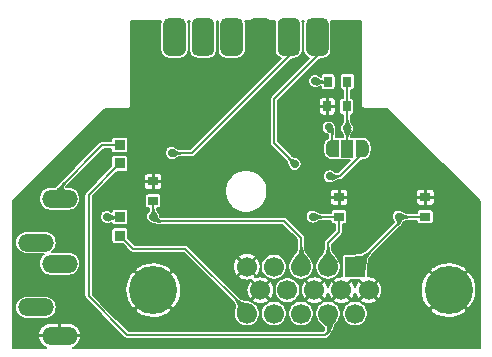
<source format=gbr>
G04 #@! TF.GenerationSoftware,KiCad,Pcbnew,(5.1.10-1-10_14)*
G04 #@! TF.CreationDate,2021-10-04T15:41:53-04:00*
G04 #@! TF.ProjectId,N64D2VGA,4e363444-3256-4474-912e-6b696361645f,1*
G04 #@! TF.SameCoordinates,Original*
G04 #@! TF.FileFunction,Copper,L2,Bot*
G04 #@! TF.FilePolarity,Positive*
%FSLAX46Y46*%
G04 Gerber Fmt 4.6, Leading zero omitted, Abs format (unit mm)*
G04 Created by KiCad (PCBNEW (5.1.10-1-10_14)) date 2021-10-04 15:41:53*
%MOMM*%
%LPD*%
G01*
G04 APERTURE LIST*
G04 #@! TA.AperFunction,SMDPad,CuDef*
%ADD10R,0.790000X0.930000*%
G04 #@! TD*
G04 #@! TA.AperFunction,SMDPad,CuDef*
%ADD11R,0.930000X0.790000*%
G04 #@! TD*
G04 #@! TA.AperFunction,ComponentPad*
%ADD12C,1.700000*%
G04 #@! TD*
G04 #@! TA.AperFunction,ComponentPad*
%ADD13C,4.066000*%
G04 #@! TD*
G04 #@! TA.AperFunction,ComponentPad*
%ADD14R,1.700000X1.700000*%
G04 #@! TD*
G04 #@! TA.AperFunction,SMDPad,CuDef*
%ADD15C,0.152400*%
G04 #@! TD*
G04 #@! TA.AperFunction,SMDPad,CuDef*
%ADD16R,1.000000X1.500000*%
G04 #@! TD*
G04 #@! TA.AperFunction,ComponentPad*
%ADD17O,3.016000X1.508000*%
G04 #@! TD*
G04 #@! TA.AperFunction,SMDPad,CuDef*
%ADD18R,0.970000X0.920000*%
G04 #@! TD*
G04 #@! TA.AperFunction,ViaPad*
%ADD19C,0.700000*%
G04 #@! TD*
G04 #@! TA.AperFunction,Conductor*
%ADD20C,0.200000*%
G04 #@! TD*
G04 #@! TA.AperFunction,Conductor*
%ADD21C,0.160000*%
G04 #@! TD*
G04 #@! TA.AperFunction,Conductor*
%ADD22C,0.152400*%
G04 #@! TD*
G04 #@! TA.AperFunction,Conductor*
%ADD23C,0.025400*%
G04 #@! TD*
G04 APERTURE END LIST*
D10*
X149460000Y-96010000D03*
X147820000Y-96010000D03*
D11*
X133070000Y-104020000D03*
X133070000Y-102380000D03*
X148820000Y-105350000D03*
X148820000Y-103710000D03*
X156120000Y-105350000D03*
X156120000Y-103710000D03*
D10*
X147880000Y-93920000D03*
X149520000Y-93920000D03*
D12*
X141005000Y-113560000D03*
X143295000Y-113560000D03*
X145585000Y-113560000D03*
X147875000Y-113560000D03*
X150165000Y-113560000D03*
X142150000Y-111580000D03*
X144440000Y-111580000D03*
X146730000Y-111580000D03*
X149020000Y-111580000D03*
X151310000Y-111580000D03*
X141005000Y-109600000D03*
X143295000Y-109600000D03*
X145585000Y-109600000D03*
X147875000Y-109600000D03*
D13*
X133090000Y-111580000D03*
X158080000Y-111580000D03*
D14*
X150165000Y-109600000D03*
G04 #@! TA.AperFunction,ConnectorPad*
G36*
G01*
X146030000Y-91265000D02*
X146030000Y-89015000D01*
G75*
G02*
X146505000Y-88540000I475000J0D01*
G01*
X147455000Y-88540000D01*
G75*
G02*
X147930000Y-89015000I0J-475000D01*
G01*
X147930000Y-91265000D01*
G75*
G02*
X147455000Y-91740000I-475000J0D01*
G01*
X146505000Y-91740000D01*
G75*
G02*
X146030000Y-91265000I0J475000D01*
G01*
G37*
G04 #@! TD.AperFunction*
G04 #@! TA.AperFunction,ConnectorPad*
G36*
G01*
X143610000Y-91265000D02*
X143610000Y-89015000D01*
G75*
G02*
X144085000Y-88540000I475000J0D01*
G01*
X145035000Y-88540000D01*
G75*
G02*
X145510000Y-89015000I0J-475000D01*
G01*
X145510000Y-91265000D01*
G75*
G02*
X145035000Y-91740000I-475000J0D01*
G01*
X144085000Y-91740000D01*
G75*
G02*
X143610000Y-91265000I0J475000D01*
G01*
G37*
G04 #@! TD.AperFunction*
G04 #@! TA.AperFunction,ConnectorPad*
G36*
G01*
X141190000Y-91265000D02*
X141190000Y-89015000D01*
G75*
G02*
X141665000Y-88540000I475000J0D01*
G01*
X142615000Y-88540000D01*
G75*
G02*
X143090000Y-89015000I0J-475000D01*
G01*
X143090000Y-91265000D01*
G75*
G02*
X142615000Y-91740000I-475000J0D01*
G01*
X141665000Y-91740000D01*
G75*
G02*
X141190000Y-91265000I0J475000D01*
G01*
G37*
G04 #@! TD.AperFunction*
G04 #@! TA.AperFunction,ConnectorPad*
G36*
G01*
X138770000Y-91265000D02*
X138770000Y-89015000D01*
G75*
G02*
X139245000Y-88540000I475000J0D01*
G01*
X140195000Y-88540000D01*
G75*
G02*
X140670000Y-89015000I0J-475000D01*
G01*
X140670000Y-91265000D01*
G75*
G02*
X140195000Y-91740000I-475000J0D01*
G01*
X139245000Y-91740000D01*
G75*
G02*
X138770000Y-91265000I0J475000D01*
G01*
G37*
G04 #@! TD.AperFunction*
G04 #@! TA.AperFunction,ConnectorPad*
G36*
G01*
X136350000Y-91265000D02*
X136350000Y-89015000D01*
G75*
G02*
X136825000Y-88540000I475000J0D01*
G01*
X137775000Y-88540000D01*
G75*
G02*
X138250000Y-89015000I0J-475000D01*
G01*
X138250000Y-91265000D01*
G75*
G02*
X137775000Y-91740000I-475000J0D01*
G01*
X136825000Y-91740000D01*
G75*
G02*
X136350000Y-91265000I0J475000D01*
G01*
G37*
G04 #@! TD.AperFunction*
G04 #@! TA.AperFunction,ConnectorPad*
G36*
G01*
X133930000Y-91265000D02*
X133930000Y-89015000D01*
G75*
G02*
X134405000Y-88540000I475000J0D01*
G01*
X135355000Y-88540000D01*
G75*
G02*
X135830000Y-89015000I0J-475000D01*
G01*
X135830000Y-91265000D01*
G75*
G02*
X135355000Y-91740000I-475000J0D01*
G01*
X134405000Y-91740000D01*
G75*
G02*
X133930000Y-91265000I0J475000D01*
G01*
G37*
G04 #@! TD.AperFunction*
G04 #@! TA.AperFunction,SMDPad,CuDef*
D15*
G36*
X150270000Y-98840000D02*
G01*
X150820000Y-98840000D01*
X150820000Y-98840602D01*
X150844534Y-98840602D01*
X150893365Y-98845412D01*
X150941490Y-98854984D01*
X150988445Y-98869228D01*
X151033778Y-98888005D01*
X151077051Y-98911136D01*
X151117850Y-98938396D01*
X151155779Y-98969524D01*
X151190476Y-99004221D01*
X151221604Y-99042150D01*
X151248864Y-99082949D01*
X151271995Y-99126222D01*
X151290772Y-99171555D01*
X151305016Y-99218510D01*
X151314588Y-99266635D01*
X151319398Y-99315466D01*
X151319398Y-99340000D01*
X151320000Y-99340000D01*
X151320000Y-99840000D01*
X151319398Y-99840000D01*
X151319398Y-99864534D01*
X151314588Y-99913365D01*
X151305016Y-99961490D01*
X151290772Y-100008445D01*
X151271995Y-100053778D01*
X151248864Y-100097051D01*
X151221604Y-100137850D01*
X151190476Y-100175779D01*
X151155779Y-100210476D01*
X151117850Y-100241604D01*
X151077051Y-100268864D01*
X151033778Y-100291995D01*
X150988445Y-100310772D01*
X150941490Y-100325016D01*
X150893365Y-100334588D01*
X150844534Y-100339398D01*
X150820000Y-100339398D01*
X150820000Y-100340000D01*
X150270000Y-100340000D01*
X150270000Y-98840000D01*
G37*
G04 #@! TD.AperFunction*
G04 #@! TA.AperFunction,SMDPad,CuDef*
G36*
X148220000Y-100339398D02*
G01*
X148195466Y-100339398D01*
X148146635Y-100334588D01*
X148098510Y-100325016D01*
X148051555Y-100310772D01*
X148006222Y-100291995D01*
X147962949Y-100268864D01*
X147922150Y-100241604D01*
X147884221Y-100210476D01*
X147849524Y-100175779D01*
X147818396Y-100137850D01*
X147791136Y-100097051D01*
X147768005Y-100053778D01*
X147749228Y-100008445D01*
X147734984Y-99961490D01*
X147725412Y-99913365D01*
X147720602Y-99864534D01*
X147720602Y-99840000D01*
X147720000Y-99840000D01*
X147720000Y-99340000D01*
X147720602Y-99340000D01*
X147720602Y-99315466D01*
X147725412Y-99266635D01*
X147734984Y-99218510D01*
X147749228Y-99171555D01*
X147768005Y-99126222D01*
X147791136Y-99082949D01*
X147818396Y-99042150D01*
X147849524Y-99004221D01*
X147884221Y-98969524D01*
X147922150Y-98938396D01*
X147962949Y-98911136D01*
X148006222Y-98888005D01*
X148051555Y-98869228D01*
X148098510Y-98854984D01*
X148146635Y-98845412D01*
X148195466Y-98840602D01*
X148220000Y-98840602D01*
X148220000Y-98840000D01*
X148770000Y-98840000D01*
X148770000Y-100340000D01*
X148220000Y-100340000D01*
X148220000Y-100339398D01*
G37*
G04 #@! TD.AperFunction*
D16*
X149520000Y-99590000D03*
D17*
X125150000Y-115450000D03*
X123150000Y-113050000D03*
X125150000Y-109350000D03*
X123150000Y-107550000D03*
X125150000Y-103850000D03*
D18*
X130260000Y-105405000D03*
X130260000Y-106955000D03*
X130250000Y-99305000D03*
X130250000Y-100855000D03*
D19*
X153870000Y-105350000D03*
X146580000Y-105350000D03*
X133070000Y-105370000D03*
X149490000Y-97890000D03*
X129150001Y-105380000D03*
X145060000Y-100900000D03*
X134650000Y-99960000D03*
X134880000Y-91310000D03*
X148020000Y-101950000D03*
X147930001Y-97809999D03*
X137290000Y-91310000D03*
X146770000Y-93890000D03*
D20*
X153870000Y-105350000D02*
X156080000Y-105350000D01*
X150410000Y-109340000D02*
X150410000Y-109600000D01*
X153870000Y-105880000D02*
X150410000Y-109340000D01*
X153870000Y-105350000D02*
X153870000Y-105880000D01*
X146580000Y-105350000D02*
X148810000Y-105350000D01*
X147860000Y-109340000D02*
X148120000Y-109600000D01*
X147860000Y-107600000D02*
X147860000Y-109340000D01*
X148820000Y-106640000D02*
X147860000Y-107600000D01*
X148820000Y-105350000D02*
X148820000Y-106640000D01*
X133070000Y-105370000D02*
X133070000Y-104000000D01*
X145590000Y-107130000D02*
X145590000Y-109360000D01*
X145590000Y-109360000D02*
X145830000Y-109600000D01*
X144160000Y-105700000D02*
X145590000Y-107130000D01*
X133400000Y-105700000D02*
X144160000Y-105700000D01*
X133070000Y-105370000D02*
X133400000Y-105700000D01*
X149490000Y-96640000D02*
X149490000Y-94120000D01*
X149490000Y-96640000D02*
X149490000Y-97890000D01*
X149490000Y-97890000D02*
X149490000Y-99590000D01*
X147880000Y-113850000D02*
X148130000Y-113600000D01*
X147880000Y-115090000D02*
X147880000Y-113850000D01*
X147590000Y-115380000D02*
X147880000Y-115090000D01*
X127600000Y-103500000D02*
X127600000Y-112110000D01*
X130870000Y-115380000D02*
X147590000Y-115380000D01*
X130250000Y-100855000D02*
X130245000Y-100855000D01*
X127600000Y-112110000D02*
X130870000Y-115380000D01*
X130245000Y-100855000D02*
X127600000Y-103500000D01*
X125150000Y-103850000D02*
X126380000Y-103850000D01*
X128770000Y-99280000D02*
X130250000Y-99280000D01*
X125150000Y-102900000D02*
X128770000Y-99280000D01*
X125150000Y-103850000D02*
X125150000Y-102900000D01*
X130200000Y-105410000D02*
X129180001Y-105410000D01*
X129180001Y-105410000D02*
X129150001Y-105380000D01*
X141250000Y-113550000D02*
X141250000Y-113560000D01*
X131405000Y-108100000D02*
X135800000Y-108100000D01*
X135800000Y-108100000D02*
X141250000Y-113550000D01*
X130260000Y-106955000D02*
X131405000Y-108100000D01*
X143290000Y-99130000D02*
X145060000Y-100900000D01*
X143290000Y-95430000D02*
X143290000Y-99130000D01*
X146980000Y-91740000D02*
X143290000Y-95430000D01*
X146980000Y-90140000D02*
X146980000Y-91740000D01*
X144560000Y-91740000D02*
X136340000Y-99960000D01*
X144560000Y-90140000D02*
X144560000Y-91740000D01*
X136340000Y-99960000D02*
X134650000Y-99960000D01*
X150820000Y-100004972D02*
X148874972Y-101950000D01*
X148874972Y-101950000D02*
X148020000Y-101950000D01*
X150820000Y-99610000D02*
X150820000Y-100004972D01*
X148220000Y-99480000D02*
X148220000Y-98099998D01*
X148220000Y-98099998D02*
X147930001Y-97809999D01*
X146799998Y-93919998D02*
X146770000Y-93890000D01*
X147829998Y-93919998D02*
X146799998Y-93919998D01*
D21*
X133702600Y-88875284D02*
X133688839Y-89015000D01*
X133688839Y-91265000D01*
X133702600Y-91404716D01*
X133743354Y-91539063D01*
X133809534Y-91662878D01*
X133898598Y-91771402D01*
X134007122Y-91860466D01*
X134130937Y-91926646D01*
X134265284Y-91967400D01*
X134405000Y-91981161D01*
X135355000Y-91981161D01*
X135494716Y-91967400D01*
X135629063Y-91926646D01*
X135752878Y-91860466D01*
X135861402Y-91771402D01*
X135950466Y-91662878D01*
X136016646Y-91539063D01*
X136057400Y-91404716D01*
X136071161Y-91265000D01*
X136071161Y-89015000D01*
X136057400Y-88875284D01*
X136025462Y-88770000D01*
X136154538Y-88770000D01*
X136122600Y-88875284D01*
X136108839Y-89015000D01*
X136108839Y-91265000D01*
X136122600Y-91404716D01*
X136163354Y-91539063D01*
X136229534Y-91662878D01*
X136318598Y-91771402D01*
X136427122Y-91860466D01*
X136550937Y-91926646D01*
X136685284Y-91967400D01*
X136825000Y-91981161D01*
X137775000Y-91981161D01*
X137914716Y-91967400D01*
X138049063Y-91926646D01*
X138172878Y-91860466D01*
X138281402Y-91771402D01*
X138370466Y-91662878D01*
X138436646Y-91539063D01*
X138477400Y-91404716D01*
X138491161Y-91265000D01*
X138491161Y-89015000D01*
X138477400Y-88875284D01*
X138445462Y-88770000D01*
X138574538Y-88770000D01*
X138542600Y-88875284D01*
X138528839Y-89015000D01*
X138528839Y-91265000D01*
X138542600Y-91404716D01*
X138583354Y-91539063D01*
X138649534Y-91662878D01*
X138738598Y-91771402D01*
X138847122Y-91860466D01*
X138970937Y-91926646D01*
X139105284Y-91967400D01*
X139245000Y-91981161D01*
X140195000Y-91981161D01*
X140334716Y-91967400D01*
X140469063Y-91926646D01*
X140592878Y-91860466D01*
X140701402Y-91771402D01*
X140790466Y-91662878D01*
X140856646Y-91539063D01*
X140897400Y-91404716D01*
X140911161Y-91265000D01*
X140911161Y-89015000D01*
X140897400Y-88875284D01*
X140865462Y-88770000D01*
X143414538Y-88770000D01*
X143382600Y-88875284D01*
X143368839Y-89015000D01*
X143368839Y-91265000D01*
X143382600Y-91404716D01*
X143423354Y-91539063D01*
X143489534Y-91662878D01*
X143578598Y-91771402D01*
X143687122Y-91860466D01*
X143810937Y-91926646D01*
X143873533Y-91945634D01*
X136199169Y-99620000D01*
X135344672Y-99620000D01*
X135281299Y-99617531D01*
X135239677Y-99611964D01*
X135210941Y-99604767D01*
X135188354Y-99596117D01*
X135164739Y-99583983D01*
X135134695Y-99565464D01*
X135095802Y-99539553D01*
X135094557Y-99538728D01*
X135048512Y-99508464D01*
X135040635Y-99503503D01*
X134988174Y-99471865D01*
X134975811Y-99464900D01*
X134953350Y-99453105D01*
X134929470Y-99437149D01*
X134822097Y-99392673D01*
X134708110Y-99370000D01*
X134591890Y-99370000D01*
X134477903Y-99392673D01*
X134370530Y-99437149D01*
X134273897Y-99501717D01*
X134191717Y-99583897D01*
X134127149Y-99680530D01*
X134082673Y-99787903D01*
X134060000Y-99901890D01*
X134060000Y-100018110D01*
X134082673Y-100132097D01*
X134127149Y-100239470D01*
X134191717Y-100336103D01*
X134273897Y-100418283D01*
X134370530Y-100482851D01*
X134477903Y-100527327D01*
X134591890Y-100550000D01*
X134708110Y-100550000D01*
X134822097Y-100527327D01*
X134929470Y-100482851D01*
X134953351Y-100466894D01*
X134975814Y-100455098D01*
X134988174Y-100448134D01*
X135040635Y-100416496D01*
X135048512Y-100411535D01*
X135094557Y-100381271D01*
X135095802Y-100380446D01*
X135134695Y-100354535D01*
X135164739Y-100336016D01*
X135188354Y-100323882D01*
X135210941Y-100315232D01*
X135239677Y-100308035D01*
X135281299Y-100302468D01*
X135344668Y-100300000D01*
X136323307Y-100300000D01*
X136340000Y-100301644D01*
X136356693Y-100300000D01*
X136356701Y-100300000D01*
X136406652Y-100295080D01*
X136470742Y-100275639D01*
X136529808Y-100244067D01*
X136581579Y-100201579D01*
X136592230Y-100188601D01*
X144788613Y-91992220D01*
X144801579Y-91981579D01*
X144801922Y-91981161D01*
X145035000Y-91981161D01*
X145174716Y-91967400D01*
X145309063Y-91926646D01*
X145432878Y-91860466D01*
X145541402Y-91771402D01*
X145630466Y-91662878D01*
X145696646Y-91539063D01*
X145737400Y-91404716D01*
X145751161Y-91265000D01*
X145751161Y-89015000D01*
X145737400Y-88875284D01*
X145705462Y-88770000D01*
X145834538Y-88770000D01*
X145802600Y-88875284D01*
X145788839Y-89015000D01*
X145788839Y-91265000D01*
X145802600Y-91404716D01*
X145843354Y-91539063D01*
X145909534Y-91662878D01*
X145998598Y-91771402D01*
X146107122Y-91860466D01*
X146230937Y-91926646D01*
X146293534Y-91945635D01*
X143061394Y-95177775D01*
X143048421Y-95188422D01*
X143005933Y-95240193D01*
X142974361Y-95299259D01*
X142954920Y-95363349D01*
X142950000Y-95413300D01*
X142950000Y-95413307D01*
X142948356Y-95430000D01*
X142950000Y-95446693D01*
X142950001Y-99113297D01*
X142948356Y-99130000D01*
X142954920Y-99196651D01*
X142974361Y-99260741D01*
X143005933Y-99319807D01*
X143037775Y-99358606D01*
X143048422Y-99371579D01*
X143061394Y-99382225D01*
X144328355Y-100649187D01*
X144371443Y-100695769D01*
X144396938Y-100729136D01*
X144412164Y-100754538D01*
X144422021Y-100776629D01*
X144430139Y-100801906D01*
X144438295Y-100836268D01*
X144447469Y-100882067D01*
X144447767Y-100883534D01*
X144458926Y-100937493D01*
X144460988Y-100946570D01*
X144475712Y-101006037D01*
X144479528Y-101019705D01*
X144487069Y-101043925D01*
X144492673Y-101072097D01*
X144537149Y-101179470D01*
X144601717Y-101276103D01*
X144683897Y-101358283D01*
X144780530Y-101422851D01*
X144887903Y-101467327D01*
X145001890Y-101490000D01*
X145118110Y-101490000D01*
X145232097Y-101467327D01*
X145339470Y-101422851D01*
X145436103Y-101358283D01*
X145518283Y-101276103D01*
X145582851Y-101179470D01*
X145627327Y-101072097D01*
X145650000Y-100958110D01*
X145650000Y-100841890D01*
X145627327Y-100727903D01*
X145582851Y-100620530D01*
X145518283Y-100523897D01*
X145436103Y-100441717D01*
X145339470Y-100377149D01*
X145232097Y-100332673D01*
X145203925Y-100327069D01*
X145179705Y-100319528D01*
X145166037Y-100315712D01*
X145106570Y-100300988D01*
X145097493Y-100298926D01*
X145043534Y-100287767D01*
X145042067Y-100287469D01*
X144996268Y-100278295D01*
X144961906Y-100270139D01*
X144936629Y-100262021D01*
X144914538Y-100252164D01*
X144889136Y-100236938D01*
X144855769Y-100211443D01*
X144809187Y-100168355D01*
X143630000Y-98989169D01*
X143630000Y-97751889D01*
X147340001Y-97751889D01*
X147340001Y-97868109D01*
X147362674Y-97982096D01*
X147407150Y-98089469D01*
X147471718Y-98186102D01*
X147553898Y-98268282D01*
X147650531Y-98332850D01*
X147757904Y-98377326D01*
X147783027Y-98382323D01*
X147789412Y-98384366D01*
X147796002Y-98386371D01*
X147841070Y-98399376D01*
X147878111Y-98410312D01*
X147880001Y-98410969D01*
X147880001Y-98682657D01*
X147850320Y-98698521D01*
X147768821Y-98752977D01*
X147732276Y-98782968D01*
X147662968Y-98852276D01*
X147632977Y-98888821D01*
X147578521Y-98970320D01*
X147556235Y-99012015D01*
X147518726Y-99102571D01*
X147505003Y-99147810D01*
X147485881Y-99243943D01*
X147481247Y-99290991D01*
X147481247Y-99315552D01*
X147478839Y-99340000D01*
X147478839Y-99840000D01*
X147481247Y-99864448D01*
X147481247Y-99889009D01*
X147485881Y-99936057D01*
X147505003Y-100032190D01*
X147518726Y-100077429D01*
X147556235Y-100167985D01*
X147578521Y-100209680D01*
X147632977Y-100291179D01*
X147662968Y-100327724D01*
X147732276Y-100397032D01*
X147768821Y-100427023D01*
X147850320Y-100481479D01*
X147892015Y-100503765D01*
X147982571Y-100541274D01*
X148027810Y-100554997D01*
X148123943Y-100574119D01*
X148170991Y-100578753D01*
X148195552Y-100578753D01*
X148220000Y-100581161D01*
X148770000Y-100581161D01*
X148817048Y-100576527D01*
X148862288Y-100562804D01*
X148895000Y-100545319D01*
X148927712Y-100562804D01*
X148972952Y-100576527D01*
X149020000Y-100581161D01*
X149762979Y-100581161D01*
X148734141Y-101610000D01*
X148714672Y-101610000D01*
X148651299Y-101607531D01*
X148609677Y-101601964D01*
X148580941Y-101594767D01*
X148558354Y-101586117D01*
X148534739Y-101573983D01*
X148504695Y-101555464D01*
X148465802Y-101529553D01*
X148464557Y-101528728D01*
X148418512Y-101498464D01*
X148410635Y-101493503D01*
X148358174Y-101461865D01*
X148345811Y-101454900D01*
X148323350Y-101443105D01*
X148299470Y-101427149D01*
X148192097Y-101382673D01*
X148078110Y-101360000D01*
X147961890Y-101360000D01*
X147847903Y-101382673D01*
X147740530Y-101427149D01*
X147643897Y-101491717D01*
X147561717Y-101573897D01*
X147497149Y-101670530D01*
X147452673Y-101777903D01*
X147430000Y-101891890D01*
X147430000Y-102008110D01*
X147452673Y-102122097D01*
X147497149Y-102229470D01*
X147561717Y-102326103D01*
X147643897Y-102408283D01*
X147740530Y-102472851D01*
X147847903Y-102517327D01*
X147961890Y-102540000D01*
X148078110Y-102540000D01*
X148192097Y-102517327D01*
X148299470Y-102472851D01*
X148323351Y-102456894D01*
X148345814Y-102445098D01*
X148358174Y-102438134D01*
X148410635Y-102406496D01*
X148418512Y-102401535D01*
X148464557Y-102371271D01*
X148465802Y-102370446D01*
X148504695Y-102344535D01*
X148534739Y-102326016D01*
X148558354Y-102313882D01*
X148580941Y-102305232D01*
X148609677Y-102298035D01*
X148651299Y-102292468D01*
X148714668Y-102290000D01*
X148858279Y-102290000D01*
X148874972Y-102291644D01*
X148891665Y-102290000D01*
X148891673Y-102290000D01*
X148941624Y-102285080D01*
X149005714Y-102265639D01*
X149064780Y-102234067D01*
X149116551Y-102191579D01*
X149127202Y-102178601D01*
X150724643Y-100581161D01*
X150820000Y-100581161D01*
X150844448Y-100578753D01*
X150869009Y-100578753D01*
X150916057Y-100574119D01*
X151012190Y-100554997D01*
X151057429Y-100541274D01*
X151147985Y-100503765D01*
X151189680Y-100481479D01*
X151271179Y-100427023D01*
X151307724Y-100397032D01*
X151377032Y-100327724D01*
X151407023Y-100291179D01*
X151461479Y-100209680D01*
X151483765Y-100167985D01*
X151521274Y-100077429D01*
X151534997Y-100032190D01*
X151554119Y-99936057D01*
X151558753Y-99889009D01*
X151558753Y-99864448D01*
X151561161Y-99840000D01*
X151561161Y-99340000D01*
X151558753Y-99315552D01*
X151558753Y-99290991D01*
X151554119Y-99243943D01*
X151534997Y-99147810D01*
X151521274Y-99102571D01*
X151483765Y-99012015D01*
X151461479Y-98970320D01*
X151407023Y-98888821D01*
X151377032Y-98852276D01*
X151307724Y-98782968D01*
X151271179Y-98752977D01*
X151189680Y-98698521D01*
X151147985Y-98676235D01*
X151057429Y-98638726D01*
X151012190Y-98625003D01*
X150916057Y-98605881D01*
X150869009Y-98601247D01*
X150844448Y-98601247D01*
X150820000Y-98598839D01*
X150270000Y-98598839D01*
X150222952Y-98603473D01*
X150177712Y-98617196D01*
X150145000Y-98634681D01*
X150112288Y-98617196D01*
X150067048Y-98603473D01*
X150020000Y-98598839D01*
X149830000Y-98598839D01*
X149830000Y-98584668D01*
X149832468Y-98521299D01*
X149838035Y-98479677D01*
X149845232Y-98450941D01*
X149853882Y-98428354D01*
X149866016Y-98404739D01*
X149884535Y-98374695D01*
X149910446Y-98335802D01*
X149911271Y-98334557D01*
X149941535Y-98288512D01*
X149946496Y-98280635D01*
X149978134Y-98228174D01*
X149985098Y-98215814D01*
X149996894Y-98193351D01*
X150012851Y-98169470D01*
X150057327Y-98062097D01*
X150080000Y-97948110D01*
X150080000Y-97831890D01*
X150057327Y-97717903D01*
X150012851Y-97610530D01*
X149996896Y-97586651D01*
X149985099Y-97564187D01*
X149978134Y-97551825D01*
X149946496Y-97499364D01*
X149941535Y-97491487D01*
X149911271Y-97445442D01*
X149910446Y-97444197D01*
X149884535Y-97405304D01*
X149866016Y-97375260D01*
X149853882Y-97351645D01*
X149845232Y-97329058D01*
X149838035Y-97300322D01*
X149832468Y-97258700D01*
X149830000Y-97195332D01*
X149830000Y-96716161D01*
X149855000Y-96716161D01*
X149902048Y-96711527D01*
X149947288Y-96697804D01*
X149988982Y-96675518D01*
X150025527Y-96645527D01*
X150055518Y-96608982D01*
X150077804Y-96567288D01*
X150091527Y-96522048D01*
X150096161Y-96475000D01*
X150096161Y-95545000D01*
X150091527Y-95497952D01*
X150077804Y-95452712D01*
X150055518Y-95411018D01*
X150025527Y-95374473D01*
X149988982Y-95344482D01*
X149947288Y-95322196D01*
X149902048Y-95308473D01*
X149855000Y-95303839D01*
X149830000Y-95303839D01*
X149830000Y-94626161D01*
X149915000Y-94626161D01*
X149962048Y-94621527D01*
X150007288Y-94607804D01*
X150048982Y-94585518D01*
X150085527Y-94555527D01*
X150115518Y-94518982D01*
X150137804Y-94477288D01*
X150151527Y-94432048D01*
X150156161Y-94385000D01*
X150156161Y-93455000D01*
X150151527Y-93407952D01*
X150137804Y-93362712D01*
X150115518Y-93321018D01*
X150085527Y-93284473D01*
X150048982Y-93254482D01*
X150007288Y-93232196D01*
X149962048Y-93218473D01*
X149915000Y-93213839D01*
X149125000Y-93213839D01*
X149077952Y-93218473D01*
X149032712Y-93232196D01*
X148991018Y-93254482D01*
X148954473Y-93284473D01*
X148924482Y-93321018D01*
X148902196Y-93362712D01*
X148888473Y-93407952D01*
X148883839Y-93455000D01*
X148883839Y-94385000D01*
X148888473Y-94432048D01*
X148902196Y-94477288D01*
X148924482Y-94518982D01*
X148954473Y-94555527D01*
X148991018Y-94585518D01*
X149032712Y-94607804D01*
X149077952Y-94621527D01*
X149125000Y-94626161D01*
X149150001Y-94626161D01*
X149150001Y-95303839D01*
X149065000Y-95303839D01*
X149017952Y-95308473D01*
X148972712Y-95322196D01*
X148931018Y-95344482D01*
X148894473Y-95374473D01*
X148864482Y-95411018D01*
X148842196Y-95452712D01*
X148828473Y-95497952D01*
X148823839Y-95545000D01*
X148823839Y-96475000D01*
X148828473Y-96522048D01*
X148842196Y-96567288D01*
X148864482Y-96608982D01*
X148894473Y-96645527D01*
X148931018Y-96675518D01*
X148972712Y-96697804D01*
X149017952Y-96711527D01*
X149065000Y-96716161D01*
X149150000Y-96716161D01*
X149150000Y-97195316D01*
X149147531Y-97258700D01*
X149141964Y-97300322D01*
X149134767Y-97329058D01*
X149126117Y-97351645D01*
X149113983Y-97375260D01*
X149095464Y-97405304D01*
X149069553Y-97444197D01*
X149068728Y-97445442D01*
X149038464Y-97491487D01*
X149033503Y-97499364D01*
X149001865Y-97551825D01*
X148994899Y-97564189D01*
X148983102Y-97586655D01*
X148967149Y-97610530D01*
X148922673Y-97717903D01*
X148900000Y-97831890D01*
X148900000Y-97948110D01*
X148922673Y-98062097D01*
X148967149Y-98169470D01*
X148983105Y-98193350D01*
X148994900Y-98215811D01*
X149001865Y-98228174D01*
X149033503Y-98280635D01*
X149038464Y-98288512D01*
X149068728Y-98334557D01*
X149069553Y-98335802D01*
X149095464Y-98374695D01*
X149113983Y-98404739D01*
X149126117Y-98428354D01*
X149134767Y-98450941D01*
X149141964Y-98479677D01*
X149147531Y-98521299D01*
X149150000Y-98584683D01*
X149150000Y-98598839D01*
X149020000Y-98598839D01*
X148972952Y-98603473D01*
X148927712Y-98617196D01*
X148895000Y-98634681D01*
X148862288Y-98617196D01*
X148817048Y-98603473D01*
X148770000Y-98598839D01*
X148560000Y-98598839D01*
X148560000Y-98116691D01*
X148561644Y-98099998D01*
X148560000Y-98083305D01*
X148560000Y-98083297D01*
X148555080Y-98033346D01*
X148535639Y-97969256D01*
X148526175Y-97951550D01*
X148523633Y-97921961D01*
X148521021Y-97871037D01*
X148520001Y-97808086D01*
X148520001Y-97751889D01*
X148497328Y-97637902D01*
X148452852Y-97530529D01*
X148388284Y-97433896D01*
X148306104Y-97351716D01*
X148209471Y-97287148D01*
X148102098Y-97242672D01*
X147988111Y-97219999D01*
X147871891Y-97219999D01*
X147757904Y-97242672D01*
X147650531Y-97287148D01*
X147553898Y-97351716D01*
X147471718Y-97433896D01*
X147407150Y-97530529D01*
X147362674Y-97637902D01*
X147340001Y-97751889D01*
X143630000Y-97751889D01*
X143630000Y-96475000D01*
X147103452Y-96475000D01*
X147109630Y-96537731D01*
X147127928Y-96598051D01*
X147157643Y-96653642D01*
X147197631Y-96702369D01*
X147246358Y-96742357D01*
X147301949Y-96772072D01*
X147362269Y-96790370D01*
X147425000Y-96796548D01*
X147700000Y-96795000D01*
X147780000Y-96715000D01*
X147780000Y-96050000D01*
X147860000Y-96050000D01*
X147860000Y-96715000D01*
X147940000Y-96795000D01*
X148215000Y-96796548D01*
X148277731Y-96790370D01*
X148338051Y-96772072D01*
X148393642Y-96742357D01*
X148442369Y-96702369D01*
X148482357Y-96653642D01*
X148512072Y-96598051D01*
X148530370Y-96537731D01*
X148536548Y-96475000D01*
X148535000Y-96130000D01*
X148455000Y-96050000D01*
X147860000Y-96050000D01*
X147780000Y-96050000D01*
X147185000Y-96050000D01*
X147105000Y-96130000D01*
X147103452Y-96475000D01*
X143630000Y-96475000D01*
X143630000Y-95570831D01*
X143655831Y-95545000D01*
X147103452Y-95545000D01*
X147105000Y-95890000D01*
X147185000Y-95970000D01*
X147780000Y-95970000D01*
X147780000Y-95305000D01*
X147860000Y-95305000D01*
X147860000Y-95970000D01*
X148455000Y-95970000D01*
X148535000Y-95890000D01*
X148536548Y-95545000D01*
X148530370Y-95482269D01*
X148512072Y-95421949D01*
X148482357Y-95366358D01*
X148442369Y-95317631D01*
X148393642Y-95277643D01*
X148338051Y-95247928D01*
X148277731Y-95229630D01*
X148215000Y-95223452D01*
X147940000Y-95225000D01*
X147860000Y-95305000D01*
X147780000Y-95305000D01*
X147700000Y-95225000D01*
X147425000Y-95223452D01*
X147362269Y-95229630D01*
X147301949Y-95247928D01*
X147246358Y-95277643D01*
X147197631Y-95317631D01*
X147157643Y-95366358D01*
X147127928Y-95421949D01*
X147109630Y-95482269D01*
X147103452Y-95545000D01*
X143655831Y-95545000D01*
X145368941Y-93831890D01*
X146180000Y-93831890D01*
X146180000Y-93948110D01*
X146202673Y-94062097D01*
X146247149Y-94169470D01*
X146311717Y-94266103D01*
X146393897Y-94348283D01*
X146490530Y-94412851D01*
X146597903Y-94457327D01*
X146711890Y-94480000D01*
X146828110Y-94480000D01*
X146942097Y-94457327D01*
X147049470Y-94412851D01*
X147051434Y-94411538D01*
X147055199Y-94409958D01*
X147068313Y-94403984D01*
X147125449Y-94375852D01*
X147134614Y-94371091D01*
X147184655Y-94343717D01*
X147187520Y-94342125D01*
X147230806Y-94317672D01*
X147243839Y-94310735D01*
X147243839Y-94385000D01*
X147248473Y-94432048D01*
X147262196Y-94477288D01*
X147284482Y-94518982D01*
X147314473Y-94555527D01*
X147351018Y-94585518D01*
X147392712Y-94607804D01*
X147437952Y-94621527D01*
X147485000Y-94626161D01*
X148275000Y-94626161D01*
X148322048Y-94621527D01*
X148367288Y-94607804D01*
X148408982Y-94585518D01*
X148445527Y-94555527D01*
X148475518Y-94518982D01*
X148497804Y-94477288D01*
X148511527Y-94432048D01*
X148516161Y-94385000D01*
X148516161Y-93455000D01*
X148511527Y-93407952D01*
X148497804Y-93362712D01*
X148475518Y-93321018D01*
X148445527Y-93284473D01*
X148408982Y-93254482D01*
X148367288Y-93232196D01*
X148322048Y-93218473D01*
X148275000Y-93213839D01*
X147485000Y-93213839D01*
X147437952Y-93218473D01*
X147392712Y-93232196D01*
X147351018Y-93254482D01*
X147314473Y-93284473D01*
X147284482Y-93321018D01*
X147262196Y-93362712D01*
X147248473Y-93407952D01*
X147243839Y-93455000D01*
X147243839Y-93501788D01*
X147200880Y-93469479D01*
X147195461Y-93465521D01*
X147145821Y-93430316D01*
X147135689Y-93423511D01*
X147097667Y-93399353D01*
X147049470Y-93367149D01*
X146942097Y-93322673D01*
X146828110Y-93300000D01*
X146711890Y-93300000D01*
X146597903Y-93322673D01*
X146490530Y-93367149D01*
X146393897Y-93431717D01*
X146311717Y-93513897D01*
X146247149Y-93610530D01*
X146202673Y-93717903D01*
X146180000Y-93831890D01*
X145368941Y-93831890D01*
X147208607Y-91992225D01*
X147221579Y-91981579D01*
X147221922Y-91981161D01*
X147455000Y-91981161D01*
X147594716Y-91967400D01*
X147729063Y-91926646D01*
X147852878Y-91860466D01*
X147961402Y-91771402D01*
X148050466Y-91662878D01*
X148116646Y-91539063D01*
X148157400Y-91404716D01*
X148171161Y-91265000D01*
X148171161Y-89015000D01*
X148157400Y-88875284D01*
X148125462Y-88770000D01*
X150690000Y-88770000D01*
X150690001Y-95915744D01*
X150688597Y-95930000D01*
X150694196Y-95986850D01*
X150710779Y-96041515D01*
X150737707Y-96091895D01*
X150773947Y-96136053D01*
X150818105Y-96172293D01*
X150868485Y-96199221D01*
X150923150Y-96215804D01*
X150965755Y-96220000D01*
X150980000Y-96221403D01*
X150994245Y-96220000D01*
X152879879Y-96220000D01*
X160720000Y-104060121D01*
X160720001Y-116440000D01*
X126314045Y-116440000D01*
X126351957Y-116426940D01*
X126533941Y-116320776D01*
X126691717Y-116181149D01*
X126819221Y-116013424D01*
X126911554Y-115824047D01*
X126957784Y-115657402D01*
X126897195Y-115490000D01*
X125190000Y-115490000D01*
X125190000Y-115510000D01*
X125110000Y-115510000D01*
X125110000Y-115490000D01*
X123402805Y-115490000D01*
X123342216Y-115657402D01*
X123388446Y-115824047D01*
X123480779Y-116013424D01*
X123608283Y-116181149D01*
X123766059Y-116320776D01*
X123948043Y-116426940D01*
X123985955Y-116440000D01*
X121180000Y-116440000D01*
X121180000Y-115242598D01*
X123342216Y-115242598D01*
X123402805Y-115410000D01*
X125110000Y-115410000D01*
X125110000Y-114376000D01*
X125190000Y-114376000D01*
X125190000Y-115410000D01*
X126897195Y-115410000D01*
X126957784Y-115242598D01*
X126911554Y-115075953D01*
X126819221Y-114886576D01*
X126691717Y-114718851D01*
X126533941Y-114579224D01*
X126351957Y-114473060D01*
X126152758Y-114404440D01*
X125944000Y-114376000D01*
X125190000Y-114376000D01*
X125110000Y-114376000D01*
X124356000Y-114376000D01*
X124147242Y-114404440D01*
X123948043Y-114473060D01*
X123766059Y-114579224D01*
X123608283Y-114718851D01*
X123480779Y-114886576D01*
X123388446Y-115075953D01*
X123342216Y-115242598D01*
X121180000Y-115242598D01*
X121180000Y-113050000D01*
X121397191Y-113050000D01*
X121416383Y-113244858D01*
X121473221Y-113432228D01*
X121565521Y-113604909D01*
X121689735Y-113756265D01*
X121841091Y-113880479D01*
X122013772Y-113972779D01*
X122201142Y-114029617D01*
X122347174Y-114044000D01*
X123952826Y-114044000D01*
X124098858Y-114029617D01*
X124286228Y-113972779D01*
X124458909Y-113880479D01*
X124610265Y-113756265D01*
X124734479Y-113604909D01*
X124826779Y-113432228D01*
X124883617Y-113244858D01*
X124902809Y-113050000D01*
X124883617Y-112855142D01*
X124826779Y-112667772D01*
X124734479Y-112495091D01*
X124610265Y-112343735D01*
X124458909Y-112219521D01*
X124286228Y-112127221D01*
X124098858Y-112070383D01*
X123952826Y-112056000D01*
X122347174Y-112056000D01*
X122201142Y-112070383D01*
X122013772Y-112127221D01*
X121841091Y-112219521D01*
X121689735Y-112343735D01*
X121565521Y-112495091D01*
X121473221Y-112667772D01*
X121416383Y-112855142D01*
X121397191Y-113050000D01*
X121180000Y-113050000D01*
X121180000Y-107550000D01*
X121397191Y-107550000D01*
X121416383Y-107744858D01*
X121473221Y-107932228D01*
X121565521Y-108104909D01*
X121689735Y-108256265D01*
X121841091Y-108380479D01*
X122013772Y-108472779D01*
X122201142Y-108529617D01*
X122347174Y-108544000D01*
X123811263Y-108544000D01*
X123689735Y-108643735D01*
X123565521Y-108795091D01*
X123473221Y-108967772D01*
X123416383Y-109155142D01*
X123397191Y-109350000D01*
X123416383Y-109544858D01*
X123473221Y-109732228D01*
X123565521Y-109904909D01*
X123689735Y-110056265D01*
X123841091Y-110180479D01*
X124013772Y-110272779D01*
X124201142Y-110329617D01*
X124347174Y-110344000D01*
X125952826Y-110344000D01*
X126098858Y-110329617D01*
X126286228Y-110272779D01*
X126458909Y-110180479D01*
X126610265Y-110056265D01*
X126734479Y-109904909D01*
X126826779Y-109732228D01*
X126883617Y-109544858D01*
X126902809Y-109350000D01*
X126883617Y-109155142D01*
X126826779Y-108967772D01*
X126734479Y-108795091D01*
X126610265Y-108643735D01*
X126458909Y-108519521D01*
X126286228Y-108427221D01*
X126098858Y-108370383D01*
X125952826Y-108356000D01*
X124488737Y-108356000D01*
X124610265Y-108256265D01*
X124734479Y-108104909D01*
X124826779Y-107932228D01*
X124883617Y-107744858D01*
X124902809Y-107550000D01*
X124883617Y-107355142D01*
X124826779Y-107167772D01*
X124734479Y-106995091D01*
X124610265Y-106843735D01*
X124458909Y-106719521D01*
X124286228Y-106627221D01*
X124098858Y-106570383D01*
X123952826Y-106556000D01*
X122347174Y-106556000D01*
X122201142Y-106570383D01*
X122013772Y-106627221D01*
X121841091Y-106719521D01*
X121689735Y-106843735D01*
X121565521Y-106995091D01*
X121473221Y-107167772D01*
X121416383Y-107355142D01*
X121397191Y-107550000D01*
X121180000Y-107550000D01*
X121180000Y-104060121D01*
X121390121Y-103850000D01*
X123397191Y-103850000D01*
X123416383Y-104044858D01*
X123473221Y-104232228D01*
X123565521Y-104404909D01*
X123689735Y-104556265D01*
X123841091Y-104680479D01*
X124013772Y-104772779D01*
X124201142Y-104829617D01*
X124347174Y-104844000D01*
X125952826Y-104844000D01*
X126098858Y-104829617D01*
X126286228Y-104772779D01*
X126458909Y-104680479D01*
X126610265Y-104556265D01*
X126734479Y-104404909D01*
X126826779Y-104232228D01*
X126883617Y-104044858D01*
X126902809Y-103850000D01*
X126883617Y-103655142D01*
X126836556Y-103500000D01*
X127258356Y-103500000D01*
X127260000Y-103516693D01*
X127260001Y-112093297D01*
X127258356Y-112110000D01*
X127264920Y-112176651D01*
X127284361Y-112240741D01*
X127305059Y-112279463D01*
X127315934Y-112299808D01*
X127358422Y-112351579D01*
X127371394Y-112362225D01*
X130617779Y-115608612D01*
X130628421Y-115621579D01*
X130641387Y-115632220D01*
X130641392Y-115632225D01*
X130672071Y-115657402D01*
X130680192Y-115664067D01*
X130739258Y-115695639D01*
X130803348Y-115715080D01*
X130853299Y-115720000D01*
X130853308Y-115720000D01*
X130869999Y-115721644D01*
X130886690Y-115720000D01*
X147573307Y-115720000D01*
X147590000Y-115721644D01*
X147606693Y-115720000D01*
X147606701Y-115720000D01*
X147656652Y-115715080D01*
X147720742Y-115695639D01*
X147779808Y-115664067D01*
X147831579Y-115621579D01*
X147842229Y-115608602D01*
X148108611Y-115342221D01*
X148121578Y-115331579D01*
X148132221Y-115318611D01*
X148132225Y-115318607D01*
X148164067Y-115279808D01*
X148195639Y-115220742D01*
X148198416Y-115211587D01*
X148230520Y-115165953D01*
X148246012Y-115140767D01*
X148306677Y-115026976D01*
X148317491Y-115003794D01*
X148361054Y-114895720D01*
X148366516Y-114880757D01*
X148400753Y-114776318D01*
X148401430Y-114774217D01*
X148432214Y-114677308D01*
X148464553Y-114591343D01*
X148504928Y-114510418D01*
X148561933Y-114425888D01*
X148650821Y-114325671D01*
X148721658Y-114254834D01*
X148840945Y-114076309D01*
X148923112Y-113877941D01*
X148965000Y-113667356D01*
X148965000Y-113452644D01*
X149075000Y-113452644D01*
X149075000Y-113667356D01*
X149116888Y-113877941D01*
X149199055Y-114076309D01*
X149318342Y-114254834D01*
X149470166Y-114406658D01*
X149648691Y-114525945D01*
X149847059Y-114608112D01*
X150057644Y-114650000D01*
X150272356Y-114650000D01*
X150482941Y-114608112D01*
X150681309Y-114525945D01*
X150859834Y-114406658D01*
X151011658Y-114254834D01*
X151130945Y-114076309D01*
X151213112Y-113877941D01*
X151255000Y-113667356D01*
X151255000Y-113452644D01*
X151213112Y-113242059D01*
X151205359Y-113223341D01*
X156493228Y-113223341D01*
X156722809Y-113516065D01*
X157126595Y-113743639D01*
X157567019Y-113888066D01*
X158027158Y-113943794D01*
X158489327Y-113908684D01*
X158935766Y-113784083D01*
X159349318Y-113574780D01*
X159437191Y-113516065D01*
X159666772Y-113223341D01*
X158080000Y-111636569D01*
X156493228Y-113223341D01*
X151205359Y-113223341D01*
X151130945Y-113043691D01*
X151011658Y-112865166D01*
X150859834Y-112713342D01*
X150681309Y-112594055D01*
X150482941Y-112511888D01*
X150272356Y-112470000D01*
X150057644Y-112470000D01*
X149847059Y-112511888D01*
X149648691Y-112594055D01*
X149470166Y-112713342D01*
X149318342Y-112865166D01*
X149199055Y-113043691D01*
X149116888Y-113242059D01*
X149075000Y-113452644D01*
X148965000Y-113452644D01*
X148923112Y-113242059D01*
X148840945Y-113043691D01*
X148721658Y-112865166D01*
X148569834Y-112713342D01*
X148391309Y-112594055D01*
X148192941Y-112511888D01*
X147982356Y-112470000D01*
X147767644Y-112470000D01*
X147557059Y-112511888D01*
X147358691Y-112594055D01*
X147180166Y-112713342D01*
X147028342Y-112865166D01*
X146909055Y-113043691D01*
X146826888Y-113242059D01*
X146785000Y-113452644D01*
X146785000Y-113667356D01*
X146826888Y-113877941D01*
X146909055Y-114076309D01*
X147028342Y-114254834D01*
X147063795Y-114290287D01*
X147134590Y-114373976D01*
X147149605Y-114390154D01*
X147273018Y-114511432D01*
X147279321Y-114517406D01*
X147400104Y-114627799D01*
X147500846Y-114724323D01*
X147540000Y-114770278D01*
X147540000Y-114940899D01*
X147509329Y-114979840D01*
X147449169Y-115040000D01*
X131010833Y-115040000D01*
X129194173Y-113223341D01*
X131503228Y-113223341D01*
X131732809Y-113516065D01*
X132136595Y-113743639D01*
X132577019Y-113888066D01*
X133037158Y-113943794D01*
X133499327Y-113908684D01*
X133945766Y-113784083D01*
X134359318Y-113574780D01*
X134447191Y-113516065D01*
X134676772Y-113223341D01*
X133090000Y-111636569D01*
X131503228Y-113223341D01*
X129194173Y-113223341D01*
X127940000Y-111969169D01*
X127940000Y-111527158D01*
X130726206Y-111527158D01*
X130761316Y-111989327D01*
X130885917Y-112435766D01*
X131095220Y-112849318D01*
X131153935Y-112937191D01*
X131446659Y-113166772D01*
X133033431Y-111580000D01*
X133146569Y-111580000D01*
X134733341Y-113166772D01*
X135026065Y-112937191D01*
X135253639Y-112533405D01*
X135398066Y-112092981D01*
X135453794Y-111632842D01*
X135418684Y-111170673D01*
X135294083Y-110724234D01*
X135084780Y-110310682D01*
X135026065Y-110222809D01*
X134733341Y-109993228D01*
X133146569Y-111580000D01*
X133033431Y-111580000D01*
X131446659Y-109993228D01*
X131153935Y-110222809D01*
X130926361Y-110626595D01*
X130781934Y-111067019D01*
X130726206Y-111527158D01*
X127940000Y-111527158D01*
X127940000Y-109936659D01*
X131503228Y-109936659D01*
X133090000Y-111523431D01*
X134676772Y-109936659D01*
X134447191Y-109643935D01*
X134043405Y-109416361D01*
X133602981Y-109271934D01*
X133142842Y-109216206D01*
X132680673Y-109251316D01*
X132234234Y-109375917D01*
X131820682Y-109585220D01*
X131732809Y-109643935D01*
X131503228Y-109936659D01*
X127940000Y-109936659D01*
X127940000Y-106495000D01*
X129533839Y-106495000D01*
X129533839Y-107415000D01*
X129538473Y-107462048D01*
X129552196Y-107507288D01*
X129574482Y-107548982D01*
X129604473Y-107585527D01*
X129641018Y-107615518D01*
X129682712Y-107637804D01*
X129727952Y-107651527D01*
X129775000Y-107656161D01*
X130480329Y-107656161D01*
X131152779Y-108328612D01*
X131163421Y-108341579D01*
X131176387Y-108352220D01*
X131176393Y-108352226D01*
X131191073Y-108364273D01*
X131215192Y-108384067D01*
X131274258Y-108415639D01*
X131338348Y-108435080D01*
X131388299Y-108440000D01*
X131388307Y-108440000D01*
X131405000Y-108441644D01*
X131421693Y-108440000D01*
X135659169Y-108440000D01*
X139808960Y-112589792D01*
X139898261Y-112691766D01*
X139945821Y-112768643D01*
X139969000Y-112831435D01*
X139978169Y-112892854D01*
X139976684Y-112966150D01*
X139965042Y-113058436D01*
X139946669Y-113169422D01*
X139945947Y-113174063D01*
X139927804Y-113298759D01*
X139926052Y-113314363D01*
X139915217Y-113451142D01*
X139915202Y-113451627D01*
X139915000Y-113452644D01*
X139915000Y-113458302D01*
X139914509Y-113474504D01*
X139915000Y-113501222D01*
X139915000Y-113667356D01*
X139956888Y-113877941D01*
X140039055Y-114076309D01*
X140158342Y-114254834D01*
X140310166Y-114406658D01*
X140488691Y-114525945D01*
X140687059Y-114608112D01*
X140897644Y-114650000D01*
X141112356Y-114650000D01*
X141322941Y-114608112D01*
X141521309Y-114525945D01*
X141699834Y-114406658D01*
X141851658Y-114254834D01*
X141970945Y-114076309D01*
X142053112Y-113877941D01*
X142095000Y-113667356D01*
X142095000Y-113452644D01*
X142205000Y-113452644D01*
X142205000Y-113667356D01*
X142246888Y-113877941D01*
X142329055Y-114076309D01*
X142448342Y-114254834D01*
X142600166Y-114406658D01*
X142778691Y-114525945D01*
X142977059Y-114608112D01*
X143187644Y-114650000D01*
X143402356Y-114650000D01*
X143612941Y-114608112D01*
X143811309Y-114525945D01*
X143989834Y-114406658D01*
X144141658Y-114254834D01*
X144260945Y-114076309D01*
X144343112Y-113877941D01*
X144385000Y-113667356D01*
X144385000Y-113452644D01*
X144495000Y-113452644D01*
X144495000Y-113667356D01*
X144536888Y-113877941D01*
X144619055Y-114076309D01*
X144738342Y-114254834D01*
X144890166Y-114406658D01*
X145068691Y-114525945D01*
X145267059Y-114608112D01*
X145477644Y-114650000D01*
X145692356Y-114650000D01*
X145902941Y-114608112D01*
X146101309Y-114525945D01*
X146279834Y-114406658D01*
X146431658Y-114254834D01*
X146550945Y-114076309D01*
X146633112Y-113877941D01*
X146675000Y-113667356D01*
X146675000Y-113452644D01*
X146633112Y-113242059D01*
X146550945Y-113043691D01*
X146431658Y-112865166D01*
X146279834Y-112713342D01*
X146101309Y-112594055D01*
X145902941Y-112511888D01*
X145692356Y-112470000D01*
X145477644Y-112470000D01*
X145267059Y-112511888D01*
X145068691Y-112594055D01*
X144890166Y-112713342D01*
X144738342Y-112865166D01*
X144619055Y-113043691D01*
X144536888Y-113242059D01*
X144495000Y-113452644D01*
X144385000Y-113452644D01*
X144343112Y-113242059D01*
X144260945Y-113043691D01*
X144141658Y-112865166D01*
X143989834Y-112713342D01*
X143811309Y-112594055D01*
X143612941Y-112511888D01*
X143402356Y-112470000D01*
X143187644Y-112470000D01*
X142977059Y-112511888D01*
X142778691Y-112594055D01*
X142600166Y-112713342D01*
X142448342Y-112865166D01*
X142329055Y-113043691D01*
X142246888Y-113242059D01*
X142205000Y-113452644D01*
X142095000Y-113452644D01*
X142053112Y-113242059D01*
X141970945Y-113043691D01*
X141851658Y-112865166D01*
X141699834Y-112713342D01*
X141521309Y-112594055D01*
X141479139Y-112576587D01*
X141448210Y-112558457D01*
X141418480Y-112543690D01*
X141275149Y-112484473D01*
X141246548Y-112474715D01*
X141112253Y-112438156D01*
X141091628Y-112433507D01*
X140963555Y-112410510D01*
X140956421Y-112409339D01*
X140836133Y-112391462D01*
X140788202Y-112382517D01*
X141404051Y-112382517D01*
X141491725Y-112554091D01*
X141694408Y-112663797D01*
X141914601Y-112731854D01*
X142143839Y-112755645D01*
X142373314Y-112734257D01*
X142594207Y-112668512D01*
X142798030Y-112560936D01*
X142808275Y-112554091D01*
X142895949Y-112382517D01*
X142150000Y-111636569D01*
X141404051Y-112382517D01*
X140788202Y-112382517D01*
X140728176Y-112371315D01*
X140629808Y-112342595D01*
X140531077Y-112297724D01*
X140421786Y-112225802D01*
X140290225Y-112109394D01*
X139754670Y-111573839D01*
X140974355Y-111573839D01*
X140995743Y-111803314D01*
X141061488Y-112024207D01*
X141169064Y-112228030D01*
X141175909Y-112238275D01*
X141347483Y-112325949D01*
X142093431Y-111580000D01*
X142206569Y-111580000D01*
X142952517Y-112325949D01*
X143124091Y-112238275D01*
X143233797Y-112035592D01*
X143301854Y-111815399D01*
X143325645Y-111586161D01*
X143315065Y-111472644D01*
X143350000Y-111472644D01*
X143350000Y-111687356D01*
X143391888Y-111897941D01*
X143474055Y-112096309D01*
X143593342Y-112274834D01*
X143745166Y-112426658D01*
X143923691Y-112545945D01*
X144122059Y-112628112D01*
X144332644Y-112670000D01*
X144547356Y-112670000D01*
X144757941Y-112628112D01*
X144956309Y-112545945D01*
X145134834Y-112426658D01*
X145178975Y-112382517D01*
X145984051Y-112382517D01*
X146071725Y-112554091D01*
X146274408Y-112663797D01*
X146494601Y-112731854D01*
X146723839Y-112755645D01*
X146953314Y-112734257D01*
X147174207Y-112668512D01*
X147378030Y-112560936D01*
X147388275Y-112554091D01*
X147475949Y-112382517D01*
X148274051Y-112382517D01*
X148361725Y-112554091D01*
X148564408Y-112663797D01*
X148784601Y-112731854D01*
X149013839Y-112755645D01*
X149243314Y-112734257D01*
X149464207Y-112668512D01*
X149668030Y-112560936D01*
X149678275Y-112554091D01*
X149765949Y-112382517D01*
X150564051Y-112382517D01*
X150651725Y-112554091D01*
X150854408Y-112663797D01*
X151074601Y-112731854D01*
X151303839Y-112755645D01*
X151533314Y-112734257D01*
X151754207Y-112668512D01*
X151958030Y-112560936D01*
X151968275Y-112554091D01*
X152055949Y-112382517D01*
X151310000Y-111636569D01*
X150564051Y-112382517D01*
X149765949Y-112382517D01*
X149020000Y-111636569D01*
X148274051Y-112382517D01*
X147475949Y-112382517D01*
X146730000Y-111636569D01*
X145984051Y-112382517D01*
X145178975Y-112382517D01*
X145286658Y-112274834D01*
X145405945Y-112096309D01*
X145488112Y-111897941D01*
X145530000Y-111687356D01*
X145530000Y-111573839D01*
X145554355Y-111573839D01*
X145575743Y-111803314D01*
X145641488Y-112024207D01*
X145749064Y-112228030D01*
X145755909Y-112238275D01*
X145927483Y-112325949D01*
X146673431Y-111580000D01*
X146786569Y-111580000D01*
X147532517Y-112325949D01*
X147704091Y-112238275D01*
X147813797Y-112035592D01*
X147875479Y-111836025D01*
X147931488Y-112024207D01*
X148039064Y-112228030D01*
X148045909Y-112238275D01*
X148217483Y-112325949D01*
X148963431Y-111580000D01*
X149076569Y-111580000D01*
X149822517Y-112325949D01*
X149994091Y-112238275D01*
X150103797Y-112035592D01*
X150165479Y-111836025D01*
X150221488Y-112024207D01*
X150329064Y-112228030D01*
X150335909Y-112238275D01*
X150507483Y-112325949D01*
X151253431Y-111580000D01*
X151366569Y-111580000D01*
X152112517Y-112325949D01*
X152284091Y-112238275D01*
X152393797Y-112035592D01*
X152461854Y-111815399D01*
X152485645Y-111586161D01*
X152480146Y-111527158D01*
X155716206Y-111527158D01*
X155751316Y-111989327D01*
X155875917Y-112435766D01*
X156085220Y-112849318D01*
X156143935Y-112937191D01*
X156436659Y-113166772D01*
X158023431Y-111580000D01*
X158136569Y-111580000D01*
X159723341Y-113166772D01*
X160016065Y-112937191D01*
X160243639Y-112533405D01*
X160388066Y-112092981D01*
X160443794Y-111632842D01*
X160408684Y-111170673D01*
X160284083Y-110724234D01*
X160074780Y-110310682D01*
X160016065Y-110222809D01*
X159723341Y-109993228D01*
X158136569Y-111580000D01*
X158023431Y-111580000D01*
X156436659Y-109993228D01*
X156143935Y-110222809D01*
X155916361Y-110626595D01*
X155771934Y-111067019D01*
X155716206Y-111527158D01*
X152480146Y-111527158D01*
X152464257Y-111356686D01*
X152398512Y-111135793D01*
X152290936Y-110931970D01*
X152284091Y-110921725D01*
X152112517Y-110834051D01*
X151366569Y-111580000D01*
X151253431Y-111580000D01*
X150507483Y-110834051D01*
X150335909Y-110921725D01*
X150226203Y-111124408D01*
X150164521Y-111323975D01*
X150108512Y-111135793D01*
X150000936Y-110931970D01*
X149994091Y-110921725D01*
X149822517Y-110834051D01*
X149076569Y-111580000D01*
X148963431Y-111580000D01*
X148217483Y-110834051D01*
X148045909Y-110921725D01*
X147936203Y-111124408D01*
X147874521Y-111323975D01*
X147818512Y-111135793D01*
X147710936Y-110931970D01*
X147704091Y-110921725D01*
X147532517Y-110834051D01*
X146786569Y-111580000D01*
X146673431Y-111580000D01*
X145927483Y-110834051D01*
X145755909Y-110921725D01*
X145646203Y-111124408D01*
X145578146Y-111344601D01*
X145554355Y-111573839D01*
X145530000Y-111573839D01*
X145530000Y-111472644D01*
X145488112Y-111262059D01*
X145405945Y-111063691D01*
X145286658Y-110885166D01*
X145178975Y-110777483D01*
X145984051Y-110777483D01*
X146730000Y-111523431D01*
X147475949Y-110777483D01*
X148274051Y-110777483D01*
X149020000Y-111523431D01*
X149765949Y-110777483D01*
X149721839Y-110691161D01*
X150608161Y-110691161D01*
X150564051Y-110777483D01*
X151310000Y-111523431D01*
X152055949Y-110777483D01*
X151968275Y-110605909D01*
X151765592Y-110496203D01*
X151545399Y-110428146D01*
X151316161Y-110404355D01*
X151256161Y-110409947D01*
X151256161Y-109936659D01*
X156493228Y-109936659D01*
X158080000Y-111523431D01*
X159666772Y-109936659D01*
X159437191Y-109643935D01*
X159033405Y-109416361D01*
X158592981Y-109271934D01*
X158132842Y-109216206D01*
X157670673Y-109251316D01*
X157224234Y-109375917D01*
X156810682Y-109585220D01*
X156722809Y-109643935D01*
X156493228Y-109936659D01*
X151256161Y-109936659D01*
X151256161Y-109737821D01*
X151257082Y-109733785D01*
X151285484Y-109574503D01*
X151287943Y-109557009D01*
X151302906Y-109412016D01*
X151303618Y-109403713D01*
X151312645Y-109271386D01*
X151322696Y-109155072D01*
X151339227Y-109054736D01*
X151367087Y-108962027D01*
X151413476Y-108865552D01*
X151489179Y-108755298D01*
X151609573Y-108621258D01*
X154098607Y-106132225D01*
X154111579Y-106121579D01*
X154154067Y-106069808D01*
X154185639Y-106010742D01*
X154205080Y-105946652D01*
X154210000Y-105896701D01*
X154210000Y-105896693D01*
X154210452Y-105892101D01*
X154217745Y-105873656D01*
X154230710Y-105844570D01*
X154243732Y-105821077D01*
X154249184Y-105813402D01*
X154260635Y-105806496D01*
X154268512Y-105801535D01*
X154314557Y-105771271D01*
X154315802Y-105770446D01*
X154354695Y-105744535D01*
X154384739Y-105726016D01*
X154408354Y-105713882D01*
X154430941Y-105705232D01*
X154459677Y-105698035D01*
X154501299Y-105692468D01*
X154564668Y-105690000D01*
X155413839Y-105690000D01*
X155413839Y-105745000D01*
X155418473Y-105792048D01*
X155432196Y-105837288D01*
X155454482Y-105878982D01*
X155484473Y-105915527D01*
X155521018Y-105945518D01*
X155562712Y-105967804D01*
X155607952Y-105981527D01*
X155655000Y-105986161D01*
X156585000Y-105986161D01*
X156632048Y-105981527D01*
X156677288Y-105967804D01*
X156718982Y-105945518D01*
X156755527Y-105915527D01*
X156785518Y-105878982D01*
X156807804Y-105837288D01*
X156821527Y-105792048D01*
X156826161Y-105745000D01*
X156826161Y-104955000D01*
X156821527Y-104907952D01*
X156807804Y-104862712D01*
X156785518Y-104821018D01*
X156755527Y-104784473D01*
X156718982Y-104754482D01*
X156677288Y-104732196D01*
X156632048Y-104718473D01*
X156585000Y-104713839D01*
X155655000Y-104713839D01*
X155607952Y-104718473D01*
X155562712Y-104732196D01*
X155521018Y-104754482D01*
X155484473Y-104784473D01*
X155454482Y-104821018D01*
X155432196Y-104862712D01*
X155418473Y-104907952D01*
X155413839Y-104955000D01*
X155413839Y-105010000D01*
X154564672Y-105010000D01*
X154501299Y-105007531D01*
X154459677Y-105001964D01*
X154430941Y-104994767D01*
X154408354Y-104986117D01*
X154384739Y-104973983D01*
X154354695Y-104955464D01*
X154315802Y-104929553D01*
X154314557Y-104928728D01*
X154268512Y-104898464D01*
X154260635Y-104893503D01*
X154208174Y-104861865D01*
X154195811Y-104854900D01*
X154173350Y-104843105D01*
X154149470Y-104827149D01*
X154042097Y-104782673D01*
X153928110Y-104760000D01*
X153811890Y-104760000D01*
X153697903Y-104782673D01*
X153590530Y-104827149D01*
X153493897Y-104891717D01*
X153411717Y-104973897D01*
X153347149Y-105070530D01*
X153302673Y-105177903D01*
X153280000Y-105291890D01*
X153280000Y-105408110D01*
X153302673Y-105522097D01*
X153347149Y-105629470D01*
X153372317Y-105667136D01*
X153373994Y-105670106D01*
X153386196Y-105689489D01*
X153410675Y-105724543D01*
X153411717Y-105726103D01*
X153411873Y-105726259D01*
X153418222Y-105735351D01*
X153425158Y-105744785D01*
X153458424Y-105787791D01*
X153458446Y-105787819D01*
X153468437Y-105800731D01*
X151128702Y-108140467D01*
X150993348Y-108262143D01*
X150881694Y-108339114D01*
X150783697Y-108386754D01*
X150689454Y-108415851D01*
X150587704Y-108433775D01*
X150470181Y-108445648D01*
X150337221Y-108457089D01*
X150328236Y-108458032D01*
X150183108Y-108476044D01*
X150165111Y-108478976D01*
X150017395Y-108508839D01*
X149315000Y-108508839D01*
X149267952Y-108513473D01*
X149222712Y-108527196D01*
X149181018Y-108549482D01*
X149144473Y-108579473D01*
X149114482Y-108616018D01*
X149092196Y-108657712D01*
X149078473Y-108702952D01*
X149073839Y-108750000D01*
X149073839Y-110409303D01*
X149026161Y-110404355D01*
X148796686Y-110425743D01*
X148575793Y-110491488D01*
X148371970Y-110599064D01*
X148361725Y-110605909D01*
X148274051Y-110777483D01*
X147475949Y-110777483D01*
X147388275Y-110605909D01*
X147185592Y-110496203D01*
X146965399Y-110428146D01*
X146736161Y-110404355D01*
X146506686Y-110425743D01*
X146285793Y-110491488D01*
X146081970Y-110599064D01*
X146071725Y-110605909D01*
X145984051Y-110777483D01*
X145178975Y-110777483D01*
X145134834Y-110733342D01*
X144956309Y-110614055D01*
X144757941Y-110531888D01*
X144547356Y-110490000D01*
X144332644Y-110490000D01*
X144122059Y-110531888D01*
X143923691Y-110614055D01*
X143745166Y-110733342D01*
X143593342Y-110885166D01*
X143474055Y-111063691D01*
X143391888Y-111262059D01*
X143350000Y-111472644D01*
X143315065Y-111472644D01*
X143304257Y-111356686D01*
X143238512Y-111135793D01*
X143130936Y-110931970D01*
X143124091Y-110921725D01*
X142952517Y-110834051D01*
X142206569Y-111580000D01*
X142093431Y-111580000D01*
X141347483Y-110834051D01*
X141175909Y-110921725D01*
X141066203Y-111124408D01*
X140998146Y-111344601D01*
X140974355Y-111573839D01*
X139754670Y-111573839D01*
X138583348Y-110402517D01*
X140259051Y-110402517D01*
X140346725Y-110574091D01*
X140549408Y-110683797D01*
X140769601Y-110751854D01*
X140998839Y-110775645D01*
X141228314Y-110754257D01*
X141449207Y-110688512D01*
X141449629Y-110688289D01*
X141404051Y-110777483D01*
X142150000Y-111523431D01*
X142895949Y-110777483D01*
X142808275Y-110605909D01*
X142605592Y-110496203D01*
X142385399Y-110428146D01*
X142156161Y-110404355D01*
X141926686Y-110425743D01*
X141705793Y-110491488D01*
X141705371Y-110491711D01*
X141750949Y-110402517D01*
X141005000Y-109656569D01*
X140259051Y-110402517D01*
X138583348Y-110402517D01*
X137774670Y-109593839D01*
X139829355Y-109593839D01*
X139850743Y-109823314D01*
X139916488Y-110044207D01*
X140024064Y-110248030D01*
X140030909Y-110258275D01*
X140202483Y-110345949D01*
X140948431Y-109600000D01*
X141061569Y-109600000D01*
X141807517Y-110345949D01*
X141979091Y-110258275D01*
X142088797Y-110055592D01*
X142156854Y-109835399D01*
X142180645Y-109606161D01*
X142170065Y-109492644D01*
X142205000Y-109492644D01*
X142205000Y-109707356D01*
X142246888Y-109917941D01*
X142329055Y-110116309D01*
X142448342Y-110294834D01*
X142600166Y-110446658D01*
X142778691Y-110565945D01*
X142977059Y-110648112D01*
X143187644Y-110690000D01*
X143402356Y-110690000D01*
X143612941Y-110648112D01*
X143811309Y-110565945D01*
X143989834Y-110446658D01*
X144141658Y-110294834D01*
X144260945Y-110116309D01*
X144343112Y-109917941D01*
X144385000Y-109707356D01*
X144385000Y-109492644D01*
X144343112Y-109282059D01*
X144260945Y-109083691D01*
X144141658Y-108905166D01*
X143989834Y-108753342D01*
X143811309Y-108634055D01*
X143612941Y-108551888D01*
X143402356Y-108510000D01*
X143187644Y-108510000D01*
X142977059Y-108551888D01*
X142778691Y-108634055D01*
X142600166Y-108753342D01*
X142448342Y-108905166D01*
X142329055Y-109083691D01*
X142246888Y-109282059D01*
X142205000Y-109492644D01*
X142170065Y-109492644D01*
X142159257Y-109376686D01*
X142093512Y-109155793D01*
X141985936Y-108951970D01*
X141979091Y-108941725D01*
X141807517Y-108854051D01*
X141061569Y-109600000D01*
X140948431Y-109600000D01*
X140202483Y-108854051D01*
X140030909Y-108941725D01*
X139921203Y-109144408D01*
X139853146Y-109364601D01*
X139829355Y-109593839D01*
X137774670Y-109593839D01*
X136978314Y-108797483D01*
X140259051Y-108797483D01*
X141005000Y-109543431D01*
X141750949Y-108797483D01*
X141663275Y-108625909D01*
X141460592Y-108516203D01*
X141240399Y-108448146D01*
X141011161Y-108424355D01*
X140781686Y-108445743D01*
X140560793Y-108511488D01*
X140356970Y-108619064D01*
X140346725Y-108625909D01*
X140259051Y-108797483D01*
X136978314Y-108797483D01*
X136052230Y-107871399D01*
X136041579Y-107858421D01*
X135989808Y-107815933D01*
X135930742Y-107784361D01*
X135866652Y-107764920D01*
X135816701Y-107760000D01*
X135816693Y-107760000D01*
X135800000Y-107758356D01*
X135783307Y-107760000D01*
X131545833Y-107760000D01*
X130986161Y-107200329D01*
X130986161Y-106495000D01*
X130981527Y-106447952D01*
X130967804Y-106402712D01*
X130945518Y-106361018D01*
X130915527Y-106324473D01*
X130878982Y-106294482D01*
X130837288Y-106272196D01*
X130792048Y-106258473D01*
X130745000Y-106253839D01*
X129775000Y-106253839D01*
X129727952Y-106258473D01*
X129682712Y-106272196D01*
X129641018Y-106294482D01*
X129604473Y-106324473D01*
X129574482Y-106361018D01*
X129552196Y-106402712D01*
X129538473Y-106447952D01*
X129533839Y-106495000D01*
X127940000Y-106495000D01*
X127940000Y-105321890D01*
X128560001Y-105321890D01*
X128560001Y-105438110D01*
X128582674Y-105552097D01*
X128627150Y-105659470D01*
X128691718Y-105756103D01*
X128773898Y-105838283D01*
X128870531Y-105902851D01*
X128977904Y-105947327D01*
X129091891Y-105970000D01*
X129208111Y-105970000D01*
X129322098Y-105947327D01*
X129429471Y-105902851D01*
X129431435Y-105901539D01*
X129435198Y-105899959D01*
X129448310Y-105893985D01*
X129505447Y-105865853D01*
X129514613Y-105861093D01*
X129533839Y-105850576D01*
X129533839Y-105865000D01*
X129538473Y-105912048D01*
X129552196Y-105957288D01*
X129574482Y-105998982D01*
X129604473Y-106035527D01*
X129641018Y-106065518D01*
X129682712Y-106087804D01*
X129727952Y-106101527D01*
X129775000Y-106106161D01*
X130745000Y-106106161D01*
X130792048Y-106101527D01*
X130837288Y-106087804D01*
X130878982Y-106065518D01*
X130915527Y-106035527D01*
X130945518Y-105998982D01*
X130967804Y-105957288D01*
X130981527Y-105912048D01*
X130986161Y-105865000D01*
X130986161Y-104945000D01*
X130981527Y-104897952D01*
X130967804Y-104852712D01*
X130945518Y-104811018D01*
X130915527Y-104774473D01*
X130878982Y-104744482D01*
X130837288Y-104722196D01*
X130792048Y-104708473D01*
X130745000Y-104703839D01*
X129775000Y-104703839D01*
X129727952Y-104708473D01*
X129682712Y-104722196D01*
X129641018Y-104744482D01*
X129604473Y-104774473D01*
X129574482Y-104811018D01*
X129552196Y-104852712D01*
X129538473Y-104897952D01*
X129535588Y-104927243D01*
X129525824Y-104920318D01*
X129515695Y-104913514D01*
X129477643Y-104889336D01*
X129429471Y-104857149D01*
X129322098Y-104812673D01*
X129208111Y-104790000D01*
X129091891Y-104790000D01*
X128977904Y-104812673D01*
X128870531Y-104857149D01*
X128773898Y-104921717D01*
X128691718Y-105003897D01*
X128627150Y-105100530D01*
X128582674Y-105207903D01*
X128560001Y-105321890D01*
X127940000Y-105321890D01*
X127940000Y-103640831D01*
X127955831Y-103625000D01*
X132363839Y-103625000D01*
X132363839Y-104415000D01*
X132368473Y-104462048D01*
X132382196Y-104507288D01*
X132404482Y-104548982D01*
X132434473Y-104585527D01*
X132471018Y-104615518D01*
X132512712Y-104637804D01*
X132557952Y-104651527D01*
X132605000Y-104656161D01*
X132730001Y-104656161D01*
X132730001Y-104675314D01*
X132727531Y-104738700D01*
X132721964Y-104780322D01*
X132714767Y-104809058D01*
X132706117Y-104831645D01*
X132693983Y-104855260D01*
X132675464Y-104885304D01*
X132649553Y-104924197D01*
X132648728Y-104925442D01*
X132618464Y-104971487D01*
X132613503Y-104979364D01*
X132581865Y-105031825D01*
X132574899Y-105044189D01*
X132563102Y-105066655D01*
X132547149Y-105090530D01*
X132502673Y-105197903D01*
X132480000Y-105311890D01*
X132480000Y-105428110D01*
X132502673Y-105542097D01*
X132547149Y-105649470D01*
X132611717Y-105746103D01*
X132693897Y-105828283D01*
X132790530Y-105892851D01*
X132897903Y-105937327D01*
X133011890Y-105960000D01*
X133066055Y-105960000D01*
X133120955Y-105961821D01*
X133161667Y-105966112D01*
X133195650Y-105972133D01*
X133207097Y-105981527D01*
X133210192Y-105984067D01*
X133269258Y-106015639D01*
X133333348Y-106035080D01*
X133383299Y-106040000D01*
X133383316Y-106040000D01*
X133399999Y-106041643D01*
X133416682Y-106040000D01*
X144019169Y-106040000D01*
X145250000Y-107270833D01*
X145250000Y-107893523D01*
X145240331Y-108072830D01*
X145215881Y-108203774D01*
X145180464Y-108304374D01*
X145134605Y-108389370D01*
X145075319Y-108471911D01*
X145000195Y-108561289D01*
X144913317Y-108661198D01*
X144907734Y-108667857D01*
X144816398Y-108780910D01*
X144805600Y-108795354D01*
X144713927Y-108928100D01*
X144701637Y-108947886D01*
X144661273Y-109020507D01*
X144619055Y-109083691D01*
X144536888Y-109282059D01*
X144495000Y-109492644D01*
X144495000Y-109707356D01*
X144536888Y-109917941D01*
X144619055Y-110116309D01*
X144738342Y-110294834D01*
X144890166Y-110446658D01*
X145068691Y-110565945D01*
X145267059Y-110648112D01*
X145477644Y-110690000D01*
X145692356Y-110690000D01*
X145902941Y-110648112D01*
X146101309Y-110565945D01*
X146279834Y-110446658D01*
X146431658Y-110294834D01*
X146550945Y-110116309D01*
X146633112Y-109917941D01*
X146675000Y-109707356D01*
X146675000Y-109492644D01*
X146633112Y-109282059D01*
X146550945Y-109083691D01*
X146513123Y-109027087D01*
X146475654Y-108957792D01*
X146463503Y-108937731D01*
X146373092Y-108803704D01*
X146362284Y-108788930D01*
X146271917Y-108674807D01*
X146266181Y-108667836D01*
X146179836Y-108566842D01*
X146104957Y-108476507D01*
X146045658Y-108393026D01*
X145999695Y-108307108D01*
X145964177Y-108205568D01*
X145939680Y-108073729D01*
X145930000Y-107893564D01*
X145930000Y-107146690D01*
X145931644Y-107129999D01*
X145930000Y-107113308D01*
X145930000Y-107113299D01*
X145925080Y-107063348D01*
X145905639Y-106999258D01*
X145874067Y-106940192D01*
X145842225Y-106901392D01*
X145842216Y-106901383D01*
X145831578Y-106888421D01*
X145818617Y-106877784D01*
X144412229Y-105471398D01*
X144401579Y-105458421D01*
X144349808Y-105415933D01*
X144290742Y-105384361D01*
X144226652Y-105364920D01*
X144176701Y-105360000D01*
X144176693Y-105360000D01*
X144160000Y-105358356D01*
X144143307Y-105360000D01*
X133673582Y-105360000D01*
X133671852Y-105352541D01*
X133662335Y-105306900D01*
X133661178Y-105301646D01*
X133658915Y-105291890D01*
X145990000Y-105291890D01*
X145990000Y-105408110D01*
X146012673Y-105522097D01*
X146057149Y-105629470D01*
X146121717Y-105726103D01*
X146203897Y-105808283D01*
X146300530Y-105872851D01*
X146407903Y-105917327D01*
X146521890Y-105940000D01*
X146638110Y-105940000D01*
X146752097Y-105917327D01*
X146859470Y-105872851D01*
X146883351Y-105856894D01*
X146905814Y-105845098D01*
X146918174Y-105838134D01*
X146970635Y-105806496D01*
X146978512Y-105801535D01*
X147024557Y-105771271D01*
X147025802Y-105770446D01*
X147064695Y-105744535D01*
X147094739Y-105726016D01*
X147118354Y-105713882D01*
X147140941Y-105705232D01*
X147169677Y-105698035D01*
X147211299Y-105692468D01*
X147274668Y-105690000D01*
X148113839Y-105690000D01*
X148113839Y-105745000D01*
X148118473Y-105792048D01*
X148132196Y-105837288D01*
X148154482Y-105878982D01*
X148184473Y-105915527D01*
X148221018Y-105945518D01*
X148262712Y-105967804D01*
X148307952Y-105981527D01*
X148355000Y-105986161D01*
X148480000Y-105986161D01*
X148480001Y-106499167D01*
X147631394Y-107347775D01*
X147618421Y-107358422D01*
X147575933Y-107410193D01*
X147544361Y-107469259D01*
X147524920Y-107533349D01*
X147520000Y-107583300D01*
X147520000Y-107583307D01*
X147518356Y-107600000D01*
X147520000Y-107616693D01*
X147520000Y-107893576D01*
X147510308Y-108074646D01*
X147485764Y-108207395D01*
X147450156Y-108309867D01*
X147404084Y-108396744D01*
X147344784Y-108481169D01*
X147270083Y-108572572D01*
X147184370Y-108674562D01*
X147178489Y-108681843D01*
X147089106Y-108797036D01*
X147078295Y-108812141D01*
X146989166Y-108947446D01*
X146977163Y-108967779D01*
X146942668Y-109033386D01*
X146909055Y-109083691D01*
X146826888Y-109282059D01*
X146785000Y-109492644D01*
X146785000Y-109707356D01*
X146826888Y-109917941D01*
X146909055Y-110116309D01*
X147028342Y-110294834D01*
X147180166Y-110446658D01*
X147358691Y-110565945D01*
X147557059Y-110648112D01*
X147767644Y-110690000D01*
X147982356Y-110690000D01*
X148192941Y-110648112D01*
X148391309Y-110565945D01*
X148569834Y-110446658D01*
X148721658Y-110294834D01*
X148840945Y-110116309D01*
X148923112Y-109917941D01*
X148965000Y-109707356D01*
X148965000Y-109492644D01*
X148923112Y-109282059D01*
X148840945Y-109083691D01*
X148794057Y-109013518D01*
X148750961Y-108938056D01*
X148738542Y-108918555D01*
X148645627Y-108787092D01*
X148634847Y-108772978D01*
X148542558Y-108660993D01*
X148537137Y-108654644D01*
X148449673Y-108555734D01*
X148374378Y-108467378D01*
X148315125Y-108385775D01*
X148269377Y-108301691D01*
X148234055Y-108201994D01*
X148209656Y-108071936D01*
X148200000Y-107893517D01*
X148200000Y-107740831D01*
X149048607Y-106892225D01*
X149061579Y-106881579D01*
X149104067Y-106829808D01*
X149135639Y-106770742D01*
X149155080Y-106706652D01*
X149160000Y-106656701D01*
X149160000Y-106656694D01*
X149161644Y-106640001D01*
X149160000Y-106623308D01*
X149160000Y-105986161D01*
X149285000Y-105986161D01*
X149332048Y-105981527D01*
X149377288Y-105967804D01*
X149418982Y-105945518D01*
X149455527Y-105915527D01*
X149485518Y-105878982D01*
X149507804Y-105837288D01*
X149521527Y-105792048D01*
X149526161Y-105745000D01*
X149526161Y-104955000D01*
X149521527Y-104907952D01*
X149507804Y-104862712D01*
X149485518Y-104821018D01*
X149455527Y-104784473D01*
X149418982Y-104754482D01*
X149377288Y-104732196D01*
X149332048Y-104718473D01*
X149285000Y-104713839D01*
X148355000Y-104713839D01*
X148307952Y-104718473D01*
X148262712Y-104732196D01*
X148221018Y-104754482D01*
X148184473Y-104784473D01*
X148154482Y-104821018D01*
X148132196Y-104862712D01*
X148118473Y-104907952D01*
X148113839Y-104955000D01*
X148113839Y-105010000D01*
X147274672Y-105010000D01*
X147211299Y-105007531D01*
X147169677Y-105001964D01*
X147140941Y-104994767D01*
X147118354Y-104986117D01*
X147094739Y-104973983D01*
X147064695Y-104955464D01*
X147025802Y-104929553D01*
X147024557Y-104928728D01*
X146978512Y-104898464D01*
X146970635Y-104893503D01*
X146918174Y-104861865D01*
X146905811Y-104854900D01*
X146883350Y-104843105D01*
X146859470Y-104827149D01*
X146752097Y-104782673D01*
X146638110Y-104760000D01*
X146521890Y-104760000D01*
X146407903Y-104782673D01*
X146300530Y-104827149D01*
X146203897Y-104891717D01*
X146121717Y-104973897D01*
X146057149Y-105070530D01*
X146012673Y-105177903D01*
X145990000Y-105291890D01*
X133658915Y-105291890D01*
X133649568Y-105251610D01*
X133645721Y-105237107D01*
X133643940Y-105231152D01*
X133637327Y-105197903D01*
X133592851Y-105090530D01*
X133576896Y-105066651D01*
X133565099Y-105044187D01*
X133558134Y-105031825D01*
X133526496Y-104979364D01*
X133521535Y-104971487D01*
X133491271Y-104925442D01*
X133490446Y-104924197D01*
X133464535Y-104885304D01*
X133446016Y-104855260D01*
X133433882Y-104831645D01*
X133425232Y-104809058D01*
X133418035Y-104780322D01*
X133412468Y-104738700D01*
X133410000Y-104675332D01*
X133410000Y-104656161D01*
X133535000Y-104656161D01*
X133582048Y-104651527D01*
X133627288Y-104637804D01*
X133668982Y-104615518D01*
X133705527Y-104585527D01*
X133735518Y-104548982D01*
X133757804Y-104507288D01*
X133771527Y-104462048D01*
X133776161Y-104415000D01*
X133776161Y-103625000D01*
X133771527Y-103577952D01*
X133757804Y-103532712D01*
X133735518Y-103491018D01*
X133705527Y-103454473D01*
X133668982Y-103424482D01*
X133627288Y-103402196D01*
X133582048Y-103388473D01*
X133535000Y-103383839D01*
X132605000Y-103383839D01*
X132557952Y-103388473D01*
X132512712Y-103402196D01*
X132471018Y-103424482D01*
X132434473Y-103454473D01*
X132404482Y-103491018D01*
X132382196Y-103532712D01*
X132368473Y-103577952D01*
X132363839Y-103625000D01*
X127955831Y-103625000D01*
X128805831Y-102775000D01*
X132283452Y-102775000D01*
X132289630Y-102837731D01*
X132307928Y-102898051D01*
X132337643Y-102953642D01*
X132377631Y-103002369D01*
X132426358Y-103042357D01*
X132481949Y-103072072D01*
X132542269Y-103090370D01*
X132605000Y-103096548D01*
X132950000Y-103095000D01*
X133030000Y-103015000D01*
X133030000Y-102420000D01*
X133110000Y-102420000D01*
X133110000Y-103015000D01*
X133190000Y-103095000D01*
X133535000Y-103096548D01*
X133597731Y-103090370D01*
X133658051Y-103072072D01*
X133713642Y-103042357D01*
X133725544Y-103032589D01*
X139138716Y-103032589D01*
X139138716Y-103387411D01*
X139207938Y-103735415D01*
X139343723Y-104063228D01*
X139540851Y-104358252D01*
X139791748Y-104609149D01*
X140086772Y-104806277D01*
X140414585Y-104942062D01*
X140762589Y-105011284D01*
X141117411Y-105011284D01*
X141465415Y-104942062D01*
X141793228Y-104806277D01*
X142088252Y-104609149D01*
X142339149Y-104358252D01*
X142508365Y-104105000D01*
X148033452Y-104105000D01*
X148039630Y-104167731D01*
X148057928Y-104228051D01*
X148087643Y-104283642D01*
X148127631Y-104332369D01*
X148176358Y-104372357D01*
X148231949Y-104402072D01*
X148292269Y-104420370D01*
X148355000Y-104426548D01*
X148700000Y-104425000D01*
X148780000Y-104345000D01*
X148780000Y-103750000D01*
X148860000Y-103750000D01*
X148860000Y-104345000D01*
X148940000Y-104425000D01*
X149285000Y-104426548D01*
X149347731Y-104420370D01*
X149408051Y-104402072D01*
X149463642Y-104372357D01*
X149512369Y-104332369D01*
X149552357Y-104283642D01*
X149582072Y-104228051D01*
X149600370Y-104167731D01*
X149606548Y-104105000D01*
X155333452Y-104105000D01*
X155339630Y-104167731D01*
X155357928Y-104228051D01*
X155387643Y-104283642D01*
X155427631Y-104332369D01*
X155476358Y-104372357D01*
X155531949Y-104402072D01*
X155592269Y-104420370D01*
X155655000Y-104426548D01*
X156000000Y-104425000D01*
X156080000Y-104345000D01*
X156080000Y-103750000D01*
X156160000Y-103750000D01*
X156160000Y-104345000D01*
X156240000Y-104425000D01*
X156585000Y-104426548D01*
X156647731Y-104420370D01*
X156708051Y-104402072D01*
X156763642Y-104372357D01*
X156812369Y-104332369D01*
X156852357Y-104283642D01*
X156882072Y-104228051D01*
X156900370Y-104167731D01*
X156906548Y-104105000D01*
X156905000Y-103830000D01*
X156825000Y-103750000D01*
X156160000Y-103750000D01*
X156080000Y-103750000D01*
X155415000Y-103750000D01*
X155335000Y-103830000D01*
X155333452Y-104105000D01*
X149606548Y-104105000D01*
X149605000Y-103830000D01*
X149525000Y-103750000D01*
X148860000Y-103750000D01*
X148780000Y-103750000D01*
X148115000Y-103750000D01*
X148035000Y-103830000D01*
X148033452Y-104105000D01*
X142508365Y-104105000D01*
X142536277Y-104063228D01*
X142672062Y-103735415D01*
X142741284Y-103387411D01*
X142741284Y-103315000D01*
X148033452Y-103315000D01*
X148035000Y-103590000D01*
X148115000Y-103670000D01*
X148780000Y-103670000D01*
X148780000Y-103075000D01*
X148860000Y-103075000D01*
X148860000Y-103670000D01*
X149525000Y-103670000D01*
X149605000Y-103590000D01*
X149606548Y-103315000D01*
X155333452Y-103315000D01*
X155335000Y-103590000D01*
X155415000Y-103670000D01*
X156080000Y-103670000D01*
X156080000Y-103075000D01*
X156160000Y-103075000D01*
X156160000Y-103670000D01*
X156825000Y-103670000D01*
X156905000Y-103590000D01*
X156906548Y-103315000D01*
X156900370Y-103252269D01*
X156882072Y-103191949D01*
X156852357Y-103136358D01*
X156812369Y-103087631D01*
X156763642Y-103047643D01*
X156708051Y-103017928D01*
X156647731Y-102999630D01*
X156585000Y-102993452D01*
X156240000Y-102995000D01*
X156160000Y-103075000D01*
X156080000Y-103075000D01*
X156000000Y-102995000D01*
X155655000Y-102993452D01*
X155592269Y-102999630D01*
X155531949Y-103017928D01*
X155476358Y-103047643D01*
X155427631Y-103087631D01*
X155387643Y-103136358D01*
X155357928Y-103191949D01*
X155339630Y-103252269D01*
X155333452Y-103315000D01*
X149606548Y-103315000D01*
X149600370Y-103252269D01*
X149582072Y-103191949D01*
X149552357Y-103136358D01*
X149512369Y-103087631D01*
X149463642Y-103047643D01*
X149408051Y-103017928D01*
X149347731Y-102999630D01*
X149285000Y-102993452D01*
X148940000Y-102995000D01*
X148860000Y-103075000D01*
X148780000Y-103075000D01*
X148700000Y-102995000D01*
X148355000Y-102993452D01*
X148292269Y-102999630D01*
X148231949Y-103017928D01*
X148176358Y-103047643D01*
X148127631Y-103087631D01*
X148087643Y-103136358D01*
X148057928Y-103191949D01*
X148039630Y-103252269D01*
X148033452Y-103315000D01*
X142741284Y-103315000D01*
X142741284Y-103032589D01*
X142672062Y-102684585D01*
X142536277Y-102356772D01*
X142339149Y-102061748D01*
X142088252Y-101810851D01*
X141793228Y-101613723D01*
X141465415Y-101477938D01*
X141117411Y-101408716D01*
X140762589Y-101408716D01*
X140414585Y-101477938D01*
X140086772Y-101613723D01*
X139791748Y-101810851D01*
X139540851Y-102061748D01*
X139343723Y-102356772D01*
X139207938Y-102684585D01*
X139138716Y-103032589D01*
X133725544Y-103032589D01*
X133762369Y-103002369D01*
X133802357Y-102953642D01*
X133832072Y-102898051D01*
X133850370Y-102837731D01*
X133856548Y-102775000D01*
X133855000Y-102500000D01*
X133775000Y-102420000D01*
X133110000Y-102420000D01*
X133030000Y-102420000D01*
X132365000Y-102420000D01*
X132285000Y-102500000D01*
X132283452Y-102775000D01*
X128805831Y-102775000D01*
X129595831Y-101985000D01*
X132283452Y-101985000D01*
X132285000Y-102260000D01*
X132365000Y-102340000D01*
X133030000Y-102340000D01*
X133030000Y-101745000D01*
X133110000Y-101745000D01*
X133110000Y-102340000D01*
X133775000Y-102340000D01*
X133855000Y-102260000D01*
X133856548Y-101985000D01*
X133850370Y-101922269D01*
X133832072Y-101861949D01*
X133802357Y-101806358D01*
X133762369Y-101757631D01*
X133713642Y-101717643D01*
X133658051Y-101687928D01*
X133597731Y-101669630D01*
X133535000Y-101663452D01*
X133190000Y-101665000D01*
X133110000Y-101745000D01*
X133030000Y-101745000D01*
X132950000Y-101665000D01*
X132605000Y-101663452D01*
X132542269Y-101669630D01*
X132481949Y-101687928D01*
X132426358Y-101717643D01*
X132377631Y-101757631D01*
X132337643Y-101806358D01*
X132307928Y-101861949D01*
X132289630Y-101922269D01*
X132283452Y-101985000D01*
X129595831Y-101985000D01*
X130024671Y-101556161D01*
X130735000Y-101556161D01*
X130782048Y-101551527D01*
X130827288Y-101537804D01*
X130868982Y-101515518D01*
X130905527Y-101485527D01*
X130935518Y-101448982D01*
X130957804Y-101407288D01*
X130971527Y-101362048D01*
X130976161Y-101315000D01*
X130976161Y-100395000D01*
X130971527Y-100347952D01*
X130957804Y-100302712D01*
X130935518Y-100261018D01*
X130905527Y-100224473D01*
X130868982Y-100194482D01*
X130827288Y-100172196D01*
X130782048Y-100158473D01*
X130735000Y-100153839D01*
X129765000Y-100153839D01*
X129717952Y-100158473D01*
X129672712Y-100172196D01*
X129631018Y-100194482D01*
X129594473Y-100224473D01*
X129564482Y-100261018D01*
X129542196Y-100302712D01*
X129528473Y-100347952D01*
X129523839Y-100395000D01*
X129523839Y-101095329D01*
X127371394Y-103247775D01*
X127358421Y-103258422D01*
X127315933Y-103310193D01*
X127284361Y-103369259D01*
X127264920Y-103433349D01*
X127260000Y-103483300D01*
X127260000Y-103483307D01*
X127258356Y-103500000D01*
X126836556Y-103500000D01*
X126826779Y-103467772D01*
X126734479Y-103295091D01*
X126610265Y-103143735D01*
X126458909Y-103019521D01*
X126286228Y-102927221D01*
X126098858Y-102870383D01*
X125952826Y-102856000D01*
X125720367Y-102856000D01*
X125720340Y-102855817D01*
X125723131Y-102837374D01*
X125740060Y-102802438D01*
X125797086Y-102733745D01*
X128910832Y-99620000D01*
X129523839Y-99620000D01*
X129523839Y-99765000D01*
X129528473Y-99812048D01*
X129542196Y-99857288D01*
X129564482Y-99898982D01*
X129594473Y-99935527D01*
X129631018Y-99965518D01*
X129672712Y-99987804D01*
X129717952Y-100001527D01*
X129765000Y-100006161D01*
X130735000Y-100006161D01*
X130782048Y-100001527D01*
X130827288Y-99987804D01*
X130868982Y-99965518D01*
X130905527Y-99935527D01*
X130935518Y-99898982D01*
X130957804Y-99857288D01*
X130971527Y-99812048D01*
X130976161Y-99765000D01*
X130976161Y-98845000D01*
X130971527Y-98797952D01*
X130957804Y-98752712D01*
X130935518Y-98711018D01*
X130905527Y-98674473D01*
X130868982Y-98644482D01*
X130827288Y-98622196D01*
X130782048Y-98608473D01*
X130735000Y-98603839D01*
X129765000Y-98603839D01*
X129717952Y-98608473D01*
X129672712Y-98622196D01*
X129631018Y-98644482D01*
X129594473Y-98674473D01*
X129564482Y-98711018D01*
X129542196Y-98752712D01*
X129528473Y-98797952D01*
X129523839Y-98845000D01*
X129523839Y-98940000D01*
X128786692Y-98940000D01*
X128769999Y-98938356D01*
X128753306Y-98940000D01*
X128753299Y-98940000D01*
X128703348Y-98944920D01*
X128639258Y-98964361D01*
X128580192Y-98995933D01*
X128528421Y-99038421D01*
X128517775Y-99051393D01*
X124921394Y-102647775D01*
X124908422Y-102658421D01*
X124897776Y-102671393D01*
X124897775Y-102671394D01*
X124865933Y-102710193D01*
X124859698Y-102721857D01*
X124854478Y-102727359D01*
X124854385Y-102727457D01*
X124787259Y-102798282D01*
X124732211Y-102856000D01*
X124347174Y-102856000D01*
X124201142Y-102870383D01*
X124013772Y-102927221D01*
X123841091Y-103019521D01*
X123689735Y-103143735D01*
X123565521Y-103295091D01*
X123473221Y-103467772D01*
X123416383Y-103655142D01*
X123397191Y-103850000D01*
X121390121Y-103850000D01*
X129020121Y-96220000D01*
X130905755Y-96220000D01*
X130920000Y-96221403D01*
X130934245Y-96220000D01*
X130976850Y-96215804D01*
X131031515Y-96199221D01*
X131081895Y-96172293D01*
X131126053Y-96136053D01*
X131162293Y-96091895D01*
X131189221Y-96041515D01*
X131205804Y-95986850D01*
X131211403Y-95930000D01*
X131210000Y-95915755D01*
X131210000Y-88770000D01*
X133734538Y-88770000D01*
X133702600Y-88875284D01*
G04 #@! TA.AperFunction,Conductor*
D22*
G36*
X133702600Y-88875284D02*
G01*
X133688839Y-89015000D01*
X133688839Y-91265000D01*
X133702600Y-91404716D01*
X133743354Y-91539063D01*
X133809534Y-91662878D01*
X133898598Y-91771402D01*
X134007122Y-91860466D01*
X134130937Y-91926646D01*
X134265284Y-91967400D01*
X134405000Y-91981161D01*
X135355000Y-91981161D01*
X135494716Y-91967400D01*
X135629063Y-91926646D01*
X135752878Y-91860466D01*
X135861402Y-91771402D01*
X135950466Y-91662878D01*
X136016646Y-91539063D01*
X136057400Y-91404716D01*
X136071161Y-91265000D01*
X136071161Y-89015000D01*
X136057400Y-88875284D01*
X136025462Y-88770000D01*
X136154538Y-88770000D01*
X136122600Y-88875284D01*
X136108839Y-89015000D01*
X136108839Y-91265000D01*
X136122600Y-91404716D01*
X136163354Y-91539063D01*
X136229534Y-91662878D01*
X136318598Y-91771402D01*
X136427122Y-91860466D01*
X136550937Y-91926646D01*
X136685284Y-91967400D01*
X136825000Y-91981161D01*
X137775000Y-91981161D01*
X137914716Y-91967400D01*
X138049063Y-91926646D01*
X138172878Y-91860466D01*
X138281402Y-91771402D01*
X138370466Y-91662878D01*
X138436646Y-91539063D01*
X138477400Y-91404716D01*
X138491161Y-91265000D01*
X138491161Y-89015000D01*
X138477400Y-88875284D01*
X138445462Y-88770000D01*
X138574538Y-88770000D01*
X138542600Y-88875284D01*
X138528839Y-89015000D01*
X138528839Y-91265000D01*
X138542600Y-91404716D01*
X138583354Y-91539063D01*
X138649534Y-91662878D01*
X138738598Y-91771402D01*
X138847122Y-91860466D01*
X138970937Y-91926646D01*
X139105284Y-91967400D01*
X139245000Y-91981161D01*
X140195000Y-91981161D01*
X140334716Y-91967400D01*
X140469063Y-91926646D01*
X140592878Y-91860466D01*
X140701402Y-91771402D01*
X140790466Y-91662878D01*
X140856646Y-91539063D01*
X140897400Y-91404716D01*
X140911161Y-91265000D01*
X140911161Y-89015000D01*
X140897400Y-88875284D01*
X140865462Y-88770000D01*
X143414538Y-88770000D01*
X143382600Y-88875284D01*
X143368839Y-89015000D01*
X143368839Y-91265000D01*
X143382600Y-91404716D01*
X143423354Y-91539063D01*
X143489534Y-91662878D01*
X143578598Y-91771402D01*
X143687122Y-91860466D01*
X143810937Y-91926646D01*
X143873533Y-91945634D01*
X136199169Y-99620000D01*
X135344672Y-99620000D01*
X135281299Y-99617531D01*
X135239677Y-99611964D01*
X135210941Y-99604767D01*
X135188354Y-99596117D01*
X135164739Y-99583983D01*
X135134695Y-99565464D01*
X135095802Y-99539553D01*
X135094557Y-99538728D01*
X135048512Y-99508464D01*
X135040635Y-99503503D01*
X134988174Y-99471865D01*
X134975811Y-99464900D01*
X134953350Y-99453105D01*
X134929470Y-99437149D01*
X134822097Y-99392673D01*
X134708110Y-99370000D01*
X134591890Y-99370000D01*
X134477903Y-99392673D01*
X134370530Y-99437149D01*
X134273897Y-99501717D01*
X134191717Y-99583897D01*
X134127149Y-99680530D01*
X134082673Y-99787903D01*
X134060000Y-99901890D01*
X134060000Y-100018110D01*
X134082673Y-100132097D01*
X134127149Y-100239470D01*
X134191717Y-100336103D01*
X134273897Y-100418283D01*
X134370530Y-100482851D01*
X134477903Y-100527327D01*
X134591890Y-100550000D01*
X134708110Y-100550000D01*
X134822097Y-100527327D01*
X134929470Y-100482851D01*
X134953351Y-100466894D01*
X134975814Y-100455098D01*
X134988174Y-100448134D01*
X135040635Y-100416496D01*
X135048512Y-100411535D01*
X135094557Y-100381271D01*
X135095802Y-100380446D01*
X135134695Y-100354535D01*
X135164739Y-100336016D01*
X135188354Y-100323882D01*
X135210941Y-100315232D01*
X135239677Y-100308035D01*
X135281299Y-100302468D01*
X135344668Y-100300000D01*
X136323307Y-100300000D01*
X136340000Y-100301644D01*
X136356693Y-100300000D01*
X136356701Y-100300000D01*
X136406652Y-100295080D01*
X136470742Y-100275639D01*
X136529808Y-100244067D01*
X136581579Y-100201579D01*
X136592230Y-100188601D01*
X144788613Y-91992220D01*
X144801579Y-91981579D01*
X144801922Y-91981161D01*
X145035000Y-91981161D01*
X145174716Y-91967400D01*
X145309063Y-91926646D01*
X145432878Y-91860466D01*
X145541402Y-91771402D01*
X145630466Y-91662878D01*
X145696646Y-91539063D01*
X145737400Y-91404716D01*
X145751161Y-91265000D01*
X145751161Y-89015000D01*
X145737400Y-88875284D01*
X145705462Y-88770000D01*
X145834538Y-88770000D01*
X145802600Y-88875284D01*
X145788839Y-89015000D01*
X145788839Y-91265000D01*
X145802600Y-91404716D01*
X145843354Y-91539063D01*
X145909534Y-91662878D01*
X145998598Y-91771402D01*
X146107122Y-91860466D01*
X146230937Y-91926646D01*
X146293534Y-91945635D01*
X143061394Y-95177775D01*
X143048421Y-95188422D01*
X143005933Y-95240193D01*
X142974361Y-95299259D01*
X142954920Y-95363349D01*
X142950000Y-95413300D01*
X142950000Y-95413307D01*
X142948356Y-95430000D01*
X142950000Y-95446693D01*
X142950001Y-99113297D01*
X142948356Y-99130000D01*
X142954920Y-99196651D01*
X142974361Y-99260741D01*
X143005933Y-99319807D01*
X143037775Y-99358606D01*
X143048422Y-99371579D01*
X143061394Y-99382225D01*
X144328355Y-100649187D01*
X144371443Y-100695769D01*
X144396938Y-100729136D01*
X144412164Y-100754538D01*
X144422021Y-100776629D01*
X144430139Y-100801906D01*
X144438295Y-100836268D01*
X144447469Y-100882067D01*
X144447767Y-100883534D01*
X144458926Y-100937493D01*
X144460988Y-100946570D01*
X144475712Y-101006037D01*
X144479528Y-101019705D01*
X144487069Y-101043925D01*
X144492673Y-101072097D01*
X144537149Y-101179470D01*
X144601717Y-101276103D01*
X144683897Y-101358283D01*
X144780530Y-101422851D01*
X144887903Y-101467327D01*
X145001890Y-101490000D01*
X145118110Y-101490000D01*
X145232097Y-101467327D01*
X145339470Y-101422851D01*
X145436103Y-101358283D01*
X145518283Y-101276103D01*
X145582851Y-101179470D01*
X145627327Y-101072097D01*
X145650000Y-100958110D01*
X145650000Y-100841890D01*
X145627327Y-100727903D01*
X145582851Y-100620530D01*
X145518283Y-100523897D01*
X145436103Y-100441717D01*
X145339470Y-100377149D01*
X145232097Y-100332673D01*
X145203925Y-100327069D01*
X145179705Y-100319528D01*
X145166037Y-100315712D01*
X145106570Y-100300988D01*
X145097493Y-100298926D01*
X145043534Y-100287767D01*
X145042067Y-100287469D01*
X144996268Y-100278295D01*
X144961906Y-100270139D01*
X144936629Y-100262021D01*
X144914538Y-100252164D01*
X144889136Y-100236938D01*
X144855769Y-100211443D01*
X144809187Y-100168355D01*
X143630000Y-98989169D01*
X143630000Y-97751889D01*
X147340001Y-97751889D01*
X147340001Y-97868109D01*
X147362674Y-97982096D01*
X147407150Y-98089469D01*
X147471718Y-98186102D01*
X147553898Y-98268282D01*
X147650531Y-98332850D01*
X147757904Y-98377326D01*
X147783027Y-98382323D01*
X147789412Y-98384366D01*
X147796002Y-98386371D01*
X147841070Y-98399376D01*
X147878111Y-98410312D01*
X147880001Y-98410969D01*
X147880001Y-98682657D01*
X147850320Y-98698521D01*
X147768821Y-98752977D01*
X147732276Y-98782968D01*
X147662968Y-98852276D01*
X147632977Y-98888821D01*
X147578521Y-98970320D01*
X147556235Y-99012015D01*
X147518726Y-99102571D01*
X147505003Y-99147810D01*
X147485881Y-99243943D01*
X147481247Y-99290991D01*
X147481247Y-99315552D01*
X147478839Y-99340000D01*
X147478839Y-99840000D01*
X147481247Y-99864448D01*
X147481247Y-99889009D01*
X147485881Y-99936057D01*
X147505003Y-100032190D01*
X147518726Y-100077429D01*
X147556235Y-100167985D01*
X147578521Y-100209680D01*
X147632977Y-100291179D01*
X147662968Y-100327724D01*
X147732276Y-100397032D01*
X147768821Y-100427023D01*
X147850320Y-100481479D01*
X147892015Y-100503765D01*
X147982571Y-100541274D01*
X148027810Y-100554997D01*
X148123943Y-100574119D01*
X148170991Y-100578753D01*
X148195552Y-100578753D01*
X148220000Y-100581161D01*
X148770000Y-100581161D01*
X148817048Y-100576527D01*
X148862288Y-100562804D01*
X148895000Y-100545319D01*
X148927712Y-100562804D01*
X148972952Y-100576527D01*
X149020000Y-100581161D01*
X149762979Y-100581161D01*
X148734141Y-101610000D01*
X148714672Y-101610000D01*
X148651299Y-101607531D01*
X148609677Y-101601964D01*
X148580941Y-101594767D01*
X148558354Y-101586117D01*
X148534739Y-101573983D01*
X148504695Y-101555464D01*
X148465802Y-101529553D01*
X148464557Y-101528728D01*
X148418512Y-101498464D01*
X148410635Y-101493503D01*
X148358174Y-101461865D01*
X148345811Y-101454900D01*
X148323350Y-101443105D01*
X148299470Y-101427149D01*
X148192097Y-101382673D01*
X148078110Y-101360000D01*
X147961890Y-101360000D01*
X147847903Y-101382673D01*
X147740530Y-101427149D01*
X147643897Y-101491717D01*
X147561717Y-101573897D01*
X147497149Y-101670530D01*
X147452673Y-101777903D01*
X147430000Y-101891890D01*
X147430000Y-102008110D01*
X147452673Y-102122097D01*
X147497149Y-102229470D01*
X147561717Y-102326103D01*
X147643897Y-102408283D01*
X147740530Y-102472851D01*
X147847903Y-102517327D01*
X147961890Y-102540000D01*
X148078110Y-102540000D01*
X148192097Y-102517327D01*
X148299470Y-102472851D01*
X148323351Y-102456894D01*
X148345814Y-102445098D01*
X148358174Y-102438134D01*
X148410635Y-102406496D01*
X148418512Y-102401535D01*
X148464557Y-102371271D01*
X148465802Y-102370446D01*
X148504695Y-102344535D01*
X148534739Y-102326016D01*
X148558354Y-102313882D01*
X148580941Y-102305232D01*
X148609677Y-102298035D01*
X148651299Y-102292468D01*
X148714668Y-102290000D01*
X148858279Y-102290000D01*
X148874972Y-102291644D01*
X148891665Y-102290000D01*
X148891673Y-102290000D01*
X148941624Y-102285080D01*
X149005714Y-102265639D01*
X149064780Y-102234067D01*
X149116551Y-102191579D01*
X149127202Y-102178601D01*
X150724643Y-100581161D01*
X150820000Y-100581161D01*
X150844448Y-100578753D01*
X150869009Y-100578753D01*
X150916057Y-100574119D01*
X151012190Y-100554997D01*
X151057429Y-100541274D01*
X151147985Y-100503765D01*
X151189680Y-100481479D01*
X151271179Y-100427023D01*
X151307724Y-100397032D01*
X151377032Y-100327724D01*
X151407023Y-100291179D01*
X151461479Y-100209680D01*
X151483765Y-100167985D01*
X151521274Y-100077429D01*
X151534997Y-100032190D01*
X151554119Y-99936057D01*
X151558753Y-99889009D01*
X151558753Y-99864448D01*
X151561161Y-99840000D01*
X151561161Y-99340000D01*
X151558753Y-99315552D01*
X151558753Y-99290991D01*
X151554119Y-99243943D01*
X151534997Y-99147810D01*
X151521274Y-99102571D01*
X151483765Y-99012015D01*
X151461479Y-98970320D01*
X151407023Y-98888821D01*
X151377032Y-98852276D01*
X151307724Y-98782968D01*
X151271179Y-98752977D01*
X151189680Y-98698521D01*
X151147985Y-98676235D01*
X151057429Y-98638726D01*
X151012190Y-98625003D01*
X150916057Y-98605881D01*
X150869009Y-98601247D01*
X150844448Y-98601247D01*
X150820000Y-98598839D01*
X150270000Y-98598839D01*
X150222952Y-98603473D01*
X150177712Y-98617196D01*
X150145000Y-98634681D01*
X150112288Y-98617196D01*
X150067048Y-98603473D01*
X150020000Y-98598839D01*
X149830000Y-98598839D01*
X149830000Y-98584668D01*
X149832468Y-98521299D01*
X149838035Y-98479677D01*
X149845232Y-98450941D01*
X149853882Y-98428354D01*
X149866016Y-98404739D01*
X149884535Y-98374695D01*
X149910446Y-98335802D01*
X149911271Y-98334557D01*
X149941535Y-98288512D01*
X149946496Y-98280635D01*
X149978134Y-98228174D01*
X149985098Y-98215814D01*
X149996894Y-98193351D01*
X150012851Y-98169470D01*
X150057327Y-98062097D01*
X150080000Y-97948110D01*
X150080000Y-97831890D01*
X150057327Y-97717903D01*
X150012851Y-97610530D01*
X149996896Y-97586651D01*
X149985099Y-97564187D01*
X149978134Y-97551825D01*
X149946496Y-97499364D01*
X149941535Y-97491487D01*
X149911271Y-97445442D01*
X149910446Y-97444197D01*
X149884535Y-97405304D01*
X149866016Y-97375260D01*
X149853882Y-97351645D01*
X149845232Y-97329058D01*
X149838035Y-97300322D01*
X149832468Y-97258700D01*
X149830000Y-97195332D01*
X149830000Y-96716161D01*
X149855000Y-96716161D01*
X149902048Y-96711527D01*
X149947288Y-96697804D01*
X149988982Y-96675518D01*
X150025527Y-96645527D01*
X150055518Y-96608982D01*
X150077804Y-96567288D01*
X150091527Y-96522048D01*
X150096161Y-96475000D01*
X150096161Y-95545000D01*
X150091527Y-95497952D01*
X150077804Y-95452712D01*
X150055518Y-95411018D01*
X150025527Y-95374473D01*
X149988982Y-95344482D01*
X149947288Y-95322196D01*
X149902048Y-95308473D01*
X149855000Y-95303839D01*
X149830000Y-95303839D01*
X149830000Y-94626161D01*
X149915000Y-94626161D01*
X149962048Y-94621527D01*
X150007288Y-94607804D01*
X150048982Y-94585518D01*
X150085527Y-94555527D01*
X150115518Y-94518982D01*
X150137804Y-94477288D01*
X150151527Y-94432048D01*
X150156161Y-94385000D01*
X150156161Y-93455000D01*
X150151527Y-93407952D01*
X150137804Y-93362712D01*
X150115518Y-93321018D01*
X150085527Y-93284473D01*
X150048982Y-93254482D01*
X150007288Y-93232196D01*
X149962048Y-93218473D01*
X149915000Y-93213839D01*
X149125000Y-93213839D01*
X149077952Y-93218473D01*
X149032712Y-93232196D01*
X148991018Y-93254482D01*
X148954473Y-93284473D01*
X148924482Y-93321018D01*
X148902196Y-93362712D01*
X148888473Y-93407952D01*
X148883839Y-93455000D01*
X148883839Y-94385000D01*
X148888473Y-94432048D01*
X148902196Y-94477288D01*
X148924482Y-94518982D01*
X148954473Y-94555527D01*
X148991018Y-94585518D01*
X149032712Y-94607804D01*
X149077952Y-94621527D01*
X149125000Y-94626161D01*
X149150001Y-94626161D01*
X149150001Y-95303839D01*
X149065000Y-95303839D01*
X149017952Y-95308473D01*
X148972712Y-95322196D01*
X148931018Y-95344482D01*
X148894473Y-95374473D01*
X148864482Y-95411018D01*
X148842196Y-95452712D01*
X148828473Y-95497952D01*
X148823839Y-95545000D01*
X148823839Y-96475000D01*
X148828473Y-96522048D01*
X148842196Y-96567288D01*
X148864482Y-96608982D01*
X148894473Y-96645527D01*
X148931018Y-96675518D01*
X148972712Y-96697804D01*
X149017952Y-96711527D01*
X149065000Y-96716161D01*
X149150000Y-96716161D01*
X149150000Y-97195316D01*
X149147531Y-97258700D01*
X149141964Y-97300322D01*
X149134767Y-97329058D01*
X149126117Y-97351645D01*
X149113983Y-97375260D01*
X149095464Y-97405304D01*
X149069553Y-97444197D01*
X149068728Y-97445442D01*
X149038464Y-97491487D01*
X149033503Y-97499364D01*
X149001865Y-97551825D01*
X148994899Y-97564189D01*
X148983102Y-97586655D01*
X148967149Y-97610530D01*
X148922673Y-97717903D01*
X148900000Y-97831890D01*
X148900000Y-97948110D01*
X148922673Y-98062097D01*
X148967149Y-98169470D01*
X148983105Y-98193350D01*
X148994900Y-98215811D01*
X149001865Y-98228174D01*
X149033503Y-98280635D01*
X149038464Y-98288512D01*
X149068728Y-98334557D01*
X149069553Y-98335802D01*
X149095464Y-98374695D01*
X149113983Y-98404739D01*
X149126117Y-98428354D01*
X149134767Y-98450941D01*
X149141964Y-98479677D01*
X149147531Y-98521299D01*
X149150000Y-98584683D01*
X149150000Y-98598839D01*
X149020000Y-98598839D01*
X148972952Y-98603473D01*
X148927712Y-98617196D01*
X148895000Y-98634681D01*
X148862288Y-98617196D01*
X148817048Y-98603473D01*
X148770000Y-98598839D01*
X148560000Y-98598839D01*
X148560000Y-98116691D01*
X148561644Y-98099998D01*
X148560000Y-98083305D01*
X148560000Y-98083297D01*
X148555080Y-98033346D01*
X148535639Y-97969256D01*
X148526175Y-97951550D01*
X148523633Y-97921961D01*
X148521021Y-97871037D01*
X148520001Y-97808086D01*
X148520001Y-97751889D01*
X148497328Y-97637902D01*
X148452852Y-97530529D01*
X148388284Y-97433896D01*
X148306104Y-97351716D01*
X148209471Y-97287148D01*
X148102098Y-97242672D01*
X147988111Y-97219999D01*
X147871891Y-97219999D01*
X147757904Y-97242672D01*
X147650531Y-97287148D01*
X147553898Y-97351716D01*
X147471718Y-97433896D01*
X147407150Y-97530529D01*
X147362674Y-97637902D01*
X147340001Y-97751889D01*
X143630000Y-97751889D01*
X143630000Y-96475000D01*
X147103452Y-96475000D01*
X147109630Y-96537731D01*
X147127928Y-96598051D01*
X147157643Y-96653642D01*
X147197631Y-96702369D01*
X147246358Y-96742357D01*
X147301949Y-96772072D01*
X147362269Y-96790370D01*
X147425000Y-96796548D01*
X147700000Y-96795000D01*
X147780000Y-96715000D01*
X147780000Y-96050000D01*
X147860000Y-96050000D01*
X147860000Y-96715000D01*
X147940000Y-96795000D01*
X148215000Y-96796548D01*
X148277731Y-96790370D01*
X148338051Y-96772072D01*
X148393642Y-96742357D01*
X148442369Y-96702369D01*
X148482357Y-96653642D01*
X148512072Y-96598051D01*
X148530370Y-96537731D01*
X148536548Y-96475000D01*
X148535000Y-96130000D01*
X148455000Y-96050000D01*
X147860000Y-96050000D01*
X147780000Y-96050000D01*
X147185000Y-96050000D01*
X147105000Y-96130000D01*
X147103452Y-96475000D01*
X143630000Y-96475000D01*
X143630000Y-95570831D01*
X143655831Y-95545000D01*
X147103452Y-95545000D01*
X147105000Y-95890000D01*
X147185000Y-95970000D01*
X147780000Y-95970000D01*
X147780000Y-95305000D01*
X147860000Y-95305000D01*
X147860000Y-95970000D01*
X148455000Y-95970000D01*
X148535000Y-95890000D01*
X148536548Y-95545000D01*
X148530370Y-95482269D01*
X148512072Y-95421949D01*
X148482357Y-95366358D01*
X148442369Y-95317631D01*
X148393642Y-95277643D01*
X148338051Y-95247928D01*
X148277731Y-95229630D01*
X148215000Y-95223452D01*
X147940000Y-95225000D01*
X147860000Y-95305000D01*
X147780000Y-95305000D01*
X147700000Y-95225000D01*
X147425000Y-95223452D01*
X147362269Y-95229630D01*
X147301949Y-95247928D01*
X147246358Y-95277643D01*
X147197631Y-95317631D01*
X147157643Y-95366358D01*
X147127928Y-95421949D01*
X147109630Y-95482269D01*
X147103452Y-95545000D01*
X143655831Y-95545000D01*
X145368941Y-93831890D01*
X146180000Y-93831890D01*
X146180000Y-93948110D01*
X146202673Y-94062097D01*
X146247149Y-94169470D01*
X146311717Y-94266103D01*
X146393897Y-94348283D01*
X146490530Y-94412851D01*
X146597903Y-94457327D01*
X146711890Y-94480000D01*
X146828110Y-94480000D01*
X146942097Y-94457327D01*
X147049470Y-94412851D01*
X147051434Y-94411538D01*
X147055199Y-94409958D01*
X147068313Y-94403984D01*
X147125449Y-94375852D01*
X147134614Y-94371091D01*
X147184655Y-94343717D01*
X147187520Y-94342125D01*
X147230806Y-94317672D01*
X147243839Y-94310735D01*
X147243839Y-94385000D01*
X147248473Y-94432048D01*
X147262196Y-94477288D01*
X147284482Y-94518982D01*
X147314473Y-94555527D01*
X147351018Y-94585518D01*
X147392712Y-94607804D01*
X147437952Y-94621527D01*
X147485000Y-94626161D01*
X148275000Y-94626161D01*
X148322048Y-94621527D01*
X148367288Y-94607804D01*
X148408982Y-94585518D01*
X148445527Y-94555527D01*
X148475518Y-94518982D01*
X148497804Y-94477288D01*
X148511527Y-94432048D01*
X148516161Y-94385000D01*
X148516161Y-93455000D01*
X148511527Y-93407952D01*
X148497804Y-93362712D01*
X148475518Y-93321018D01*
X148445527Y-93284473D01*
X148408982Y-93254482D01*
X148367288Y-93232196D01*
X148322048Y-93218473D01*
X148275000Y-93213839D01*
X147485000Y-93213839D01*
X147437952Y-93218473D01*
X147392712Y-93232196D01*
X147351018Y-93254482D01*
X147314473Y-93284473D01*
X147284482Y-93321018D01*
X147262196Y-93362712D01*
X147248473Y-93407952D01*
X147243839Y-93455000D01*
X147243839Y-93501788D01*
X147200880Y-93469479D01*
X147195461Y-93465521D01*
X147145821Y-93430316D01*
X147135689Y-93423511D01*
X147097667Y-93399353D01*
X147049470Y-93367149D01*
X146942097Y-93322673D01*
X146828110Y-93300000D01*
X146711890Y-93300000D01*
X146597903Y-93322673D01*
X146490530Y-93367149D01*
X146393897Y-93431717D01*
X146311717Y-93513897D01*
X146247149Y-93610530D01*
X146202673Y-93717903D01*
X146180000Y-93831890D01*
X145368941Y-93831890D01*
X147208607Y-91992225D01*
X147221579Y-91981579D01*
X147221922Y-91981161D01*
X147455000Y-91981161D01*
X147594716Y-91967400D01*
X147729063Y-91926646D01*
X147852878Y-91860466D01*
X147961402Y-91771402D01*
X148050466Y-91662878D01*
X148116646Y-91539063D01*
X148157400Y-91404716D01*
X148171161Y-91265000D01*
X148171161Y-89015000D01*
X148157400Y-88875284D01*
X148125462Y-88770000D01*
X150690000Y-88770000D01*
X150690001Y-95915744D01*
X150688597Y-95930000D01*
X150694196Y-95986850D01*
X150710779Y-96041515D01*
X150737707Y-96091895D01*
X150773947Y-96136053D01*
X150818105Y-96172293D01*
X150868485Y-96199221D01*
X150923150Y-96215804D01*
X150965755Y-96220000D01*
X150980000Y-96221403D01*
X150994245Y-96220000D01*
X152879879Y-96220000D01*
X160720000Y-104060121D01*
X160720001Y-116440000D01*
X126314045Y-116440000D01*
X126351957Y-116426940D01*
X126533941Y-116320776D01*
X126691717Y-116181149D01*
X126819221Y-116013424D01*
X126911554Y-115824047D01*
X126957784Y-115657402D01*
X126897195Y-115490000D01*
X125190000Y-115490000D01*
X125190000Y-115510000D01*
X125110000Y-115510000D01*
X125110000Y-115490000D01*
X123402805Y-115490000D01*
X123342216Y-115657402D01*
X123388446Y-115824047D01*
X123480779Y-116013424D01*
X123608283Y-116181149D01*
X123766059Y-116320776D01*
X123948043Y-116426940D01*
X123985955Y-116440000D01*
X121180000Y-116440000D01*
X121180000Y-115242598D01*
X123342216Y-115242598D01*
X123402805Y-115410000D01*
X125110000Y-115410000D01*
X125110000Y-114376000D01*
X125190000Y-114376000D01*
X125190000Y-115410000D01*
X126897195Y-115410000D01*
X126957784Y-115242598D01*
X126911554Y-115075953D01*
X126819221Y-114886576D01*
X126691717Y-114718851D01*
X126533941Y-114579224D01*
X126351957Y-114473060D01*
X126152758Y-114404440D01*
X125944000Y-114376000D01*
X125190000Y-114376000D01*
X125110000Y-114376000D01*
X124356000Y-114376000D01*
X124147242Y-114404440D01*
X123948043Y-114473060D01*
X123766059Y-114579224D01*
X123608283Y-114718851D01*
X123480779Y-114886576D01*
X123388446Y-115075953D01*
X123342216Y-115242598D01*
X121180000Y-115242598D01*
X121180000Y-113050000D01*
X121397191Y-113050000D01*
X121416383Y-113244858D01*
X121473221Y-113432228D01*
X121565521Y-113604909D01*
X121689735Y-113756265D01*
X121841091Y-113880479D01*
X122013772Y-113972779D01*
X122201142Y-114029617D01*
X122347174Y-114044000D01*
X123952826Y-114044000D01*
X124098858Y-114029617D01*
X124286228Y-113972779D01*
X124458909Y-113880479D01*
X124610265Y-113756265D01*
X124734479Y-113604909D01*
X124826779Y-113432228D01*
X124883617Y-113244858D01*
X124902809Y-113050000D01*
X124883617Y-112855142D01*
X124826779Y-112667772D01*
X124734479Y-112495091D01*
X124610265Y-112343735D01*
X124458909Y-112219521D01*
X124286228Y-112127221D01*
X124098858Y-112070383D01*
X123952826Y-112056000D01*
X122347174Y-112056000D01*
X122201142Y-112070383D01*
X122013772Y-112127221D01*
X121841091Y-112219521D01*
X121689735Y-112343735D01*
X121565521Y-112495091D01*
X121473221Y-112667772D01*
X121416383Y-112855142D01*
X121397191Y-113050000D01*
X121180000Y-113050000D01*
X121180000Y-107550000D01*
X121397191Y-107550000D01*
X121416383Y-107744858D01*
X121473221Y-107932228D01*
X121565521Y-108104909D01*
X121689735Y-108256265D01*
X121841091Y-108380479D01*
X122013772Y-108472779D01*
X122201142Y-108529617D01*
X122347174Y-108544000D01*
X123811263Y-108544000D01*
X123689735Y-108643735D01*
X123565521Y-108795091D01*
X123473221Y-108967772D01*
X123416383Y-109155142D01*
X123397191Y-109350000D01*
X123416383Y-109544858D01*
X123473221Y-109732228D01*
X123565521Y-109904909D01*
X123689735Y-110056265D01*
X123841091Y-110180479D01*
X124013772Y-110272779D01*
X124201142Y-110329617D01*
X124347174Y-110344000D01*
X125952826Y-110344000D01*
X126098858Y-110329617D01*
X126286228Y-110272779D01*
X126458909Y-110180479D01*
X126610265Y-110056265D01*
X126734479Y-109904909D01*
X126826779Y-109732228D01*
X126883617Y-109544858D01*
X126902809Y-109350000D01*
X126883617Y-109155142D01*
X126826779Y-108967772D01*
X126734479Y-108795091D01*
X126610265Y-108643735D01*
X126458909Y-108519521D01*
X126286228Y-108427221D01*
X126098858Y-108370383D01*
X125952826Y-108356000D01*
X124488737Y-108356000D01*
X124610265Y-108256265D01*
X124734479Y-108104909D01*
X124826779Y-107932228D01*
X124883617Y-107744858D01*
X124902809Y-107550000D01*
X124883617Y-107355142D01*
X124826779Y-107167772D01*
X124734479Y-106995091D01*
X124610265Y-106843735D01*
X124458909Y-106719521D01*
X124286228Y-106627221D01*
X124098858Y-106570383D01*
X123952826Y-106556000D01*
X122347174Y-106556000D01*
X122201142Y-106570383D01*
X122013772Y-106627221D01*
X121841091Y-106719521D01*
X121689735Y-106843735D01*
X121565521Y-106995091D01*
X121473221Y-107167772D01*
X121416383Y-107355142D01*
X121397191Y-107550000D01*
X121180000Y-107550000D01*
X121180000Y-104060121D01*
X121390121Y-103850000D01*
X123397191Y-103850000D01*
X123416383Y-104044858D01*
X123473221Y-104232228D01*
X123565521Y-104404909D01*
X123689735Y-104556265D01*
X123841091Y-104680479D01*
X124013772Y-104772779D01*
X124201142Y-104829617D01*
X124347174Y-104844000D01*
X125952826Y-104844000D01*
X126098858Y-104829617D01*
X126286228Y-104772779D01*
X126458909Y-104680479D01*
X126610265Y-104556265D01*
X126734479Y-104404909D01*
X126826779Y-104232228D01*
X126883617Y-104044858D01*
X126902809Y-103850000D01*
X126883617Y-103655142D01*
X126836556Y-103500000D01*
X127258356Y-103500000D01*
X127260000Y-103516693D01*
X127260001Y-112093297D01*
X127258356Y-112110000D01*
X127264920Y-112176651D01*
X127284361Y-112240741D01*
X127305059Y-112279463D01*
X127315934Y-112299808D01*
X127358422Y-112351579D01*
X127371394Y-112362225D01*
X130617779Y-115608612D01*
X130628421Y-115621579D01*
X130641387Y-115632220D01*
X130641392Y-115632225D01*
X130672071Y-115657402D01*
X130680192Y-115664067D01*
X130739258Y-115695639D01*
X130803348Y-115715080D01*
X130853299Y-115720000D01*
X130853308Y-115720000D01*
X130869999Y-115721644D01*
X130886690Y-115720000D01*
X147573307Y-115720000D01*
X147590000Y-115721644D01*
X147606693Y-115720000D01*
X147606701Y-115720000D01*
X147656652Y-115715080D01*
X147720742Y-115695639D01*
X147779808Y-115664067D01*
X147831579Y-115621579D01*
X147842229Y-115608602D01*
X148108611Y-115342221D01*
X148121578Y-115331579D01*
X148132221Y-115318611D01*
X148132225Y-115318607D01*
X148164067Y-115279808D01*
X148195639Y-115220742D01*
X148198416Y-115211587D01*
X148230520Y-115165953D01*
X148246012Y-115140767D01*
X148306677Y-115026976D01*
X148317491Y-115003794D01*
X148361054Y-114895720D01*
X148366516Y-114880757D01*
X148400753Y-114776318D01*
X148401430Y-114774217D01*
X148432214Y-114677308D01*
X148464553Y-114591343D01*
X148504928Y-114510418D01*
X148561933Y-114425888D01*
X148650821Y-114325671D01*
X148721658Y-114254834D01*
X148840945Y-114076309D01*
X148923112Y-113877941D01*
X148965000Y-113667356D01*
X148965000Y-113452644D01*
X149075000Y-113452644D01*
X149075000Y-113667356D01*
X149116888Y-113877941D01*
X149199055Y-114076309D01*
X149318342Y-114254834D01*
X149470166Y-114406658D01*
X149648691Y-114525945D01*
X149847059Y-114608112D01*
X150057644Y-114650000D01*
X150272356Y-114650000D01*
X150482941Y-114608112D01*
X150681309Y-114525945D01*
X150859834Y-114406658D01*
X151011658Y-114254834D01*
X151130945Y-114076309D01*
X151213112Y-113877941D01*
X151255000Y-113667356D01*
X151255000Y-113452644D01*
X151213112Y-113242059D01*
X151205359Y-113223341D01*
X156493228Y-113223341D01*
X156722809Y-113516065D01*
X157126595Y-113743639D01*
X157567019Y-113888066D01*
X158027158Y-113943794D01*
X158489327Y-113908684D01*
X158935766Y-113784083D01*
X159349318Y-113574780D01*
X159437191Y-113516065D01*
X159666772Y-113223341D01*
X158080000Y-111636569D01*
X156493228Y-113223341D01*
X151205359Y-113223341D01*
X151130945Y-113043691D01*
X151011658Y-112865166D01*
X150859834Y-112713342D01*
X150681309Y-112594055D01*
X150482941Y-112511888D01*
X150272356Y-112470000D01*
X150057644Y-112470000D01*
X149847059Y-112511888D01*
X149648691Y-112594055D01*
X149470166Y-112713342D01*
X149318342Y-112865166D01*
X149199055Y-113043691D01*
X149116888Y-113242059D01*
X149075000Y-113452644D01*
X148965000Y-113452644D01*
X148923112Y-113242059D01*
X148840945Y-113043691D01*
X148721658Y-112865166D01*
X148569834Y-112713342D01*
X148391309Y-112594055D01*
X148192941Y-112511888D01*
X147982356Y-112470000D01*
X147767644Y-112470000D01*
X147557059Y-112511888D01*
X147358691Y-112594055D01*
X147180166Y-112713342D01*
X147028342Y-112865166D01*
X146909055Y-113043691D01*
X146826888Y-113242059D01*
X146785000Y-113452644D01*
X146785000Y-113667356D01*
X146826888Y-113877941D01*
X146909055Y-114076309D01*
X147028342Y-114254834D01*
X147063795Y-114290287D01*
X147134590Y-114373976D01*
X147149605Y-114390154D01*
X147273018Y-114511432D01*
X147279321Y-114517406D01*
X147400104Y-114627799D01*
X147500846Y-114724323D01*
X147540000Y-114770278D01*
X147540000Y-114940899D01*
X147509329Y-114979840D01*
X147449169Y-115040000D01*
X131010833Y-115040000D01*
X129194173Y-113223341D01*
X131503228Y-113223341D01*
X131732809Y-113516065D01*
X132136595Y-113743639D01*
X132577019Y-113888066D01*
X133037158Y-113943794D01*
X133499327Y-113908684D01*
X133945766Y-113784083D01*
X134359318Y-113574780D01*
X134447191Y-113516065D01*
X134676772Y-113223341D01*
X133090000Y-111636569D01*
X131503228Y-113223341D01*
X129194173Y-113223341D01*
X127940000Y-111969169D01*
X127940000Y-111527158D01*
X130726206Y-111527158D01*
X130761316Y-111989327D01*
X130885917Y-112435766D01*
X131095220Y-112849318D01*
X131153935Y-112937191D01*
X131446659Y-113166772D01*
X133033431Y-111580000D01*
X133146569Y-111580000D01*
X134733341Y-113166772D01*
X135026065Y-112937191D01*
X135253639Y-112533405D01*
X135398066Y-112092981D01*
X135453794Y-111632842D01*
X135418684Y-111170673D01*
X135294083Y-110724234D01*
X135084780Y-110310682D01*
X135026065Y-110222809D01*
X134733341Y-109993228D01*
X133146569Y-111580000D01*
X133033431Y-111580000D01*
X131446659Y-109993228D01*
X131153935Y-110222809D01*
X130926361Y-110626595D01*
X130781934Y-111067019D01*
X130726206Y-111527158D01*
X127940000Y-111527158D01*
X127940000Y-109936659D01*
X131503228Y-109936659D01*
X133090000Y-111523431D01*
X134676772Y-109936659D01*
X134447191Y-109643935D01*
X134043405Y-109416361D01*
X133602981Y-109271934D01*
X133142842Y-109216206D01*
X132680673Y-109251316D01*
X132234234Y-109375917D01*
X131820682Y-109585220D01*
X131732809Y-109643935D01*
X131503228Y-109936659D01*
X127940000Y-109936659D01*
X127940000Y-106495000D01*
X129533839Y-106495000D01*
X129533839Y-107415000D01*
X129538473Y-107462048D01*
X129552196Y-107507288D01*
X129574482Y-107548982D01*
X129604473Y-107585527D01*
X129641018Y-107615518D01*
X129682712Y-107637804D01*
X129727952Y-107651527D01*
X129775000Y-107656161D01*
X130480329Y-107656161D01*
X131152779Y-108328612D01*
X131163421Y-108341579D01*
X131176387Y-108352220D01*
X131176393Y-108352226D01*
X131191073Y-108364273D01*
X131215192Y-108384067D01*
X131274258Y-108415639D01*
X131338348Y-108435080D01*
X131388299Y-108440000D01*
X131388307Y-108440000D01*
X131405000Y-108441644D01*
X131421693Y-108440000D01*
X135659169Y-108440000D01*
X139808960Y-112589792D01*
X139898261Y-112691766D01*
X139945821Y-112768643D01*
X139969000Y-112831435D01*
X139978169Y-112892854D01*
X139976684Y-112966150D01*
X139965042Y-113058436D01*
X139946669Y-113169422D01*
X139945947Y-113174063D01*
X139927804Y-113298759D01*
X139926052Y-113314363D01*
X139915217Y-113451142D01*
X139915202Y-113451627D01*
X139915000Y-113452644D01*
X139915000Y-113458302D01*
X139914509Y-113474504D01*
X139915000Y-113501222D01*
X139915000Y-113667356D01*
X139956888Y-113877941D01*
X140039055Y-114076309D01*
X140158342Y-114254834D01*
X140310166Y-114406658D01*
X140488691Y-114525945D01*
X140687059Y-114608112D01*
X140897644Y-114650000D01*
X141112356Y-114650000D01*
X141322941Y-114608112D01*
X141521309Y-114525945D01*
X141699834Y-114406658D01*
X141851658Y-114254834D01*
X141970945Y-114076309D01*
X142053112Y-113877941D01*
X142095000Y-113667356D01*
X142095000Y-113452644D01*
X142205000Y-113452644D01*
X142205000Y-113667356D01*
X142246888Y-113877941D01*
X142329055Y-114076309D01*
X142448342Y-114254834D01*
X142600166Y-114406658D01*
X142778691Y-114525945D01*
X142977059Y-114608112D01*
X143187644Y-114650000D01*
X143402356Y-114650000D01*
X143612941Y-114608112D01*
X143811309Y-114525945D01*
X143989834Y-114406658D01*
X144141658Y-114254834D01*
X144260945Y-114076309D01*
X144343112Y-113877941D01*
X144385000Y-113667356D01*
X144385000Y-113452644D01*
X144495000Y-113452644D01*
X144495000Y-113667356D01*
X144536888Y-113877941D01*
X144619055Y-114076309D01*
X144738342Y-114254834D01*
X144890166Y-114406658D01*
X145068691Y-114525945D01*
X145267059Y-114608112D01*
X145477644Y-114650000D01*
X145692356Y-114650000D01*
X145902941Y-114608112D01*
X146101309Y-114525945D01*
X146279834Y-114406658D01*
X146431658Y-114254834D01*
X146550945Y-114076309D01*
X146633112Y-113877941D01*
X146675000Y-113667356D01*
X146675000Y-113452644D01*
X146633112Y-113242059D01*
X146550945Y-113043691D01*
X146431658Y-112865166D01*
X146279834Y-112713342D01*
X146101309Y-112594055D01*
X145902941Y-112511888D01*
X145692356Y-112470000D01*
X145477644Y-112470000D01*
X145267059Y-112511888D01*
X145068691Y-112594055D01*
X144890166Y-112713342D01*
X144738342Y-112865166D01*
X144619055Y-113043691D01*
X144536888Y-113242059D01*
X144495000Y-113452644D01*
X144385000Y-113452644D01*
X144343112Y-113242059D01*
X144260945Y-113043691D01*
X144141658Y-112865166D01*
X143989834Y-112713342D01*
X143811309Y-112594055D01*
X143612941Y-112511888D01*
X143402356Y-112470000D01*
X143187644Y-112470000D01*
X142977059Y-112511888D01*
X142778691Y-112594055D01*
X142600166Y-112713342D01*
X142448342Y-112865166D01*
X142329055Y-113043691D01*
X142246888Y-113242059D01*
X142205000Y-113452644D01*
X142095000Y-113452644D01*
X142053112Y-113242059D01*
X141970945Y-113043691D01*
X141851658Y-112865166D01*
X141699834Y-112713342D01*
X141521309Y-112594055D01*
X141479139Y-112576587D01*
X141448210Y-112558457D01*
X141418480Y-112543690D01*
X141275149Y-112484473D01*
X141246548Y-112474715D01*
X141112253Y-112438156D01*
X141091628Y-112433507D01*
X140963555Y-112410510D01*
X140956421Y-112409339D01*
X140836133Y-112391462D01*
X140788202Y-112382517D01*
X141404051Y-112382517D01*
X141491725Y-112554091D01*
X141694408Y-112663797D01*
X141914601Y-112731854D01*
X142143839Y-112755645D01*
X142373314Y-112734257D01*
X142594207Y-112668512D01*
X142798030Y-112560936D01*
X142808275Y-112554091D01*
X142895949Y-112382517D01*
X142150000Y-111636569D01*
X141404051Y-112382517D01*
X140788202Y-112382517D01*
X140728176Y-112371315D01*
X140629808Y-112342595D01*
X140531077Y-112297724D01*
X140421786Y-112225802D01*
X140290225Y-112109394D01*
X139754670Y-111573839D01*
X140974355Y-111573839D01*
X140995743Y-111803314D01*
X141061488Y-112024207D01*
X141169064Y-112228030D01*
X141175909Y-112238275D01*
X141347483Y-112325949D01*
X142093431Y-111580000D01*
X142206569Y-111580000D01*
X142952517Y-112325949D01*
X143124091Y-112238275D01*
X143233797Y-112035592D01*
X143301854Y-111815399D01*
X143325645Y-111586161D01*
X143315065Y-111472644D01*
X143350000Y-111472644D01*
X143350000Y-111687356D01*
X143391888Y-111897941D01*
X143474055Y-112096309D01*
X143593342Y-112274834D01*
X143745166Y-112426658D01*
X143923691Y-112545945D01*
X144122059Y-112628112D01*
X144332644Y-112670000D01*
X144547356Y-112670000D01*
X144757941Y-112628112D01*
X144956309Y-112545945D01*
X145134834Y-112426658D01*
X145178975Y-112382517D01*
X145984051Y-112382517D01*
X146071725Y-112554091D01*
X146274408Y-112663797D01*
X146494601Y-112731854D01*
X146723839Y-112755645D01*
X146953314Y-112734257D01*
X147174207Y-112668512D01*
X147378030Y-112560936D01*
X147388275Y-112554091D01*
X147475949Y-112382517D01*
X148274051Y-112382517D01*
X148361725Y-112554091D01*
X148564408Y-112663797D01*
X148784601Y-112731854D01*
X149013839Y-112755645D01*
X149243314Y-112734257D01*
X149464207Y-112668512D01*
X149668030Y-112560936D01*
X149678275Y-112554091D01*
X149765949Y-112382517D01*
X150564051Y-112382517D01*
X150651725Y-112554091D01*
X150854408Y-112663797D01*
X151074601Y-112731854D01*
X151303839Y-112755645D01*
X151533314Y-112734257D01*
X151754207Y-112668512D01*
X151958030Y-112560936D01*
X151968275Y-112554091D01*
X152055949Y-112382517D01*
X151310000Y-111636569D01*
X150564051Y-112382517D01*
X149765949Y-112382517D01*
X149020000Y-111636569D01*
X148274051Y-112382517D01*
X147475949Y-112382517D01*
X146730000Y-111636569D01*
X145984051Y-112382517D01*
X145178975Y-112382517D01*
X145286658Y-112274834D01*
X145405945Y-112096309D01*
X145488112Y-111897941D01*
X145530000Y-111687356D01*
X145530000Y-111573839D01*
X145554355Y-111573839D01*
X145575743Y-111803314D01*
X145641488Y-112024207D01*
X145749064Y-112228030D01*
X145755909Y-112238275D01*
X145927483Y-112325949D01*
X146673431Y-111580000D01*
X146786569Y-111580000D01*
X147532517Y-112325949D01*
X147704091Y-112238275D01*
X147813797Y-112035592D01*
X147875479Y-111836025D01*
X147931488Y-112024207D01*
X148039064Y-112228030D01*
X148045909Y-112238275D01*
X148217483Y-112325949D01*
X148963431Y-111580000D01*
X149076569Y-111580000D01*
X149822517Y-112325949D01*
X149994091Y-112238275D01*
X150103797Y-112035592D01*
X150165479Y-111836025D01*
X150221488Y-112024207D01*
X150329064Y-112228030D01*
X150335909Y-112238275D01*
X150507483Y-112325949D01*
X151253431Y-111580000D01*
X151366569Y-111580000D01*
X152112517Y-112325949D01*
X152284091Y-112238275D01*
X152393797Y-112035592D01*
X152461854Y-111815399D01*
X152485645Y-111586161D01*
X152480146Y-111527158D01*
X155716206Y-111527158D01*
X155751316Y-111989327D01*
X155875917Y-112435766D01*
X156085220Y-112849318D01*
X156143935Y-112937191D01*
X156436659Y-113166772D01*
X158023431Y-111580000D01*
X158136569Y-111580000D01*
X159723341Y-113166772D01*
X160016065Y-112937191D01*
X160243639Y-112533405D01*
X160388066Y-112092981D01*
X160443794Y-111632842D01*
X160408684Y-111170673D01*
X160284083Y-110724234D01*
X160074780Y-110310682D01*
X160016065Y-110222809D01*
X159723341Y-109993228D01*
X158136569Y-111580000D01*
X158023431Y-111580000D01*
X156436659Y-109993228D01*
X156143935Y-110222809D01*
X155916361Y-110626595D01*
X155771934Y-111067019D01*
X155716206Y-111527158D01*
X152480146Y-111527158D01*
X152464257Y-111356686D01*
X152398512Y-111135793D01*
X152290936Y-110931970D01*
X152284091Y-110921725D01*
X152112517Y-110834051D01*
X151366569Y-111580000D01*
X151253431Y-111580000D01*
X150507483Y-110834051D01*
X150335909Y-110921725D01*
X150226203Y-111124408D01*
X150164521Y-111323975D01*
X150108512Y-111135793D01*
X150000936Y-110931970D01*
X149994091Y-110921725D01*
X149822517Y-110834051D01*
X149076569Y-111580000D01*
X148963431Y-111580000D01*
X148217483Y-110834051D01*
X148045909Y-110921725D01*
X147936203Y-111124408D01*
X147874521Y-111323975D01*
X147818512Y-111135793D01*
X147710936Y-110931970D01*
X147704091Y-110921725D01*
X147532517Y-110834051D01*
X146786569Y-111580000D01*
X146673431Y-111580000D01*
X145927483Y-110834051D01*
X145755909Y-110921725D01*
X145646203Y-111124408D01*
X145578146Y-111344601D01*
X145554355Y-111573839D01*
X145530000Y-111573839D01*
X145530000Y-111472644D01*
X145488112Y-111262059D01*
X145405945Y-111063691D01*
X145286658Y-110885166D01*
X145178975Y-110777483D01*
X145984051Y-110777483D01*
X146730000Y-111523431D01*
X147475949Y-110777483D01*
X148274051Y-110777483D01*
X149020000Y-111523431D01*
X149765949Y-110777483D01*
X149721839Y-110691161D01*
X150608161Y-110691161D01*
X150564051Y-110777483D01*
X151310000Y-111523431D01*
X152055949Y-110777483D01*
X151968275Y-110605909D01*
X151765592Y-110496203D01*
X151545399Y-110428146D01*
X151316161Y-110404355D01*
X151256161Y-110409947D01*
X151256161Y-109936659D01*
X156493228Y-109936659D01*
X158080000Y-111523431D01*
X159666772Y-109936659D01*
X159437191Y-109643935D01*
X159033405Y-109416361D01*
X158592981Y-109271934D01*
X158132842Y-109216206D01*
X157670673Y-109251316D01*
X157224234Y-109375917D01*
X156810682Y-109585220D01*
X156722809Y-109643935D01*
X156493228Y-109936659D01*
X151256161Y-109936659D01*
X151256161Y-109737821D01*
X151257082Y-109733785D01*
X151285484Y-109574503D01*
X151287943Y-109557009D01*
X151302906Y-109412016D01*
X151303618Y-109403713D01*
X151312645Y-109271386D01*
X151322696Y-109155072D01*
X151339227Y-109054736D01*
X151367087Y-108962027D01*
X151413476Y-108865552D01*
X151489179Y-108755298D01*
X151609573Y-108621258D01*
X154098607Y-106132225D01*
X154111579Y-106121579D01*
X154154067Y-106069808D01*
X154185639Y-106010742D01*
X154205080Y-105946652D01*
X154210000Y-105896701D01*
X154210000Y-105896693D01*
X154210452Y-105892101D01*
X154217745Y-105873656D01*
X154230710Y-105844570D01*
X154243732Y-105821077D01*
X154249184Y-105813402D01*
X154260635Y-105806496D01*
X154268512Y-105801535D01*
X154314557Y-105771271D01*
X154315802Y-105770446D01*
X154354695Y-105744535D01*
X154384739Y-105726016D01*
X154408354Y-105713882D01*
X154430941Y-105705232D01*
X154459677Y-105698035D01*
X154501299Y-105692468D01*
X154564668Y-105690000D01*
X155413839Y-105690000D01*
X155413839Y-105745000D01*
X155418473Y-105792048D01*
X155432196Y-105837288D01*
X155454482Y-105878982D01*
X155484473Y-105915527D01*
X155521018Y-105945518D01*
X155562712Y-105967804D01*
X155607952Y-105981527D01*
X155655000Y-105986161D01*
X156585000Y-105986161D01*
X156632048Y-105981527D01*
X156677288Y-105967804D01*
X156718982Y-105945518D01*
X156755527Y-105915527D01*
X156785518Y-105878982D01*
X156807804Y-105837288D01*
X156821527Y-105792048D01*
X156826161Y-105745000D01*
X156826161Y-104955000D01*
X156821527Y-104907952D01*
X156807804Y-104862712D01*
X156785518Y-104821018D01*
X156755527Y-104784473D01*
X156718982Y-104754482D01*
X156677288Y-104732196D01*
X156632048Y-104718473D01*
X156585000Y-104713839D01*
X155655000Y-104713839D01*
X155607952Y-104718473D01*
X155562712Y-104732196D01*
X155521018Y-104754482D01*
X155484473Y-104784473D01*
X155454482Y-104821018D01*
X155432196Y-104862712D01*
X155418473Y-104907952D01*
X155413839Y-104955000D01*
X155413839Y-105010000D01*
X154564672Y-105010000D01*
X154501299Y-105007531D01*
X154459677Y-105001964D01*
X154430941Y-104994767D01*
X154408354Y-104986117D01*
X154384739Y-104973983D01*
X154354695Y-104955464D01*
X154315802Y-104929553D01*
X154314557Y-104928728D01*
X154268512Y-104898464D01*
X154260635Y-104893503D01*
X154208174Y-104861865D01*
X154195811Y-104854900D01*
X154173350Y-104843105D01*
X154149470Y-104827149D01*
X154042097Y-104782673D01*
X153928110Y-104760000D01*
X153811890Y-104760000D01*
X153697903Y-104782673D01*
X153590530Y-104827149D01*
X153493897Y-104891717D01*
X153411717Y-104973897D01*
X153347149Y-105070530D01*
X153302673Y-105177903D01*
X153280000Y-105291890D01*
X153280000Y-105408110D01*
X153302673Y-105522097D01*
X153347149Y-105629470D01*
X153372317Y-105667136D01*
X153373994Y-105670106D01*
X153386196Y-105689489D01*
X153410675Y-105724543D01*
X153411717Y-105726103D01*
X153411873Y-105726259D01*
X153418222Y-105735351D01*
X153425158Y-105744785D01*
X153458424Y-105787791D01*
X153458446Y-105787819D01*
X153468437Y-105800731D01*
X151128702Y-108140467D01*
X150993348Y-108262143D01*
X150881694Y-108339114D01*
X150783697Y-108386754D01*
X150689454Y-108415851D01*
X150587704Y-108433775D01*
X150470181Y-108445648D01*
X150337221Y-108457089D01*
X150328236Y-108458032D01*
X150183108Y-108476044D01*
X150165111Y-108478976D01*
X150017395Y-108508839D01*
X149315000Y-108508839D01*
X149267952Y-108513473D01*
X149222712Y-108527196D01*
X149181018Y-108549482D01*
X149144473Y-108579473D01*
X149114482Y-108616018D01*
X149092196Y-108657712D01*
X149078473Y-108702952D01*
X149073839Y-108750000D01*
X149073839Y-110409303D01*
X149026161Y-110404355D01*
X148796686Y-110425743D01*
X148575793Y-110491488D01*
X148371970Y-110599064D01*
X148361725Y-110605909D01*
X148274051Y-110777483D01*
X147475949Y-110777483D01*
X147388275Y-110605909D01*
X147185592Y-110496203D01*
X146965399Y-110428146D01*
X146736161Y-110404355D01*
X146506686Y-110425743D01*
X146285793Y-110491488D01*
X146081970Y-110599064D01*
X146071725Y-110605909D01*
X145984051Y-110777483D01*
X145178975Y-110777483D01*
X145134834Y-110733342D01*
X144956309Y-110614055D01*
X144757941Y-110531888D01*
X144547356Y-110490000D01*
X144332644Y-110490000D01*
X144122059Y-110531888D01*
X143923691Y-110614055D01*
X143745166Y-110733342D01*
X143593342Y-110885166D01*
X143474055Y-111063691D01*
X143391888Y-111262059D01*
X143350000Y-111472644D01*
X143315065Y-111472644D01*
X143304257Y-111356686D01*
X143238512Y-111135793D01*
X143130936Y-110931970D01*
X143124091Y-110921725D01*
X142952517Y-110834051D01*
X142206569Y-111580000D01*
X142093431Y-111580000D01*
X141347483Y-110834051D01*
X141175909Y-110921725D01*
X141066203Y-111124408D01*
X140998146Y-111344601D01*
X140974355Y-111573839D01*
X139754670Y-111573839D01*
X138583348Y-110402517D01*
X140259051Y-110402517D01*
X140346725Y-110574091D01*
X140549408Y-110683797D01*
X140769601Y-110751854D01*
X140998839Y-110775645D01*
X141228314Y-110754257D01*
X141449207Y-110688512D01*
X141449629Y-110688289D01*
X141404051Y-110777483D01*
X142150000Y-111523431D01*
X142895949Y-110777483D01*
X142808275Y-110605909D01*
X142605592Y-110496203D01*
X142385399Y-110428146D01*
X142156161Y-110404355D01*
X141926686Y-110425743D01*
X141705793Y-110491488D01*
X141705371Y-110491711D01*
X141750949Y-110402517D01*
X141005000Y-109656569D01*
X140259051Y-110402517D01*
X138583348Y-110402517D01*
X137774670Y-109593839D01*
X139829355Y-109593839D01*
X139850743Y-109823314D01*
X139916488Y-110044207D01*
X140024064Y-110248030D01*
X140030909Y-110258275D01*
X140202483Y-110345949D01*
X140948431Y-109600000D01*
X141061569Y-109600000D01*
X141807517Y-110345949D01*
X141979091Y-110258275D01*
X142088797Y-110055592D01*
X142156854Y-109835399D01*
X142180645Y-109606161D01*
X142170065Y-109492644D01*
X142205000Y-109492644D01*
X142205000Y-109707356D01*
X142246888Y-109917941D01*
X142329055Y-110116309D01*
X142448342Y-110294834D01*
X142600166Y-110446658D01*
X142778691Y-110565945D01*
X142977059Y-110648112D01*
X143187644Y-110690000D01*
X143402356Y-110690000D01*
X143612941Y-110648112D01*
X143811309Y-110565945D01*
X143989834Y-110446658D01*
X144141658Y-110294834D01*
X144260945Y-110116309D01*
X144343112Y-109917941D01*
X144385000Y-109707356D01*
X144385000Y-109492644D01*
X144343112Y-109282059D01*
X144260945Y-109083691D01*
X144141658Y-108905166D01*
X143989834Y-108753342D01*
X143811309Y-108634055D01*
X143612941Y-108551888D01*
X143402356Y-108510000D01*
X143187644Y-108510000D01*
X142977059Y-108551888D01*
X142778691Y-108634055D01*
X142600166Y-108753342D01*
X142448342Y-108905166D01*
X142329055Y-109083691D01*
X142246888Y-109282059D01*
X142205000Y-109492644D01*
X142170065Y-109492644D01*
X142159257Y-109376686D01*
X142093512Y-109155793D01*
X141985936Y-108951970D01*
X141979091Y-108941725D01*
X141807517Y-108854051D01*
X141061569Y-109600000D01*
X140948431Y-109600000D01*
X140202483Y-108854051D01*
X140030909Y-108941725D01*
X139921203Y-109144408D01*
X139853146Y-109364601D01*
X139829355Y-109593839D01*
X137774670Y-109593839D01*
X136978314Y-108797483D01*
X140259051Y-108797483D01*
X141005000Y-109543431D01*
X141750949Y-108797483D01*
X141663275Y-108625909D01*
X141460592Y-108516203D01*
X141240399Y-108448146D01*
X141011161Y-108424355D01*
X140781686Y-108445743D01*
X140560793Y-108511488D01*
X140356970Y-108619064D01*
X140346725Y-108625909D01*
X140259051Y-108797483D01*
X136978314Y-108797483D01*
X136052230Y-107871399D01*
X136041579Y-107858421D01*
X135989808Y-107815933D01*
X135930742Y-107784361D01*
X135866652Y-107764920D01*
X135816701Y-107760000D01*
X135816693Y-107760000D01*
X135800000Y-107758356D01*
X135783307Y-107760000D01*
X131545833Y-107760000D01*
X130986161Y-107200329D01*
X130986161Y-106495000D01*
X130981527Y-106447952D01*
X130967804Y-106402712D01*
X130945518Y-106361018D01*
X130915527Y-106324473D01*
X130878982Y-106294482D01*
X130837288Y-106272196D01*
X130792048Y-106258473D01*
X130745000Y-106253839D01*
X129775000Y-106253839D01*
X129727952Y-106258473D01*
X129682712Y-106272196D01*
X129641018Y-106294482D01*
X129604473Y-106324473D01*
X129574482Y-106361018D01*
X129552196Y-106402712D01*
X129538473Y-106447952D01*
X129533839Y-106495000D01*
X127940000Y-106495000D01*
X127940000Y-105321890D01*
X128560001Y-105321890D01*
X128560001Y-105438110D01*
X128582674Y-105552097D01*
X128627150Y-105659470D01*
X128691718Y-105756103D01*
X128773898Y-105838283D01*
X128870531Y-105902851D01*
X128977904Y-105947327D01*
X129091891Y-105970000D01*
X129208111Y-105970000D01*
X129322098Y-105947327D01*
X129429471Y-105902851D01*
X129431435Y-105901539D01*
X129435198Y-105899959D01*
X129448310Y-105893985D01*
X129505447Y-105865853D01*
X129514613Y-105861093D01*
X129533839Y-105850576D01*
X129533839Y-105865000D01*
X129538473Y-105912048D01*
X129552196Y-105957288D01*
X129574482Y-105998982D01*
X129604473Y-106035527D01*
X129641018Y-106065518D01*
X129682712Y-106087804D01*
X129727952Y-106101527D01*
X129775000Y-106106161D01*
X130745000Y-106106161D01*
X130792048Y-106101527D01*
X130837288Y-106087804D01*
X130878982Y-106065518D01*
X130915527Y-106035527D01*
X130945518Y-105998982D01*
X130967804Y-105957288D01*
X130981527Y-105912048D01*
X130986161Y-105865000D01*
X130986161Y-104945000D01*
X130981527Y-104897952D01*
X130967804Y-104852712D01*
X130945518Y-104811018D01*
X130915527Y-104774473D01*
X130878982Y-104744482D01*
X130837288Y-104722196D01*
X130792048Y-104708473D01*
X130745000Y-104703839D01*
X129775000Y-104703839D01*
X129727952Y-104708473D01*
X129682712Y-104722196D01*
X129641018Y-104744482D01*
X129604473Y-104774473D01*
X129574482Y-104811018D01*
X129552196Y-104852712D01*
X129538473Y-104897952D01*
X129535588Y-104927243D01*
X129525824Y-104920318D01*
X129515695Y-104913514D01*
X129477643Y-104889336D01*
X129429471Y-104857149D01*
X129322098Y-104812673D01*
X129208111Y-104790000D01*
X129091891Y-104790000D01*
X128977904Y-104812673D01*
X128870531Y-104857149D01*
X128773898Y-104921717D01*
X128691718Y-105003897D01*
X128627150Y-105100530D01*
X128582674Y-105207903D01*
X128560001Y-105321890D01*
X127940000Y-105321890D01*
X127940000Y-103640831D01*
X127955831Y-103625000D01*
X132363839Y-103625000D01*
X132363839Y-104415000D01*
X132368473Y-104462048D01*
X132382196Y-104507288D01*
X132404482Y-104548982D01*
X132434473Y-104585527D01*
X132471018Y-104615518D01*
X132512712Y-104637804D01*
X132557952Y-104651527D01*
X132605000Y-104656161D01*
X132730001Y-104656161D01*
X132730001Y-104675314D01*
X132727531Y-104738700D01*
X132721964Y-104780322D01*
X132714767Y-104809058D01*
X132706117Y-104831645D01*
X132693983Y-104855260D01*
X132675464Y-104885304D01*
X132649553Y-104924197D01*
X132648728Y-104925442D01*
X132618464Y-104971487D01*
X132613503Y-104979364D01*
X132581865Y-105031825D01*
X132574899Y-105044189D01*
X132563102Y-105066655D01*
X132547149Y-105090530D01*
X132502673Y-105197903D01*
X132480000Y-105311890D01*
X132480000Y-105428110D01*
X132502673Y-105542097D01*
X132547149Y-105649470D01*
X132611717Y-105746103D01*
X132693897Y-105828283D01*
X132790530Y-105892851D01*
X132897903Y-105937327D01*
X133011890Y-105960000D01*
X133066055Y-105960000D01*
X133120955Y-105961821D01*
X133161667Y-105966112D01*
X133195650Y-105972133D01*
X133207097Y-105981527D01*
X133210192Y-105984067D01*
X133269258Y-106015639D01*
X133333348Y-106035080D01*
X133383299Y-106040000D01*
X133383316Y-106040000D01*
X133399999Y-106041643D01*
X133416682Y-106040000D01*
X144019169Y-106040000D01*
X145250000Y-107270833D01*
X145250000Y-107893523D01*
X145240331Y-108072830D01*
X145215881Y-108203774D01*
X145180464Y-108304374D01*
X145134605Y-108389370D01*
X145075319Y-108471911D01*
X145000195Y-108561289D01*
X144913317Y-108661198D01*
X144907734Y-108667857D01*
X144816398Y-108780910D01*
X144805600Y-108795354D01*
X144713927Y-108928100D01*
X144701637Y-108947886D01*
X144661273Y-109020507D01*
X144619055Y-109083691D01*
X144536888Y-109282059D01*
X144495000Y-109492644D01*
X144495000Y-109707356D01*
X144536888Y-109917941D01*
X144619055Y-110116309D01*
X144738342Y-110294834D01*
X144890166Y-110446658D01*
X145068691Y-110565945D01*
X145267059Y-110648112D01*
X145477644Y-110690000D01*
X145692356Y-110690000D01*
X145902941Y-110648112D01*
X146101309Y-110565945D01*
X146279834Y-110446658D01*
X146431658Y-110294834D01*
X146550945Y-110116309D01*
X146633112Y-109917941D01*
X146675000Y-109707356D01*
X146675000Y-109492644D01*
X146633112Y-109282059D01*
X146550945Y-109083691D01*
X146513123Y-109027087D01*
X146475654Y-108957792D01*
X146463503Y-108937731D01*
X146373092Y-108803704D01*
X146362284Y-108788930D01*
X146271917Y-108674807D01*
X146266181Y-108667836D01*
X146179836Y-108566842D01*
X146104957Y-108476507D01*
X146045658Y-108393026D01*
X145999695Y-108307108D01*
X145964177Y-108205568D01*
X145939680Y-108073729D01*
X145930000Y-107893564D01*
X145930000Y-107146690D01*
X145931644Y-107129999D01*
X145930000Y-107113308D01*
X145930000Y-107113299D01*
X145925080Y-107063348D01*
X145905639Y-106999258D01*
X145874067Y-106940192D01*
X145842225Y-106901392D01*
X145842216Y-106901383D01*
X145831578Y-106888421D01*
X145818617Y-106877784D01*
X144412229Y-105471398D01*
X144401579Y-105458421D01*
X144349808Y-105415933D01*
X144290742Y-105384361D01*
X144226652Y-105364920D01*
X144176701Y-105360000D01*
X144176693Y-105360000D01*
X144160000Y-105358356D01*
X144143307Y-105360000D01*
X133673582Y-105360000D01*
X133671852Y-105352541D01*
X133662335Y-105306900D01*
X133661178Y-105301646D01*
X133658915Y-105291890D01*
X145990000Y-105291890D01*
X145990000Y-105408110D01*
X146012673Y-105522097D01*
X146057149Y-105629470D01*
X146121717Y-105726103D01*
X146203897Y-105808283D01*
X146300530Y-105872851D01*
X146407903Y-105917327D01*
X146521890Y-105940000D01*
X146638110Y-105940000D01*
X146752097Y-105917327D01*
X146859470Y-105872851D01*
X146883351Y-105856894D01*
X146905814Y-105845098D01*
X146918174Y-105838134D01*
X146970635Y-105806496D01*
X146978512Y-105801535D01*
X147024557Y-105771271D01*
X147025802Y-105770446D01*
X147064695Y-105744535D01*
X147094739Y-105726016D01*
X147118354Y-105713882D01*
X147140941Y-105705232D01*
X147169677Y-105698035D01*
X147211299Y-105692468D01*
X147274668Y-105690000D01*
X148113839Y-105690000D01*
X148113839Y-105745000D01*
X148118473Y-105792048D01*
X148132196Y-105837288D01*
X148154482Y-105878982D01*
X148184473Y-105915527D01*
X148221018Y-105945518D01*
X148262712Y-105967804D01*
X148307952Y-105981527D01*
X148355000Y-105986161D01*
X148480000Y-105986161D01*
X148480001Y-106499167D01*
X147631394Y-107347775D01*
X147618421Y-107358422D01*
X147575933Y-107410193D01*
X147544361Y-107469259D01*
X147524920Y-107533349D01*
X147520000Y-107583300D01*
X147520000Y-107583307D01*
X147518356Y-107600000D01*
X147520000Y-107616693D01*
X147520000Y-107893576D01*
X147510308Y-108074646D01*
X147485764Y-108207395D01*
X147450156Y-108309867D01*
X147404084Y-108396744D01*
X147344784Y-108481169D01*
X147270083Y-108572572D01*
X147184370Y-108674562D01*
X147178489Y-108681843D01*
X147089106Y-108797036D01*
X147078295Y-108812141D01*
X146989166Y-108947446D01*
X146977163Y-108967779D01*
X146942668Y-109033386D01*
X146909055Y-109083691D01*
X146826888Y-109282059D01*
X146785000Y-109492644D01*
X146785000Y-109707356D01*
X146826888Y-109917941D01*
X146909055Y-110116309D01*
X147028342Y-110294834D01*
X147180166Y-110446658D01*
X147358691Y-110565945D01*
X147557059Y-110648112D01*
X147767644Y-110690000D01*
X147982356Y-110690000D01*
X148192941Y-110648112D01*
X148391309Y-110565945D01*
X148569834Y-110446658D01*
X148721658Y-110294834D01*
X148840945Y-110116309D01*
X148923112Y-109917941D01*
X148965000Y-109707356D01*
X148965000Y-109492644D01*
X148923112Y-109282059D01*
X148840945Y-109083691D01*
X148794057Y-109013518D01*
X148750961Y-108938056D01*
X148738542Y-108918555D01*
X148645627Y-108787092D01*
X148634847Y-108772978D01*
X148542558Y-108660993D01*
X148537137Y-108654644D01*
X148449673Y-108555734D01*
X148374378Y-108467378D01*
X148315125Y-108385775D01*
X148269377Y-108301691D01*
X148234055Y-108201994D01*
X148209656Y-108071936D01*
X148200000Y-107893517D01*
X148200000Y-107740831D01*
X149048607Y-106892225D01*
X149061579Y-106881579D01*
X149104067Y-106829808D01*
X149135639Y-106770742D01*
X149155080Y-106706652D01*
X149160000Y-106656701D01*
X149160000Y-106656694D01*
X149161644Y-106640001D01*
X149160000Y-106623308D01*
X149160000Y-105986161D01*
X149285000Y-105986161D01*
X149332048Y-105981527D01*
X149377288Y-105967804D01*
X149418982Y-105945518D01*
X149455527Y-105915527D01*
X149485518Y-105878982D01*
X149507804Y-105837288D01*
X149521527Y-105792048D01*
X149526161Y-105745000D01*
X149526161Y-104955000D01*
X149521527Y-104907952D01*
X149507804Y-104862712D01*
X149485518Y-104821018D01*
X149455527Y-104784473D01*
X149418982Y-104754482D01*
X149377288Y-104732196D01*
X149332048Y-104718473D01*
X149285000Y-104713839D01*
X148355000Y-104713839D01*
X148307952Y-104718473D01*
X148262712Y-104732196D01*
X148221018Y-104754482D01*
X148184473Y-104784473D01*
X148154482Y-104821018D01*
X148132196Y-104862712D01*
X148118473Y-104907952D01*
X148113839Y-104955000D01*
X148113839Y-105010000D01*
X147274672Y-105010000D01*
X147211299Y-105007531D01*
X147169677Y-105001964D01*
X147140941Y-104994767D01*
X147118354Y-104986117D01*
X147094739Y-104973983D01*
X147064695Y-104955464D01*
X147025802Y-104929553D01*
X147024557Y-104928728D01*
X146978512Y-104898464D01*
X146970635Y-104893503D01*
X146918174Y-104861865D01*
X146905811Y-104854900D01*
X146883350Y-104843105D01*
X146859470Y-104827149D01*
X146752097Y-104782673D01*
X146638110Y-104760000D01*
X146521890Y-104760000D01*
X146407903Y-104782673D01*
X146300530Y-104827149D01*
X146203897Y-104891717D01*
X146121717Y-104973897D01*
X146057149Y-105070530D01*
X146012673Y-105177903D01*
X145990000Y-105291890D01*
X133658915Y-105291890D01*
X133649568Y-105251610D01*
X133645721Y-105237107D01*
X133643940Y-105231152D01*
X133637327Y-105197903D01*
X133592851Y-105090530D01*
X133576896Y-105066651D01*
X133565099Y-105044187D01*
X133558134Y-105031825D01*
X133526496Y-104979364D01*
X133521535Y-104971487D01*
X133491271Y-104925442D01*
X133490446Y-104924197D01*
X133464535Y-104885304D01*
X133446016Y-104855260D01*
X133433882Y-104831645D01*
X133425232Y-104809058D01*
X133418035Y-104780322D01*
X133412468Y-104738700D01*
X133410000Y-104675332D01*
X133410000Y-104656161D01*
X133535000Y-104656161D01*
X133582048Y-104651527D01*
X133627288Y-104637804D01*
X133668982Y-104615518D01*
X133705527Y-104585527D01*
X133735518Y-104548982D01*
X133757804Y-104507288D01*
X133771527Y-104462048D01*
X133776161Y-104415000D01*
X133776161Y-103625000D01*
X133771527Y-103577952D01*
X133757804Y-103532712D01*
X133735518Y-103491018D01*
X133705527Y-103454473D01*
X133668982Y-103424482D01*
X133627288Y-103402196D01*
X133582048Y-103388473D01*
X133535000Y-103383839D01*
X132605000Y-103383839D01*
X132557952Y-103388473D01*
X132512712Y-103402196D01*
X132471018Y-103424482D01*
X132434473Y-103454473D01*
X132404482Y-103491018D01*
X132382196Y-103532712D01*
X132368473Y-103577952D01*
X132363839Y-103625000D01*
X127955831Y-103625000D01*
X128805831Y-102775000D01*
X132283452Y-102775000D01*
X132289630Y-102837731D01*
X132307928Y-102898051D01*
X132337643Y-102953642D01*
X132377631Y-103002369D01*
X132426358Y-103042357D01*
X132481949Y-103072072D01*
X132542269Y-103090370D01*
X132605000Y-103096548D01*
X132950000Y-103095000D01*
X133030000Y-103015000D01*
X133030000Y-102420000D01*
X133110000Y-102420000D01*
X133110000Y-103015000D01*
X133190000Y-103095000D01*
X133535000Y-103096548D01*
X133597731Y-103090370D01*
X133658051Y-103072072D01*
X133713642Y-103042357D01*
X133725544Y-103032589D01*
X139138716Y-103032589D01*
X139138716Y-103387411D01*
X139207938Y-103735415D01*
X139343723Y-104063228D01*
X139540851Y-104358252D01*
X139791748Y-104609149D01*
X140086772Y-104806277D01*
X140414585Y-104942062D01*
X140762589Y-105011284D01*
X141117411Y-105011284D01*
X141465415Y-104942062D01*
X141793228Y-104806277D01*
X142088252Y-104609149D01*
X142339149Y-104358252D01*
X142508365Y-104105000D01*
X148033452Y-104105000D01*
X148039630Y-104167731D01*
X148057928Y-104228051D01*
X148087643Y-104283642D01*
X148127631Y-104332369D01*
X148176358Y-104372357D01*
X148231949Y-104402072D01*
X148292269Y-104420370D01*
X148355000Y-104426548D01*
X148700000Y-104425000D01*
X148780000Y-104345000D01*
X148780000Y-103750000D01*
X148860000Y-103750000D01*
X148860000Y-104345000D01*
X148940000Y-104425000D01*
X149285000Y-104426548D01*
X149347731Y-104420370D01*
X149408051Y-104402072D01*
X149463642Y-104372357D01*
X149512369Y-104332369D01*
X149552357Y-104283642D01*
X149582072Y-104228051D01*
X149600370Y-104167731D01*
X149606548Y-104105000D01*
X155333452Y-104105000D01*
X155339630Y-104167731D01*
X155357928Y-104228051D01*
X155387643Y-104283642D01*
X155427631Y-104332369D01*
X155476358Y-104372357D01*
X155531949Y-104402072D01*
X155592269Y-104420370D01*
X155655000Y-104426548D01*
X156000000Y-104425000D01*
X156080000Y-104345000D01*
X156080000Y-103750000D01*
X156160000Y-103750000D01*
X156160000Y-104345000D01*
X156240000Y-104425000D01*
X156585000Y-104426548D01*
X156647731Y-104420370D01*
X156708051Y-104402072D01*
X156763642Y-104372357D01*
X156812369Y-104332369D01*
X156852357Y-104283642D01*
X156882072Y-104228051D01*
X156900370Y-104167731D01*
X156906548Y-104105000D01*
X156905000Y-103830000D01*
X156825000Y-103750000D01*
X156160000Y-103750000D01*
X156080000Y-103750000D01*
X155415000Y-103750000D01*
X155335000Y-103830000D01*
X155333452Y-104105000D01*
X149606548Y-104105000D01*
X149605000Y-103830000D01*
X149525000Y-103750000D01*
X148860000Y-103750000D01*
X148780000Y-103750000D01*
X148115000Y-103750000D01*
X148035000Y-103830000D01*
X148033452Y-104105000D01*
X142508365Y-104105000D01*
X142536277Y-104063228D01*
X142672062Y-103735415D01*
X142741284Y-103387411D01*
X142741284Y-103315000D01*
X148033452Y-103315000D01*
X148035000Y-103590000D01*
X148115000Y-103670000D01*
X148780000Y-103670000D01*
X148780000Y-103075000D01*
X148860000Y-103075000D01*
X148860000Y-103670000D01*
X149525000Y-103670000D01*
X149605000Y-103590000D01*
X149606548Y-103315000D01*
X155333452Y-103315000D01*
X155335000Y-103590000D01*
X155415000Y-103670000D01*
X156080000Y-103670000D01*
X156080000Y-103075000D01*
X156160000Y-103075000D01*
X156160000Y-103670000D01*
X156825000Y-103670000D01*
X156905000Y-103590000D01*
X156906548Y-103315000D01*
X156900370Y-103252269D01*
X156882072Y-103191949D01*
X156852357Y-103136358D01*
X156812369Y-103087631D01*
X156763642Y-103047643D01*
X156708051Y-103017928D01*
X156647731Y-102999630D01*
X156585000Y-102993452D01*
X156240000Y-102995000D01*
X156160000Y-103075000D01*
X156080000Y-103075000D01*
X156000000Y-102995000D01*
X155655000Y-102993452D01*
X155592269Y-102999630D01*
X155531949Y-103017928D01*
X155476358Y-103047643D01*
X155427631Y-103087631D01*
X155387643Y-103136358D01*
X155357928Y-103191949D01*
X155339630Y-103252269D01*
X155333452Y-103315000D01*
X149606548Y-103315000D01*
X149600370Y-103252269D01*
X149582072Y-103191949D01*
X149552357Y-103136358D01*
X149512369Y-103087631D01*
X149463642Y-103047643D01*
X149408051Y-103017928D01*
X149347731Y-102999630D01*
X149285000Y-102993452D01*
X148940000Y-102995000D01*
X148860000Y-103075000D01*
X148780000Y-103075000D01*
X148700000Y-102995000D01*
X148355000Y-102993452D01*
X148292269Y-102999630D01*
X148231949Y-103017928D01*
X148176358Y-103047643D01*
X148127631Y-103087631D01*
X148087643Y-103136358D01*
X148057928Y-103191949D01*
X148039630Y-103252269D01*
X148033452Y-103315000D01*
X142741284Y-103315000D01*
X142741284Y-103032589D01*
X142672062Y-102684585D01*
X142536277Y-102356772D01*
X142339149Y-102061748D01*
X142088252Y-101810851D01*
X141793228Y-101613723D01*
X141465415Y-101477938D01*
X141117411Y-101408716D01*
X140762589Y-101408716D01*
X140414585Y-101477938D01*
X140086772Y-101613723D01*
X139791748Y-101810851D01*
X139540851Y-102061748D01*
X139343723Y-102356772D01*
X139207938Y-102684585D01*
X139138716Y-103032589D01*
X133725544Y-103032589D01*
X133762369Y-103002369D01*
X133802357Y-102953642D01*
X133832072Y-102898051D01*
X133850370Y-102837731D01*
X133856548Y-102775000D01*
X133855000Y-102500000D01*
X133775000Y-102420000D01*
X133110000Y-102420000D01*
X133030000Y-102420000D01*
X132365000Y-102420000D01*
X132285000Y-102500000D01*
X132283452Y-102775000D01*
X128805831Y-102775000D01*
X129595831Y-101985000D01*
X132283452Y-101985000D01*
X132285000Y-102260000D01*
X132365000Y-102340000D01*
X133030000Y-102340000D01*
X133030000Y-101745000D01*
X133110000Y-101745000D01*
X133110000Y-102340000D01*
X133775000Y-102340000D01*
X133855000Y-102260000D01*
X133856548Y-101985000D01*
X133850370Y-101922269D01*
X133832072Y-101861949D01*
X133802357Y-101806358D01*
X133762369Y-101757631D01*
X133713642Y-101717643D01*
X133658051Y-101687928D01*
X133597731Y-101669630D01*
X133535000Y-101663452D01*
X133190000Y-101665000D01*
X133110000Y-101745000D01*
X133030000Y-101745000D01*
X132950000Y-101665000D01*
X132605000Y-101663452D01*
X132542269Y-101669630D01*
X132481949Y-101687928D01*
X132426358Y-101717643D01*
X132377631Y-101757631D01*
X132337643Y-101806358D01*
X132307928Y-101861949D01*
X132289630Y-101922269D01*
X132283452Y-101985000D01*
X129595831Y-101985000D01*
X130024671Y-101556161D01*
X130735000Y-101556161D01*
X130782048Y-101551527D01*
X130827288Y-101537804D01*
X130868982Y-101515518D01*
X130905527Y-101485527D01*
X130935518Y-101448982D01*
X130957804Y-101407288D01*
X130971527Y-101362048D01*
X130976161Y-101315000D01*
X130976161Y-100395000D01*
X130971527Y-100347952D01*
X130957804Y-100302712D01*
X130935518Y-100261018D01*
X130905527Y-100224473D01*
X130868982Y-100194482D01*
X130827288Y-100172196D01*
X130782048Y-100158473D01*
X130735000Y-100153839D01*
X129765000Y-100153839D01*
X129717952Y-100158473D01*
X129672712Y-100172196D01*
X129631018Y-100194482D01*
X129594473Y-100224473D01*
X129564482Y-100261018D01*
X129542196Y-100302712D01*
X129528473Y-100347952D01*
X129523839Y-100395000D01*
X129523839Y-101095329D01*
X127371394Y-103247775D01*
X127358421Y-103258422D01*
X127315933Y-103310193D01*
X127284361Y-103369259D01*
X127264920Y-103433349D01*
X127260000Y-103483300D01*
X127260000Y-103483307D01*
X127258356Y-103500000D01*
X126836556Y-103500000D01*
X126826779Y-103467772D01*
X126734479Y-103295091D01*
X126610265Y-103143735D01*
X126458909Y-103019521D01*
X126286228Y-102927221D01*
X126098858Y-102870383D01*
X125952826Y-102856000D01*
X125720367Y-102856000D01*
X125720340Y-102855817D01*
X125723131Y-102837374D01*
X125740060Y-102802438D01*
X125797086Y-102733745D01*
X128910832Y-99620000D01*
X129523839Y-99620000D01*
X129523839Y-99765000D01*
X129528473Y-99812048D01*
X129542196Y-99857288D01*
X129564482Y-99898982D01*
X129594473Y-99935527D01*
X129631018Y-99965518D01*
X129672712Y-99987804D01*
X129717952Y-100001527D01*
X129765000Y-100006161D01*
X130735000Y-100006161D01*
X130782048Y-100001527D01*
X130827288Y-99987804D01*
X130868982Y-99965518D01*
X130905527Y-99935527D01*
X130935518Y-99898982D01*
X130957804Y-99857288D01*
X130971527Y-99812048D01*
X130976161Y-99765000D01*
X130976161Y-98845000D01*
X130971527Y-98797952D01*
X130957804Y-98752712D01*
X130935518Y-98711018D01*
X130905527Y-98674473D01*
X130868982Y-98644482D01*
X130827288Y-98622196D01*
X130782048Y-98608473D01*
X130735000Y-98603839D01*
X129765000Y-98603839D01*
X129717952Y-98608473D01*
X129672712Y-98622196D01*
X129631018Y-98644482D01*
X129594473Y-98674473D01*
X129564482Y-98711018D01*
X129542196Y-98752712D01*
X129528473Y-98797952D01*
X129523839Y-98845000D01*
X129523839Y-98940000D01*
X128786692Y-98940000D01*
X128769999Y-98938356D01*
X128753306Y-98940000D01*
X128753299Y-98940000D01*
X128703348Y-98944920D01*
X128639258Y-98964361D01*
X128580192Y-98995933D01*
X128528421Y-99038421D01*
X128517775Y-99051393D01*
X124921394Y-102647775D01*
X124908422Y-102658421D01*
X124897776Y-102671393D01*
X124897775Y-102671394D01*
X124865933Y-102710193D01*
X124859698Y-102721857D01*
X124854478Y-102727359D01*
X124854385Y-102727457D01*
X124787259Y-102798282D01*
X124732211Y-102856000D01*
X124347174Y-102856000D01*
X124201142Y-102870383D01*
X124013772Y-102927221D01*
X123841091Y-103019521D01*
X123689735Y-103143735D01*
X123565521Y-103295091D01*
X123473221Y-103467772D01*
X123416383Y-103655142D01*
X123397191Y-103850000D01*
X121390121Y-103850000D01*
X129020121Y-96220000D01*
X130905755Y-96220000D01*
X130920000Y-96221403D01*
X130934245Y-96220000D01*
X130976850Y-96215804D01*
X131031515Y-96199221D01*
X131081895Y-96172293D01*
X131126053Y-96136053D01*
X131162293Y-96091895D01*
X131189221Y-96041515D01*
X131205804Y-95986850D01*
X131211403Y-95930000D01*
X131210000Y-95915755D01*
X131210000Y-88770000D01*
X133734538Y-88770000D01*
X133702600Y-88875284D01*
G37*
G04 #@! TD.AperFunction*
D23*
X154077999Y-105078457D02*
X154129909Y-105109763D01*
X154175760Y-105139899D01*
X154218118Y-105168118D01*
X154218495Y-105168360D01*
X154260087Y-105193996D01*
X154260947Y-105194481D01*
X154304502Y-105216862D01*
X154305764Y-105217426D01*
X154354073Y-105235925D01*
X154355529Y-105236384D01*
X154411386Y-105250374D01*
X154412788Y-105250643D01*
X154478985Y-105259497D01*
X154480175Y-105259599D01*
X154547300Y-105262214D01*
X154547300Y-105437785D01*
X154480175Y-105440400D01*
X154478985Y-105440502D01*
X154412788Y-105449356D01*
X154411386Y-105449625D01*
X154355529Y-105463615D01*
X154354073Y-105464074D01*
X154305764Y-105482573D01*
X154304502Y-105483137D01*
X154260947Y-105505518D01*
X154260087Y-105506003D01*
X154218495Y-105531639D01*
X154218118Y-105531881D01*
X154175760Y-105560100D01*
X154129909Y-105590236D01*
X154077999Y-105621542D01*
X154024763Y-105649498D01*
X153713322Y-105350000D01*
X154024763Y-105050501D01*
X154077999Y-105078457D01*
G04 #@! TA.AperFunction,Conductor*
D22*
G36*
X154077999Y-105078457D02*
G01*
X154129909Y-105109763D01*
X154175760Y-105139899D01*
X154218118Y-105168118D01*
X154218495Y-105168360D01*
X154260087Y-105193996D01*
X154260947Y-105194481D01*
X154304502Y-105216862D01*
X154305764Y-105217426D01*
X154354073Y-105235925D01*
X154355529Y-105236384D01*
X154411386Y-105250374D01*
X154412788Y-105250643D01*
X154478985Y-105259497D01*
X154480175Y-105259599D01*
X154547300Y-105262214D01*
X154547300Y-105437785D01*
X154480175Y-105440400D01*
X154478985Y-105440502D01*
X154412788Y-105449356D01*
X154411386Y-105449625D01*
X154355529Y-105463615D01*
X154354073Y-105464074D01*
X154305764Y-105482573D01*
X154304502Y-105483137D01*
X154260947Y-105505518D01*
X154260087Y-105506003D01*
X154218495Y-105531639D01*
X154218118Y-105531881D01*
X154175760Y-105560100D01*
X154129909Y-105590236D01*
X154077999Y-105621542D01*
X154024763Y-105649498D01*
X153713322Y-105350000D01*
X154024763Y-105050501D01*
X154077999Y-105078457D01*
G37*
G04 #@! TD.AperFunction*
D23*
X151417813Y-108456586D02*
X151290734Y-108598068D01*
X151289712Y-108599365D01*
X151194711Y-108737725D01*
X151193735Y-108739410D01*
X151131202Y-108869459D01*
X151130485Y-108871308D01*
X151092770Y-108996812D01*
X151092402Y-108998402D01*
X151071852Y-109123128D01*
X151071730Y-109124100D01*
X151060694Y-109251816D01*
X151060676Y-109252045D01*
X151051517Y-109386303D01*
X151036626Y-109530603D01*
X151008412Y-109688832D01*
X150961589Y-109856596D01*
X149881017Y-109891101D01*
X149888770Y-108810007D01*
X150056490Y-108758747D01*
X150214715Y-108726760D01*
X150359120Y-108708838D01*
X150493617Y-108697265D01*
X150493805Y-108697248D01*
X150621915Y-108684305D01*
X150622841Y-108684176D01*
X150748100Y-108662111D01*
X150749644Y-108661739D01*
X150875826Y-108622780D01*
X150877632Y-108622067D01*
X151008508Y-108558444D01*
X151010163Y-108557478D01*
X151149507Y-108461418D01*
X151150789Y-108460407D01*
X151293418Y-108332191D01*
X151417813Y-108456586D01*
G04 #@! TA.AperFunction,Conductor*
D22*
G36*
X151417813Y-108456586D02*
G01*
X151290734Y-108598068D01*
X151289712Y-108599365D01*
X151194711Y-108737725D01*
X151193735Y-108739410D01*
X151131202Y-108869459D01*
X151130485Y-108871308D01*
X151092770Y-108996812D01*
X151092402Y-108998402D01*
X151071852Y-109123128D01*
X151071730Y-109124100D01*
X151060694Y-109251816D01*
X151060676Y-109252045D01*
X151051517Y-109386303D01*
X151036626Y-109530603D01*
X151008412Y-109688832D01*
X150961589Y-109856596D01*
X149881017Y-109891101D01*
X149888770Y-108810007D01*
X150056490Y-108758747D01*
X150214715Y-108726760D01*
X150359120Y-108708838D01*
X150493617Y-108697265D01*
X150493805Y-108697248D01*
X150621915Y-108684305D01*
X150622841Y-108684176D01*
X150748100Y-108662111D01*
X150749644Y-108661739D01*
X150875826Y-108622780D01*
X150877632Y-108622067D01*
X151008508Y-108558444D01*
X151010163Y-108557478D01*
X151149507Y-108461418D01*
X151150789Y-108460407D01*
X151293418Y-108332191D01*
X151417813Y-108456586D01*
G37*
G04 #@! TD.AperFunction*
D23*
X154101836Y-105595895D02*
X154063771Y-105638206D01*
X154062860Y-105639345D01*
X154029964Y-105685652D01*
X154029209Y-105686850D01*
X154004636Y-105731184D01*
X154004144Y-105732170D01*
X153984845Y-105775466D01*
X153984635Y-105775967D01*
X153967585Y-105819090D01*
X153949837Y-105862721D01*
X153928453Y-105907656D01*
X153900360Y-105955079D01*
X153862432Y-106006148D01*
X153820084Y-106052539D01*
X153696161Y-105928616D01*
X153725911Y-105891999D01*
X153727711Y-105889032D01*
X153746195Y-105846293D01*
X153746954Y-105843922D01*
X153747208Y-105842126D01*
X153750021Y-105801351D01*
X153749948Y-105798863D01*
X153749662Y-105797357D01*
X153739622Y-105757742D01*
X153738618Y-105755080D01*
X153718544Y-105715823D01*
X153717703Y-105714411D01*
X153690413Y-105674707D01*
X153689991Y-105674129D01*
X153658304Y-105633177D01*
X153625230Y-105590420D01*
X153593728Y-105545308D01*
X153570708Y-105504549D01*
X153867523Y-105195897D01*
X154101836Y-105595895D01*
G04 #@! TA.AperFunction,Conductor*
D22*
G36*
X154101836Y-105595895D02*
G01*
X154063771Y-105638206D01*
X154062860Y-105639345D01*
X154029964Y-105685652D01*
X154029209Y-105686850D01*
X154004636Y-105731184D01*
X154004144Y-105732170D01*
X153984845Y-105775466D01*
X153984635Y-105775967D01*
X153967585Y-105819090D01*
X153949837Y-105862721D01*
X153928453Y-105907656D01*
X153900360Y-105955079D01*
X153862432Y-106006148D01*
X153820084Y-106052539D01*
X153696161Y-105928616D01*
X153725911Y-105891999D01*
X153727711Y-105889032D01*
X153746195Y-105846293D01*
X153746954Y-105843922D01*
X153747208Y-105842126D01*
X153750021Y-105801351D01*
X153749948Y-105798863D01*
X153749662Y-105797357D01*
X153739622Y-105757742D01*
X153738618Y-105755080D01*
X153718544Y-105715823D01*
X153717703Y-105714411D01*
X153690413Y-105674707D01*
X153689991Y-105674129D01*
X153658304Y-105633177D01*
X153625230Y-105590420D01*
X153593728Y-105545308D01*
X153570708Y-105504549D01*
X153867523Y-105195897D01*
X154101836Y-105595895D01*
G37*
G04 #@! TD.AperFunction*
D23*
X146787999Y-105078457D02*
X146839909Y-105109763D01*
X146885760Y-105139899D01*
X146928118Y-105168118D01*
X146928495Y-105168360D01*
X146970087Y-105193996D01*
X146970947Y-105194481D01*
X147014502Y-105216862D01*
X147015764Y-105217426D01*
X147064073Y-105235925D01*
X147065529Y-105236384D01*
X147121386Y-105250374D01*
X147122788Y-105250643D01*
X147188985Y-105259497D01*
X147190175Y-105259599D01*
X147257300Y-105262214D01*
X147257300Y-105437785D01*
X147190175Y-105440400D01*
X147188985Y-105440502D01*
X147122788Y-105449356D01*
X147121386Y-105449625D01*
X147065529Y-105463615D01*
X147064073Y-105464074D01*
X147015764Y-105482573D01*
X147014502Y-105483137D01*
X146970947Y-105505518D01*
X146970087Y-105506003D01*
X146928495Y-105531639D01*
X146928118Y-105531881D01*
X146885760Y-105560100D01*
X146839909Y-105590236D01*
X146787999Y-105621542D01*
X146734763Y-105649498D01*
X146423322Y-105350000D01*
X146734763Y-105050501D01*
X146787999Y-105078457D01*
G04 #@! TA.AperFunction,Conductor*
D22*
G36*
X146787999Y-105078457D02*
G01*
X146839909Y-105109763D01*
X146885760Y-105139899D01*
X146928118Y-105168118D01*
X146928495Y-105168360D01*
X146970087Y-105193996D01*
X146970947Y-105194481D01*
X147014502Y-105216862D01*
X147015764Y-105217426D01*
X147064073Y-105235925D01*
X147065529Y-105236384D01*
X147121386Y-105250374D01*
X147122788Y-105250643D01*
X147188985Y-105259497D01*
X147190175Y-105259599D01*
X147257300Y-105262214D01*
X147257300Y-105437785D01*
X147190175Y-105440400D01*
X147188985Y-105440502D01*
X147122788Y-105449356D01*
X147121386Y-105449625D01*
X147065529Y-105463615D01*
X147064073Y-105464074D01*
X147015764Y-105482573D01*
X147014502Y-105483137D01*
X146970947Y-105505518D01*
X146970087Y-105506003D01*
X146928495Y-105531639D01*
X146928118Y-105531881D01*
X146885760Y-105560100D01*
X146839909Y-105590236D01*
X146787999Y-105621542D01*
X146734763Y-105649498D01*
X146423322Y-105350000D01*
X146734763Y-105050501D01*
X146787999Y-105078457D01*
G37*
G04 #@! TD.AperFunction*
D23*
X147958179Y-108101362D02*
X147958378Y-108103018D01*
X147989126Y-108266914D01*
X147989637Y-108268813D01*
X148037520Y-108403964D01*
X148038335Y-108405793D01*
X148100602Y-108520238D01*
X148101481Y-108521630D01*
X148175380Y-108623404D01*
X148175991Y-108624179D01*
X148258772Y-108721320D01*
X148258924Y-108721496D01*
X148347686Y-108821873D01*
X148439541Y-108933332D01*
X148531829Y-109063908D01*
X148617689Y-109214251D01*
X147882175Y-110006614D01*
X147119166Y-109240699D01*
X147200539Y-109085935D01*
X147289051Y-108951567D01*
X147377997Y-108836937D01*
X147464592Y-108733898D01*
X147464704Y-108733764D01*
X147545990Y-108634304D01*
X147546549Y-108633567D01*
X147619486Y-108529726D01*
X147620313Y-108528376D01*
X147682033Y-108411993D01*
X147682809Y-108410212D01*
X147730446Y-108273122D01*
X147730938Y-108271262D01*
X147761622Y-108105302D01*
X147761816Y-108103672D01*
X147772039Y-107912700D01*
X147947969Y-107912700D01*
X147958179Y-108101362D01*
G04 #@! TA.AperFunction,Conductor*
D22*
G36*
X147958179Y-108101362D02*
G01*
X147958378Y-108103018D01*
X147989126Y-108266914D01*
X147989637Y-108268813D01*
X148037520Y-108403964D01*
X148038335Y-108405793D01*
X148100602Y-108520238D01*
X148101481Y-108521630D01*
X148175380Y-108623404D01*
X148175991Y-108624179D01*
X148258772Y-108721320D01*
X148258924Y-108721496D01*
X148347686Y-108821873D01*
X148439541Y-108933332D01*
X148531829Y-109063908D01*
X148617689Y-109214251D01*
X147882175Y-110006614D01*
X147119166Y-109240699D01*
X147200539Y-109085935D01*
X147289051Y-108951567D01*
X147377997Y-108836937D01*
X147464592Y-108733898D01*
X147464704Y-108733764D01*
X147545990Y-108634304D01*
X147546549Y-108633567D01*
X147619486Y-108529726D01*
X147620313Y-108528376D01*
X147682033Y-108411993D01*
X147682809Y-108410212D01*
X147730446Y-108273122D01*
X147730938Y-108271262D01*
X147761622Y-108105302D01*
X147761816Y-108103672D01*
X147772039Y-107912700D01*
X147947969Y-107912700D01*
X147958179Y-108101362D01*
G37*
G04 #@! TD.AperFunction*
D23*
X133160400Y-104759824D02*
X133160502Y-104761014D01*
X133169356Y-104827211D01*
X133169625Y-104828613D01*
X133183615Y-104884470D01*
X133184074Y-104885926D01*
X133202573Y-104934235D01*
X133203137Y-104935497D01*
X133225518Y-104979052D01*
X133226003Y-104979912D01*
X133251639Y-105021504D01*
X133251881Y-105021881D01*
X133280100Y-105064239D01*
X133310236Y-105110090D01*
X133341542Y-105162000D01*
X133369499Y-105215237D01*
X133070000Y-105526678D01*
X132770501Y-105215236D01*
X132798453Y-105162007D01*
X132829763Y-105110090D01*
X132859899Y-105064239D01*
X132888118Y-105021881D01*
X132888360Y-105021504D01*
X132913996Y-104979912D01*
X132914481Y-104979052D01*
X132936862Y-104935497D01*
X132937426Y-104934235D01*
X132955925Y-104885926D01*
X132956384Y-104884470D01*
X132970374Y-104828613D01*
X132970643Y-104827211D01*
X132979497Y-104761014D01*
X132979599Y-104759824D01*
X132982214Y-104692700D01*
X133157785Y-104692700D01*
X133160400Y-104759824D01*
G04 #@! TA.AperFunction,Conductor*
D22*
G36*
X133160400Y-104759824D02*
G01*
X133160502Y-104761014D01*
X133169356Y-104827211D01*
X133169625Y-104828613D01*
X133183615Y-104884470D01*
X133184074Y-104885926D01*
X133202573Y-104934235D01*
X133203137Y-104935497D01*
X133225518Y-104979052D01*
X133226003Y-104979912D01*
X133251639Y-105021504D01*
X133251881Y-105021881D01*
X133280100Y-105064239D01*
X133310236Y-105110090D01*
X133341542Y-105162000D01*
X133369499Y-105215237D01*
X133070000Y-105526678D01*
X132770501Y-105215236D01*
X132798453Y-105162007D01*
X132829763Y-105110090D01*
X132859899Y-105064239D01*
X132888118Y-105021881D01*
X132888360Y-105021504D01*
X132913996Y-104979912D01*
X132914481Y-104979052D01*
X132936862Y-104935497D01*
X132937426Y-104934235D01*
X132955925Y-104885926D01*
X132956384Y-104884470D01*
X132970374Y-104828613D01*
X132970643Y-104827211D01*
X132979497Y-104761014D01*
X132979599Y-104759824D01*
X132982214Y-104692700D01*
X133157785Y-104692700D01*
X133160400Y-104759824D01*
G37*
G04 #@! TD.AperFunction*
D23*
X145688182Y-108102893D02*
X145688378Y-108104532D01*
X145719086Y-108269794D01*
X145719584Y-108271667D01*
X145767307Y-108408100D01*
X145768097Y-108409898D01*
X145830006Y-108525624D01*
X145830850Y-108526988D01*
X145904116Y-108630131D01*
X145904692Y-108630881D01*
X145986488Y-108729561D01*
X145986613Y-108729709D01*
X146073949Y-108831862D01*
X146163878Y-108945432D01*
X146253663Y-109078530D01*
X146336556Y-109231831D01*
X145582609Y-110006670D01*
X144837827Y-109223015D01*
X144922216Y-109071186D01*
X145013263Y-108939346D01*
X145104156Y-108826841D01*
X145192214Y-108725576D01*
X145192353Y-108725413D01*
X145274646Y-108627505D01*
X145275239Y-108626743D01*
X145348826Y-108524290D01*
X145349688Y-108522912D01*
X145411780Y-108407831D01*
X145412582Y-108406017D01*
X145460387Y-108270230D01*
X145460892Y-108268344D01*
X145491621Y-108103771D01*
X145491819Y-108102124D01*
X145502034Y-107912700D01*
X145677964Y-107912700D01*
X145688182Y-108102893D01*
G04 #@! TA.AperFunction,Conductor*
D22*
G36*
X145688182Y-108102893D02*
G01*
X145688378Y-108104532D01*
X145719086Y-108269794D01*
X145719584Y-108271667D01*
X145767307Y-108408100D01*
X145768097Y-108409898D01*
X145830006Y-108525624D01*
X145830850Y-108526988D01*
X145904116Y-108630131D01*
X145904692Y-108630881D01*
X145986488Y-108729561D01*
X145986613Y-108729709D01*
X146073949Y-108831862D01*
X146163878Y-108945432D01*
X146253663Y-109078530D01*
X146336556Y-109231831D01*
X145582609Y-110006670D01*
X144837827Y-109223015D01*
X144922216Y-109071186D01*
X145013263Y-108939346D01*
X145104156Y-108826841D01*
X145192214Y-108725576D01*
X145192353Y-108725413D01*
X145274646Y-108627505D01*
X145275239Y-108626743D01*
X145348826Y-108524290D01*
X145349688Y-108522912D01*
X145411780Y-108407831D01*
X145412582Y-108406017D01*
X145460387Y-108270230D01*
X145460892Y-108268344D01*
X145491621Y-108103771D01*
X145491819Y-108102124D01*
X145502034Y-107912700D01*
X145677964Y-107912700D01*
X145688182Y-108102893D01*
G37*
G04 #@! TD.AperFunction*
D23*
X133391102Y-105267656D02*
X133403499Y-105309121D01*
X133414978Y-105358593D01*
X133425019Y-105406743D01*
X133425080Y-105407019D01*
X133435605Y-105452399D01*
X133435860Y-105453333D01*
X133448855Y-105494740D01*
X133449527Y-105496441D01*
X133467002Y-105532779D01*
X133468502Y-105535173D01*
X133492464Y-105565345D01*
X133495086Y-105567823D01*
X133527545Y-105590732D01*
X133530794Y-105592385D01*
X133573757Y-105606935D01*
X133576670Y-105607553D01*
X133620609Y-105611587D01*
X133620609Y-105786931D01*
X133555782Y-105785076D01*
X133490547Y-105779070D01*
X133434765Y-105770232D01*
X133385524Y-105759481D01*
X133339921Y-105747710D01*
X133295298Y-105735883D01*
X133294953Y-105735797D01*
X133248708Y-105724917D01*
X133248014Y-105724774D01*
X133197435Y-105715814D01*
X133196551Y-105715689D01*
X133138873Y-105709609D01*
X133137963Y-105709546D01*
X133079893Y-105707620D01*
X132962786Y-105259283D01*
X133391102Y-105267656D01*
G04 #@! TA.AperFunction,Conductor*
D22*
G36*
X133391102Y-105267656D02*
G01*
X133403499Y-105309121D01*
X133414978Y-105358593D01*
X133425019Y-105406743D01*
X133425080Y-105407019D01*
X133435605Y-105452399D01*
X133435860Y-105453333D01*
X133448855Y-105494740D01*
X133449527Y-105496441D01*
X133467002Y-105532779D01*
X133468502Y-105535173D01*
X133492464Y-105565345D01*
X133495086Y-105567823D01*
X133527545Y-105590732D01*
X133530794Y-105592385D01*
X133573757Y-105606935D01*
X133576670Y-105607553D01*
X133620609Y-105611587D01*
X133620609Y-105786931D01*
X133555782Y-105785076D01*
X133490547Y-105779070D01*
X133434765Y-105770232D01*
X133385524Y-105759481D01*
X133339921Y-105747710D01*
X133295298Y-105735883D01*
X133294953Y-105735797D01*
X133248708Y-105724917D01*
X133248014Y-105724774D01*
X133197435Y-105715814D01*
X133196551Y-105715689D01*
X133138873Y-105709609D01*
X133137963Y-105709546D01*
X133079893Y-105707620D01*
X132962786Y-105259283D01*
X133391102Y-105267656D01*
G37*
G04 #@! TD.AperFunction*
D23*
X149580400Y-97279824D02*
X149580502Y-97281014D01*
X149589356Y-97347211D01*
X149589625Y-97348613D01*
X149603615Y-97404470D01*
X149604074Y-97405926D01*
X149622573Y-97454235D01*
X149623137Y-97455497D01*
X149645518Y-97499052D01*
X149646003Y-97499912D01*
X149671639Y-97541504D01*
X149671881Y-97541881D01*
X149700100Y-97584239D01*
X149730236Y-97630090D01*
X149761542Y-97682000D01*
X149789499Y-97735237D01*
X149490000Y-98046678D01*
X149190501Y-97735236D01*
X149218453Y-97682007D01*
X149249763Y-97630090D01*
X149279899Y-97584239D01*
X149308118Y-97541881D01*
X149308360Y-97541504D01*
X149333996Y-97499912D01*
X149334481Y-97499052D01*
X149356862Y-97455497D01*
X149357426Y-97454235D01*
X149375925Y-97405926D01*
X149376384Y-97404470D01*
X149390374Y-97348613D01*
X149390643Y-97347211D01*
X149399497Y-97281014D01*
X149399599Y-97279824D01*
X149402214Y-97212700D01*
X149577785Y-97212700D01*
X149580400Y-97279824D01*
G04 #@! TA.AperFunction,Conductor*
D22*
G36*
X149580400Y-97279824D02*
G01*
X149580502Y-97281014D01*
X149589356Y-97347211D01*
X149589625Y-97348613D01*
X149603615Y-97404470D01*
X149604074Y-97405926D01*
X149622573Y-97454235D01*
X149623137Y-97455497D01*
X149645518Y-97499052D01*
X149646003Y-97499912D01*
X149671639Y-97541504D01*
X149671881Y-97541881D01*
X149700100Y-97584239D01*
X149730236Y-97630090D01*
X149761542Y-97682000D01*
X149789499Y-97735237D01*
X149490000Y-98046678D01*
X149190501Y-97735236D01*
X149218453Y-97682007D01*
X149249763Y-97630090D01*
X149279899Y-97584239D01*
X149308118Y-97541881D01*
X149308360Y-97541504D01*
X149333996Y-97499912D01*
X149334481Y-97499052D01*
X149356862Y-97455497D01*
X149357426Y-97454235D01*
X149375925Y-97405926D01*
X149376384Y-97404470D01*
X149390374Y-97348613D01*
X149390643Y-97347211D01*
X149399497Y-97281014D01*
X149399599Y-97279824D01*
X149402214Y-97212700D01*
X149577785Y-97212700D01*
X149580400Y-97279824D01*
G37*
G04 #@! TD.AperFunction*
D23*
X149789498Y-98044763D02*
X149761542Y-98097999D01*
X149730236Y-98149909D01*
X149700100Y-98195760D01*
X149671881Y-98238118D01*
X149671639Y-98238495D01*
X149646003Y-98280087D01*
X149645518Y-98280947D01*
X149623137Y-98324502D01*
X149622573Y-98325764D01*
X149604074Y-98374073D01*
X149603615Y-98375529D01*
X149589625Y-98431386D01*
X149589356Y-98432788D01*
X149580502Y-98498985D01*
X149580400Y-98500175D01*
X149577785Y-98567300D01*
X149402214Y-98567300D01*
X149399599Y-98500175D01*
X149399497Y-98498985D01*
X149390643Y-98432788D01*
X149390374Y-98431386D01*
X149376384Y-98375529D01*
X149375925Y-98374073D01*
X149357426Y-98325764D01*
X149356862Y-98324502D01*
X149334481Y-98280947D01*
X149333996Y-98280087D01*
X149308360Y-98238495D01*
X149308118Y-98238118D01*
X149279899Y-98195760D01*
X149249763Y-98149909D01*
X149218457Y-98097999D01*
X149190501Y-98044763D01*
X149490000Y-97733322D01*
X149789498Y-98044763D01*
G04 #@! TA.AperFunction,Conductor*
D22*
G36*
X149789498Y-98044763D02*
G01*
X149761542Y-98097999D01*
X149730236Y-98149909D01*
X149700100Y-98195760D01*
X149671881Y-98238118D01*
X149671639Y-98238495D01*
X149646003Y-98280087D01*
X149645518Y-98280947D01*
X149623137Y-98324502D01*
X149622573Y-98325764D01*
X149604074Y-98374073D01*
X149603615Y-98375529D01*
X149589625Y-98431386D01*
X149589356Y-98432788D01*
X149580502Y-98498985D01*
X149580400Y-98500175D01*
X149577785Y-98567300D01*
X149402214Y-98567300D01*
X149399599Y-98500175D01*
X149399497Y-98498985D01*
X149390643Y-98432788D01*
X149390374Y-98431386D01*
X149376384Y-98375529D01*
X149375925Y-98374073D01*
X149357426Y-98325764D01*
X149356862Y-98324502D01*
X149334481Y-98280947D01*
X149333996Y-98280087D01*
X149308360Y-98238495D01*
X149308118Y-98238118D01*
X149279899Y-98195760D01*
X149249763Y-98149909D01*
X149218457Y-98097999D01*
X149190501Y-98044763D01*
X149490000Y-97733322D01*
X149789498Y-98044763D01*
G37*
G04 #@! TD.AperFunction*
D23*
X148460412Y-114159521D02*
X148362336Y-114270097D01*
X148361308Y-114271423D01*
X148286646Y-114382135D01*
X148285811Y-114383566D01*
X148232915Y-114489588D01*
X148232392Y-114490786D01*
X148193490Y-114594198D01*
X148193273Y-114594825D01*
X148160602Y-114697673D01*
X148126521Y-114801637D01*
X148083370Y-114908689D01*
X148023388Y-115021198D01*
X147938740Y-115141520D01*
X147830012Y-115262467D01*
X147706039Y-115138494D01*
X147804698Y-115013236D01*
X147806039Y-115011139D01*
X147806761Y-115009418D01*
X147847518Y-114887962D01*
X147848075Y-114885536D01*
X147848089Y-114882418D01*
X147834684Y-114770015D01*
X147834148Y-114767584D01*
X147833287Y-114765559D01*
X147776440Y-114658600D01*
X147774893Y-114656324D01*
X147685325Y-114551199D01*
X147684444Y-114550265D01*
X147572874Y-114443366D01*
X147572656Y-114443162D01*
X147449982Y-114331041D01*
X147327139Y-114210323D01*
X147214886Y-114077625D01*
X147128131Y-113936665D01*
X147870098Y-113155972D01*
X148460412Y-114159521D01*
G04 #@! TA.AperFunction,Conductor*
D22*
G36*
X148460412Y-114159521D02*
G01*
X148362336Y-114270097D01*
X148361308Y-114271423D01*
X148286646Y-114382135D01*
X148285811Y-114383566D01*
X148232915Y-114489588D01*
X148232392Y-114490786D01*
X148193490Y-114594198D01*
X148193273Y-114594825D01*
X148160602Y-114697673D01*
X148126521Y-114801637D01*
X148083370Y-114908689D01*
X148023388Y-115021198D01*
X147938740Y-115141520D01*
X147830012Y-115262467D01*
X147706039Y-115138494D01*
X147804698Y-115013236D01*
X147806039Y-115011139D01*
X147806761Y-115009418D01*
X147847518Y-114887962D01*
X147848075Y-114885536D01*
X147848089Y-114882418D01*
X147834684Y-114770015D01*
X147834148Y-114767584D01*
X147833287Y-114765559D01*
X147776440Y-114658600D01*
X147774893Y-114656324D01*
X147685325Y-114551199D01*
X147684444Y-114550265D01*
X147572874Y-114443366D01*
X147572656Y-114443162D01*
X147449982Y-114331041D01*
X147327139Y-114210323D01*
X147214886Y-114077625D01*
X147128131Y-113936665D01*
X147870098Y-113155972D01*
X148460412Y-114159521D01*
G37*
G04 #@! TD.AperFunction*
D23*
X125774049Y-103445373D02*
X125774189Y-103445551D01*
X125813807Y-103495121D01*
X125814174Y-103495559D01*
X125857396Y-103544911D01*
X125858005Y-103545559D01*
X125906016Y-103593195D01*
X125906892Y-103593987D01*
X125960879Y-103638408D01*
X125962031Y-103639252D01*
X126023178Y-103678958D01*
X126024581Y-103679748D01*
X126094074Y-103713240D01*
X126095649Y-103713873D01*
X126174673Y-103739651D01*
X126176306Y-103740066D01*
X126266049Y-103756633D01*
X126267625Y-103756823D01*
X126357300Y-103761989D01*
X126357300Y-103938011D01*
X126267625Y-103943176D01*
X126266049Y-103943366D01*
X126176306Y-103959933D01*
X126174673Y-103960348D01*
X126095649Y-103986126D01*
X126094074Y-103986759D01*
X126024581Y-104020251D01*
X126023178Y-104021041D01*
X125962031Y-104060747D01*
X125960879Y-104061591D01*
X125906892Y-104106012D01*
X125906016Y-104106804D01*
X125858005Y-104154440D01*
X125857396Y-104155088D01*
X125814174Y-104204440D01*
X125813807Y-104204878D01*
X125774189Y-104254448D01*
X125774049Y-104254627D01*
X125743093Y-104294811D01*
X124802700Y-103850000D01*
X125743093Y-103405189D01*
X125774049Y-103445373D01*
G04 #@! TA.AperFunction,Conductor*
D22*
G36*
X125774049Y-103445373D02*
G01*
X125774189Y-103445551D01*
X125813807Y-103495121D01*
X125814174Y-103495559D01*
X125857396Y-103544911D01*
X125858005Y-103545559D01*
X125906016Y-103593195D01*
X125906892Y-103593987D01*
X125960879Y-103638408D01*
X125962031Y-103639252D01*
X126023178Y-103678958D01*
X126024581Y-103679748D01*
X126094074Y-103713240D01*
X126095649Y-103713873D01*
X126174673Y-103739651D01*
X126176306Y-103740066D01*
X126266049Y-103756633D01*
X126267625Y-103756823D01*
X126357300Y-103761989D01*
X126357300Y-103938011D01*
X126267625Y-103943176D01*
X126266049Y-103943366D01*
X126176306Y-103959933D01*
X126174673Y-103960348D01*
X126095649Y-103986126D01*
X126094074Y-103986759D01*
X126024581Y-104020251D01*
X126023178Y-104021041D01*
X125962031Y-104060747D01*
X125960879Y-104061591D01*
X125906892Y-104106012D01*
X125906016Y-104106804D01*
X125858005Y-104154440D01*
X125857396Y-104155088D01*
X125814174Y-104204440D01*
X125813807Y-104204878D01*
X125774189Y-104254448D01*
X125774049Y-104254627D01*
X125743093Y-104294811D01*
X124802700Y-103850000D01*
X125743093Y-103405189D01*
X125774049Y-103445373D01*
G37*
G04 #@! TD.AperFunction*
D23*
X125602352Y-102572697D02*
X125527015Y-102663448D01*
X125525358Y-102666022D01*
X125479849Y-102759938D01*
X125478988Y-102762274D01*
X125478721Y-102763576D01*
X125465113Y-102853510D01*
X125464984Y-102855996D01*
X125465107Y-102857268D01*
X125478078Y-102944980D01*
X125478818Y-102947760D01*
X125513045Y-103035012D01*
X125513818Y-103036634D01*
X125563981Y-103125185D01*
X125564448Y-103125946D01*
X125625224Y-103217558D01*
X125625330Y-103217715D01*
X125691285Y-103313981D01*
X125756984Y-103416468D01*
X125812995Y-103519245D01*
X125152477Y-104206103D01*
X124632741Y-103318858D01*
X124732106Y-103218835D01*
X124732170Y-103218769D01*
X124821983Y-103127048D01*
X124822047Y-103126983D01*
X124899906Y-103046313D01*
X124899958Y-103046258D01*
X124970351Y-102972450D01*
X124970379Y-102972421D01*
X125037791Y-102901295D01*
X125106719Y-102828651D01*
X125181557Y-102750402D01*
X125266973Y-102662174D01*
X125367246Y-102559995D01*
X125478123Y-102448468D01*
X125602352Y-102572697D01*
G04 #@! TA.AperFunction,Conductor*
D22*
G36*
X125602352Y-102572697D02*
G01*
X125527015Y-102663448D01*
X125525358Y-102666022D01*
X125479849Y-102759938D01*
X125478988Y-102762274D01*
X125478721Y-102763576D01*
X125465113Y-102853510D01*
X125464984Y-102855996D01*
X125465107Y-102857268D01*
X125478078Y-102944980D01*
X125478818Y-102947760D01*
X125513045Y-103035012D01*
X125513818Y-103036634D01*
X125563981Y-103125185D01*
X125564448Y-103125946D01*
X125625224Y-103217558D01*
X125625330Y-103217715D01*
X125691285Y-103313981D01*
X125756984Y-103416468D01*
X125812995Y-103519245D01*
X125152477Y-104206103D01*
X124632741Y-103318858D01*
X124732106Y-103218835D01*
X124732170Y-103218769D01*
X124821983Y-103127048D01*
X124822047Y-103126983D01*
X124899906Y-103046313D01*
X124899958Y-103046258D01*
X124970351Y-102972450D01*
X124970379Y-102972421D01*
X125037791Y-102901295D01*
X125106719Y-102828651D01*
X125181557Y-102750402D01*
X125266973Y-102662174D01*
X125367246Y-102559995D01*
X125478123Y-102448468D01*
X125602352Y-102572697D01*
G37*
G04 #@! TD.AperFunction*
D23*
X129379902Y-105126629D02*
X129429119Y-105161534D01*
X129472859Y-105194430D01*
X129472922Y-105194477D01*
X129513684Y-105224741D01*
X129514185Y-105225094D01*
X129554509Y-105252115D01*
X129555487Y-105252709D01*
X129598041Y-105275972D01*
X129599414Y-105276619D01*
X129646866Y-105295609D01*
X129648411Y-105296115D01*
X129703427Y-105310317D01*
X129704885Y-105310604D01*
X129770135Y-105319503D01*
X129771351Y-105319609D01*
X129837301Y-105322209D01*
X129837301Y-105497747D01*
X129766205Y-105500298D01*
X129765119Y-105500384D01*
X129695424Y-105508903D01*
X129694160Y-105509123D01*
X129635148Y-105522487D01*
X129633846Y-105522855D01*
X129582555Y-105540384D01*
X129581436Y-105540827D01*
X129534901Y-105561839D01*
X129534160Y-105562203D01*
X129489419Y-105586018D01*
X129489140Y-105586171D01*
X129443308Y-105612061D01*
X129393581Y-105639263D01*
X129337027Y-105667108D01*
X129278625Y-105691625D01*
X128993896Y-105366619D01*
X129329799Y-105094794D01*
X129379902Y-105126629D01*
G04 #@! TA.AperFunction,Conductor*
D22*
G36*
X129379902Y-105126629D02*
G01*
X129429119Y-105161534D01*
X129472859Y-105194430D01*
X129472922Y-105194477D01*
X129513684Y-105224741D01*
X129514185Y-105225094D01*
X129554509Y-105252115D01*
X129555487Y-105252709D01*
X129598041Y-105275972D01*
X129599414Y-105276619D01*
X129646866Y-105295609D01*
X129648411Y-105296115D01*
X129703427Y-105310317D01*
X129704885Y-105310604D01*
X129770135Y-105319503D01*
X129771351Y-105319609D01*
X129837301Y-105322209D01*
X129837301Y-105497747D01*
X129766205Y-105500298D01*
X129765119Y-105500384D01*
X129695424Y-105508903D01*
X129694160Y-105509123D01*
X129635148Y-105522487D01*
X129633846Y-105522855D01*
X129582555Y-105540384D01*
X129581436Y-105540827D01*
X129534901Y-105561839D01*
X129534160Y-105562203D01*
X129489419Y-105586018D01*
X129489140Y-105586171D01*
X129443308Y-105612061D01*
X129393581Y-105639263D01*
X129337027Y-105667108D01*
X129278625Y-105691625D01*
X128993896Y-105366619D01*
X129329799Y-105094794D01*
X129379902Y-105126629D01*
G37*
G04 #@! TD.AperFunction*
D23*
X140267148Y-112426394D02*
X140268583Y-112427492D01*
X140407777Y-112519092D01*
X140409503Y-112520045D01*
X140540843Y-112579736D01*
X140542539Y-112580365D01*
X140668838Y-112617240D01*
X140670067Y-112617533D01*
X140794143Y-112640688D01*
X140794606Y-112640766D01*
X140919082Y-112659266D01*
X141046417Y-112682130D01*
X141179397Y-112718331D01*
X141321176Y-112776907D01*
X141467421Y-112862636D01*
X141208456Y-113912126D01*
X140169784Y-113612310D01*
X140167177Y-113470475D01*
X140177929Y-113334743D01*
X140196003Y-113210526D01*
X140215107Y-113095123D01*
X140215178Y-113094639D01*
X140228979Y-112985238D01*
X140229076Y-112983905D01*
X140231228Y-112877717D01*
X140231092Y-112875585D01*
X140215277Y-112769653D01*
X140214630Y-112767130D01*
X140174529Y-112658497D01*
X140173415Y-112656213D01*
X140102709Y-112541923D01*
X140101463Y-112540238D01*
X140001665Y-112426276D01*
X140126233Y-112301708D01*
X140267148Y-112426394D01*
G04 #@! TA.AperFunction,Conductor*
D22*
G36*
X140267148Y-112426394D02*
G01*
X140268583Y-112427492D01*
X140407777Y-112519092D01*
X140409503Y-112520045D01*
X140540843Y-112579736D01*
X140542539Y-112580365D01*
X140668838Y-112617240D01*
X140670067Y-112617533D01*
X140794143Y-112640688D01*
X140794606Y-112640766D01*
X140919082Y-112659266D01*
X141046417Y-112682130D01*
X141179397Y-112718331D01*
X141321176Y-112776907D01*
X141467421Y-112862636D01*
X141208456Y-113912126D01*
X140169784Y-113612310D01*
X140167177Y-113470475D01*
X140177929Y-113334743D01*
X140196003Y-113210526D01*
X140215107Y-113095123D01*
X140215178Y-113094639D01*
X140228979Y-112985238D01*
X140229076Y-112983905D01*
X140231228Y-112877717D01*
X140231092Y-112875585D01*
X140215277Y-112769653D01*
X140214630Y-112767130D01*
X140174529Y-112658497D01*
X140173415Y-112656213D01*
X140102709Y-112541923D01*
X140101463Y-112540238D01*
X140001665Y-112426276D01*
X140126233Y-112301708D01*
X140267148Y-112426394D01*
G37*
G04 #@! TD.AperFunction*
D23*
X144692464Y-100404618D02*
X144693377Y-100405386D01*
X144746446Y-100445934D01*
X144747628Y-100446736D01*
X144797017Y-100476340D01*
X144798371Y-100477045D01*
X144845611Y-100498124D01*
X144846903Y-100498618D01*
X144893527Y-100513591D01*
X144894477Y-100513856D01*
X144942014Y-100525139D01*
X144942453Y-100525235D01*
X144992415Y-100535243D01*
X145046075Y-100546340D01*
X145104936Y-100560914D01*
X145162342Y-100578789D01*
X145170787Y-101010787D01*
X144738789Y-101002342D01*
X144720914Y-100944936D01*
X144706340Y-100886075D01*
X144695231Y-100832357D01*
X144685235Y-100782453D01*
X144685139Y-100782014D01*
X144673856Y-100734477D01*
X144673591Y-100733527D01*
X144658618Y-100686903D01*
X144658124Y-100685611D01*
X144637045Y-100638371D01*
X144636340Y-100637017D01*
X144606736Y-100587628D01*
X144605934Y-100586446D01*
X144565386Y-100533377D01*
X144564618Y-100532464D01*
X144519003Y-100483151D01*
X144643151Y-100359003D01*
X144692464Y-100404618D01*
G04 #@! TA.AperFunction,Conductor*
D22*
G36*
X144692464Y-100404618D02*
G01*
X144693377Y-100405386D01*
X144746446Y-100445934D01*
X144747628Y-100446736D01*
X144797017Y-100476340D01*
X144798371Y-100477045D01*
X144845611Y-100498124D01*
X144846903Y-100498618D01*
X144893527Y-100513591D01*
X144894477Y-100513856D01*
X144942014Y-100525139D01*
X144942453Y-100525235D01*
X144992415Y-100535243D01*
X145046075Y-100546340D01*
X145104936Y-100560914D01*
X145162342Y-100578789D01*
X145170787Y-101010787D01*
X144738789Y-101002342D01*
X144720914Y-100944936D01*
X144706340Y-100886075D01*
X144695231Y-100832357D01*
X144685235Y-100782453D01*
X144685139Y-100782014D01*
X144673856Y-100734477D01*
X144673591Y-100733527D01*
X144658618Y-100686903D01*
X144658124Y-100685611D01*
X144637045Y-100638371D01*
X144636340Y-100637017D01*
X144606736Y-100587628D01*
X144605934Y-100586446D01*
X144565386Y-100533377D01*
X144564618Y-100532464D01*
X144519003Y-100483151D01*
X144643151Y-100359003D01*
X144692464Y-100404618D01*
G37*
G04 #@! TD.AperFunction*
D23*
X134857999Y-99688457D02*
X134909909Y-99719763D01*
X134955760Y-99749899D01*
X134998118Y-99778118D01*
X134998495Y-99778360D01*
X135040087Y-99803996D01*
X135040947Y-99804481D01*
X135084502Y-99826862D01*
X135085764Y-99827426D01*
X135134073Y-99845925D01*
X135135529Y-99846384D01*
X135191386Y-99860374D01*
X135192788Y-99860643D01*
X135258985Y-99869497D01*
X135260175Y-99869599D01*
X135327300Y-99872214D01*
X135327300Y-100047785D01*
X135260175Y-100050400D01*
X135258985Y-100050502D01*
X135192788Y-100059356D01*
X135191386Y-100059625D01*
X135135529Y-100073615D01*
X135134073Y-100074074D01*
X135085764Y-100092573D01*
X135084502Y-100093137D01*
X135040947Y-100115518D01*
X135040087Y-100116003D01*
X134998495Y-100141639D01*
X134998118Y-100141881D01*
X134955760Y-100170100D01*
X134909909Y-100200236D01*
X134857999Y-100231542D01*
X134804763Y-100259498D01*
X134493322Y-99960000D01*
X134804763Y-99660501D01*
X134857999Y-99688457D01*
G04 #@! TA.AperFunction,Conductor*
D22*
G36*
X134857999Y-99688457D02*
G01*
X134909909Y-99719763D01*
X134955760Y-99749899D01*
X134998118Y-99778118D01*
X134998495Y-99778360D01*
X135040087Y-99803996D01*
X135040947Y-99804481D01*
X135084502Y-99826862D01*
X135085764Y-99827426D01*
X135134073Y-99845925D01*
X135135529Y-99846384D01*
X135191386Y-99860374D01*
X135192788Y-99860643D01*
X135258985Y-99869497D01*
X135260175Y-99869599D01*
X135327300Y-99872214D01*
X135327300Y-100047785D01*
X135260175Y-100050400D01*
X135258985Y-100050502D01*
X135192788Y-100059356D01*
X135191386Y-100059625D01*
X135135529Y-100073615D01*
X135134073Y-100074074D01*
X135085764Y-100092573D01*
X135084502Y-100093137D01*
X135040947Y-100115518D01*
X135040087Y-100116003D01*
X134998495Y-100141639D01*
X134998118Y-100141881D01*
X134955760Y-100170100D01*
X134909909Y-100200236D01*
X134857999Y-100231542D01*
X134804763Y-100259498D01*
X134493322Y-99960000D01*
X134804763Y-99660501D01*
X134857999Y-99688457D01*
G37*
G04 #@! TD.AperFunction*
D23*
X148227999Y-101678457D02*
X148279909Y-101709763D01*
X148325760Y-101739899D01*
X148368118Y-101768118D01*
X148368495Y-101768360D01*
X148410087Y-101793996D01*
X148410947Y-101794481D01*
X148454502Y-101816862D01*
X148455764Y-101817426D01*
X148504073Y-101835925D01*
X148505529Y-101836384D01*
X148561386Y-101850374D01*
X148562788Y-101850643D01*
X148628985Y-101859497D01*
X148630175Y-101859599D01*
X148697300Y-101862214D01*
X148697300Y-102037785D01*
X148630175Y-102040400D01*
X148628985Y-102040502D01*
X148562788Y-102049356D01*
X148561386Y-102049625D01*
X148505529Y-102063615D01*
X148504073Y-102064074D01*
X148455764Y-102082573D01*
X148454502Y-102083137D01*
X148410947Y-102105518D01*
X148410087Y-102106003D01*
X148368495Y-102131639D01*
X148368118Y-102131881D01*
X148325760Y-102160100D01*
X148279909Y-102190236D01*
X148227999Y-102221542D01*
X148174763Y-102249498D01*
X147863322Y-101950000D01*
X148174763Y-101650501D01*
X148227999Y-101678457D01*
G04 #@! TA.AperFunction,Conductor*
D22*
G36*
X148227999Y-101678457D02*
G01*
X148279909Y-101709763D01*
X148325760Y-101739899D01*
X148368118Y-101768118D01*
X148368495Y-101768360D01*
X148410087Y-101793996D01*
X148410947Y-101794481D01*
X148454502Y-101816862D01*
X148455764Y-101817426D01*
X148504073Y-101835925D01*
X148505529Y-101836384D01*
X148561386Y-101850374D01*
X148562788Y-101850643D01*
X148628985Y-101859497D01*
X148630175Y-101859599D01*
X148697300Y-101862214D01*
X148697300Y-102037785D01*
X148630175Y-102040400D01*
X148628985Y-102040502D01*
X148562788Y-102049356D01*
X148561386Y-102049625D01*
X148505529Y-102063615D01*
X148504073Y-102064074D01*
X148455764Y-102082573D01*
X148454502Y-102083137D01*
X148410947Y-102105518D01*
X148410087Y-102106003D01*
X148368495Y-102131639D01*
X148368118Y-102131881D01*
X148325760Y-102160100D01*
X148279909Y-102190236D01*
X148227999Y-102221542D01*
X148174763Y-102249498D01*
X147863322Y-101950000D01*
X148174763Y-101650501D01*
X148227999Y-101678457D01*
G37*
G04 #@! TD.AperFunction*
D23*
X148267458Y-97819850D02*
X148268422Y-97879329D01*
X148268437Y-97879774D01*
X148271477Y-97939033D01*
X148271507Y-97939469D01*
X148275987Y-97991634D01*
X148276021Y-97991982D01*
X148281461Y-98039823D01*
X148281483Y-98039999D01*
X148287398Y-98086249D01*
X148287397Y-98086249D01*
X148293303Y-98133652D01*
X148298709Y-98184843D01*
X148303163Y-98242754D01*
X148306184Y-98310123D01*
X148307121Y-98377177D01*
X148131735Y-98377177D01*
X148128442Y-98335551D01*
X148128002Y-98333094D01*
X148115869Y-98290222D01*
X148114696Y-98287415D01*
X148095428Y-98253442D01*
X148093531Y-98250900D01*
X148067905Y-98224274D01*
X148065807Y-98222519D01*
X148034603Y-98201686D01*
X148032867Y-98200714D01*
X147996865Y-98184120D01*
X147995718Y-98183658D01*
X147955697Y-98169751D01*
X147955124Y-98169567D01*
X147911862Y-98156794D01*
X147911787Y-98156772D01*
X147866245Y-98143630D01*
X147827660Y-98131286D01*
X147819284Y-97702785D01*
X148267458Y-97819850D01*
G04 #@! TA.AperFunction,Conductor*
D22*
G36*
X148267458Y-97819850D02*
G01*
X148268422Y-97879329D01*
X148268437Y-97879774D01*
X148271477Y-97939033D01*
X148271507Y-97939469D01*
X148275987Y-97991634D01*
X148276021Y-97991982D01*
X148281461Y-98039823D01*
X148281483Y-98039999D01*
X148287398Y-98086249D01*
X148287397Y-98086249D01*
X148293303Y-98133652D01*
X148298709Y-98184843D01*
X148303163Y-98242754D01*
X148306184Y-98310123D01*
X148307121Y-98377177D01*
X148131735Y-98377177D01*
X148128442Y-98335551D01*
X148128002Y-98333094D01*
X148115869Y-98290222D01*
X148114696Y-98287415D01*
X148095428Y-98253442D01*
X148093531Y-98250900D01*
X148067905Y-98224274D01*
X148065807Y-98222519D01*
X148034603Y-98201686D01*
X148032867Y-98200714D01*
X147996865Y-98184120D01*
X147995718Y-98183658D01*
X147955697Y-98169751D01*
X147955124Y-98169567D01*
X147911862Y-98156794D01*
X147911787Y-98156772D01*
X147866245Y-98143630D01*
X147827660Y-98131286D01*
X147819284Y-97702785D01*
X148267458Y-97819850D01*
G37*
G04 #@! TD.AperFunction*
D23*
X146999899Y-93636627D02*
X147049116Y-93671532D01*
X147092856Y-93704428D01*
X147092919Y-93704475D01*
X147133681Y-93734739D01*
X147134182Y-93735092D01*
X147174506Y-93762113D01*
X147175484Y-93762707D01*
X147218038Y-93785970D01*
X147219411Y-93786617D01*
X147266863Y-93805607D01*
X147268408Y-93806113D01*
X147323424Y-93820315D01*
X147324882Y-93820602D01*
X147390132Y-93829501D01*
X147391348Y-93829607D01*
X147457298Y-93832207D01*
X147457298Y-94007745D01*
X147386202Y-94010296D01*
X147385116Y-94010382D01*
X147315422Y-94018901D01*
X147314158Y-94019121D01*
X147255147Y-94032485D01*
X147253845Y-94032853D01*
X147202553Y-94050382D01*
X147201433Y-94050825D01*
X147154899Y-94071838D01*
X147154159Y-94072202D01*
X147109418Y-94096016D01*
X147109138Y-94096169D01*
X147063276Y-94122077D01*
X147013581Y-94149262D01*
X146957028Y-94177107D01*
X146898626Y-94201624D01*
X146613895Y-93876620D01*
X146949796Y-93604793D01*
X146999899Y-93636627D01*
G04 #@! TA.AperFunction,Conductor*
D22*
G36*
X146999899Y-93636627D02*
G01*
X147049116Y-93671532D01*
X147092856Y-93704428D01*
X147092919Y-93704475D01*
X147133681Y-93734739D01*
X147134182Y-93735092D01*
X147174506Y-93762113D01*
X147175484Y-93762707D01*
X147218038Y-93785970D01*
X147219411Y-93786617D01*
X147266863Y-93805607D01*
X147268408Y-93806113D01*
X147323424Y-93820315D01*
X147324882Y-93820602D01*
X147390132Y-93829501D01*
X147391348Y-93829607D01*
X147457298Y-93832207D01*
X147457298Y-94007745D01*
X147386202Y-94010296D01*
X147385116Y-94010382D01*
X147315422Y-94018901D01*
X147314158Y-94019121D01*
X147255147Y-94032485D01*
X147253845Y-94032853D01*
X147202553Y-94050382D01*
X147201433Y-94050825D01*
X147154899Y-94071838D01*
X147154159Y-94072202D01*
X147109418Y-94096016D01*
X147109138Y-94096169D01*
X147063276Y-94122077D01*
X147013581Y-94149262D01*
X146957028Y-94177107D01*
X146898626Y-94201624D01*
X146613895Y-93876620D01*
X146949796Y-93604793D01*
X146999899Y-93636627D01*
G37*
G04 #@! TD.AperFunction*
M02*

</source>
